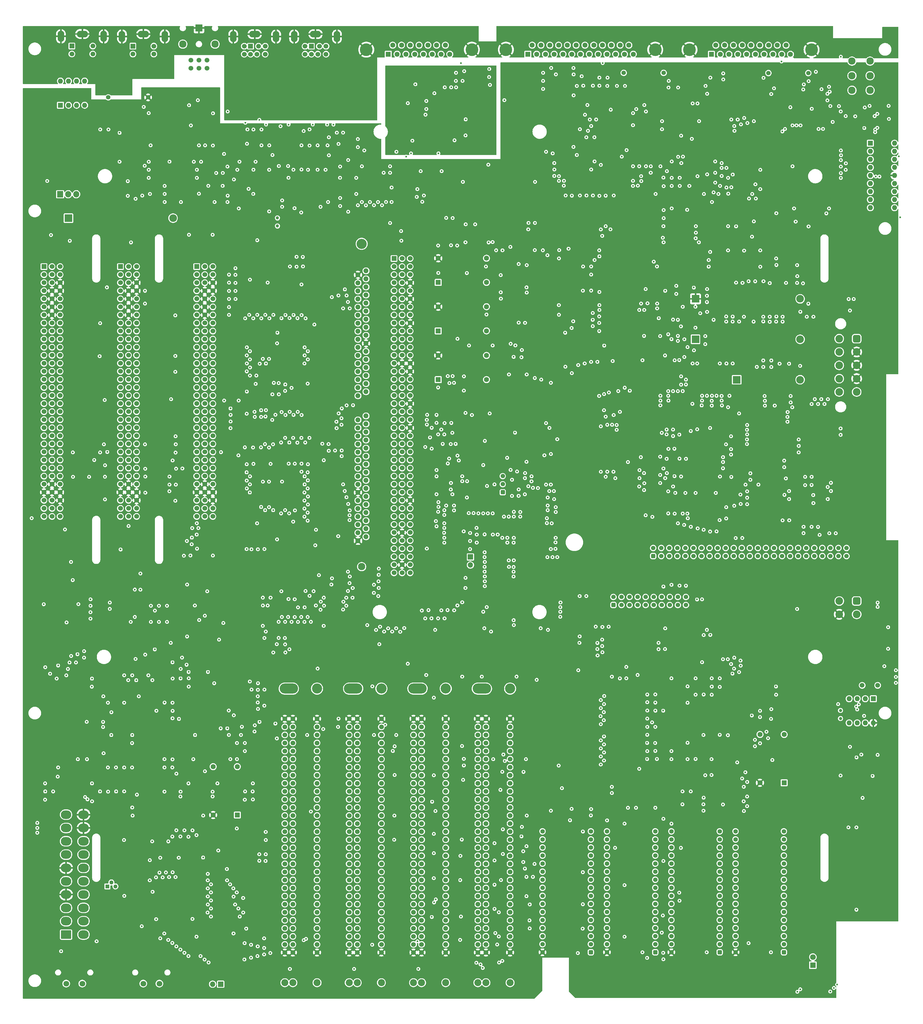
<source format=gbr>
%TF.GenerationSoftware,KiCad,Pcbnew,7.0.9*%
%TF.CreationDate,2025-04-07T20:21:29+01:00*%
%TF.ProjectId,IIci_Reloaded,49496369-5f52-4656-9c6f-616465642e6b,rev?*%
%TF.SameCoordinates,Original*%
%TF.FileFunction,Copper,L3,Inr*%
%TF.FilePolarity,Positive*%
%FSLAX46Y46*%
G04 Gerber Fmt 4.6, Leading zero omitted, Abs format (unit mm)*
G04 Created by KiCad (PCBNEW 7.0.9) date 2025-04-07 20:21:29*
%MOMM*%
%LPD*%
G01*
G04 APERTURE LIST*
G04 Aperture macros list*
%AMRoundRect*
0 Rectangle with rounded corners*
0 $1 Rounding radius*
0 $2 $3 $4 $5 $6 $7 $8 $9 X,Y pos of 4 corners*
0 Add a 4 corners polygon primitive as box body*
4,1,4,$2,$3,$4,$5,$6,$7,$8,$9,$2,$3,0*
0 Add four circle primitives for the rounded corners*
1,1,$1+$1,$2,$3*
1,1,$1+$1,$4,$5*
1,1,$1+$1,$6,$7*
1,1,$1+$1,$8,$9*
0 Add four rect primitives between the rounded corners*
20,1,$1+$1,$2,$3,$4,$5,0*
20,1,$1+$1,$4,$5,$6,$7,0*
20,1,$1+$1,$6,$7,$8,$9,0*
20,1,$1+$1,$8,$9,$2,$3,0*%
G04 Aperture macros list end*
%TA.AperFunction,ComponentPad*%
%ADD10C,1.500000*%
%TD*%
%TA.AperFunction,ComponentPad*%
%ADD11C,2.200000*%
%TD*%
%TA.AperFunction,ComponentPad*%
%ADD12O,5.800000X3.200000*%
%TD*%
%TA.AperFunction,ComponentPad*%
%ADD13C,3.200000*%
%TD*%
%TA.AperFunction,ComponentPad*%
%ADD14R,1.600000X1.600000*%
%TD*%
%TA.AperFunction,ComponentPad*%
%ADD15O,1.600000X1.600000*%
%TD*%
%TA.AperFunction,ComponentPad*%
%ADD16R,2.400000X2.400000*%
%TD*%
%TA.AperFunction,ComponentPad*%
%ADD17O,2.400000X2.400000*%
%TD*%
%TA.AperFunction,ComponentPad*%
%ADD18RoundRect,0.350000X0.350000X-0.350000X0.350000X0.350000X-0.350000X0.350000X-0.350000X-0.350000X0*%
%TD*%
%TA.AperFunction,ComponentPad*%
%ADD19C,1.400000*%
%TD*%
%TA.AperFunction,ComponentPad*%
%ADD20O,2.100000X3.500000*%
%TD*%
%TA.AperFunction,ComponentPad*%
%ADD21O,3.500000X2.100000*%
%TD*%
%TA.AperFunction,ComponentPad*%
%ADD22R,1.500000X1.500000*%
%TD*%
%TA.AperFunction,ComponentPad*%
%ADD23RoundRect,0.600000X-0.600000X0.600000X-0.600000X-0.600000X0.600000X-0.600000X0.600000X0.600000X0*%
%TD*%
%TA.AperFunction,ComponentPad*%
%ADD24C,2.400000*%
%TD*%
%TA.AperFunction,ComponentPad*%
%ADD25C,1.600000*%
%TD*%
%TA.AperFunction,ComponentPad*%
%ADD26R,1.300000X1.300000*%
%TD*%
%TA.AperFunction,ComponentPad*%
%ADD27C,1.300000*%
%TD*%
%TA.AperFunction,ComponentPad*%
%ADD28C,1.000000*%
%TD*%
%TA.AperFunction,ComponentPad*%
%ADD29R,1.524000X1.524000*%
%TD*%
%TA.AperFunction,ComponentPad*%
%ADD30C,1.524000*%
%TD*%
%TA.AperFunction,ComponentPad*%
%ADD31RoundRect,0.350000X0.350000X0.350000X-0.350000X0.350000X-0.350000X-0.350000X0.350000X-0.350000X0*%
%TD*%
%TA.AperFunction,ComponentPad*%
%ADD32R,1.800000X1.800000*%
%TD*%
%TA.AperFunction,ComponentPad*%
%ADD33C,1.800000*%
%TD*%
%TA.AperFunction,ComponentPad*%
%ADD34R,1.905000X2.000000*%
%TD*%
%TA.AperFunction,ComponentPad*%
%ADD35O,1.905000X2.000000*%
%TD*%
%TA.AperFunction,ComponentPad*%
%ADD36C,4.000000*%
%TD*%
%TA.AperFunction,ComponentPad*%
%ADD37RoundRect,0.380000X-0.420000X0.380000X-0.420000X-0.380000X0.420000X-0.380000X0.420000X0.380000X0*%
%TD*%
%TA.AperFunction,ComponentPad*%
%ADD38O,1.600000X1.520000*%
%TD*%
%TA.AperFunction,ComponentPad*%
%ADD39C,2.300000*%
%TD*%
%TA.AperFunction,ComponentPad*%
%ADD40R,1.700000X1.700000*%
%TD*%
%TA.AperFunction,ComponentPad*%
%ADD41O,1.700000X1.700000*%
%TD*%
%TA.AperFunction,ComponentPad*%
%ADD42R,2.300000X2.300000*%
%TD*%
%TA.AperFunction,ComponentPad*%
%ADD43RoundRect,0.250001X1.399999X-1.099999X1.399999X1.099999X-1.399999X1.099999X-1.399999X-1.099999X0*%
%TD*%
%TA.AperFunction,ComponentPad*%
%ADD44O,3.300000X2.700000*%
%TD*%
%TA.AperFunction,ViaPad*%
%ADD45C,0.600000*%
%TD*%
G04 APERTURE END LIST*
D10*
%TO.N,+5V-J14*%
%TO.C,J20*%
X726160600Y-224332800D03*
%TO.N,{slash}RCASLLB*%
X726160600Y-221792800D03*
%TO.N,D0*%
X726160600Y-219252800D03*
%TO.N,RABF0*%
X726160600Y-216712800D03*
%TO.N,RABF1*%
X726160600Y-214172800D03*
%TO.N,D1*%
X726160600Y-211632800D03*
%TO.N,RABF2*%
X726160600Y-209092800D03*
%TO.N,RABF3*%
X726160600Y-206552800D03*
%TO.N,GND*%
X726160600Y-204012800D03*
%TO.N,D2*%
X726160600Y-201472800D03*
%TO.N,RABF4*%
X726160600Y-198932800D03*
%TO.N,RABF5*%
X726160600Y-196392800D03*
%TO.N,D3*%
X726160600Y-193852800D03*
%TO.N,RABF6*%
X726160600Y-191312800D03*
%TO.N,RABF7*%
X726160600Y-188772800D03*
%TO.N,D4*%
X726160600Y-186232800D03*
%TO.N,RABF8*%
X726160600Y-183692800D03*
%TO.N,RABF9*%
X726160600Y-181152800D03*
%TO.N,RABF10*%
X726160600Y-178612800D03*
%TO.N,D5*%
X726160600Y-176072800D03*
%TO.N,RAMRWBF*%
X726160600Y-173532800D03*
%TO.N,GND*%
X726160600Y-170992800D03*
%TO.N,D6*%
X726160600Y-168452800D03*
%TO.N,RABF11*%
X726160600Y-165912800D03*
%TO.N,D7*%
X726160600Y-163372800D03*
%TO.N,PDB3*%
X726160600Y-160832800D03*
%TO.N,{slash}RRASB0*%
X726160600Y-158292800D03*
%TO.N,{slash}RCASLLB*%
X726160600Y-155752800D03*
%TO.N,PDO3*%
X726160600Y-153212800D03*
%TO.N,+5V-J14*%
X726160600Y-150672800D03*
X716000600Y-224332800D03*
X718540600Y-224332800D03*
%TO.N,{slash}RCASLMB*%
X716000600Y-221792800D03*
X718540600Y-221792800D03*
%TO.N,D8*%
X716000600Y-219252800D03*
X718540600Y-219252800D03*
%TO.N,RABF0*%
X716000600Y-216712800D03*
X718540600Y-216712800D03*
%TO.N,RABF1*%
X716000600Y-214172800D03*
X718540600Y-214172800D03*
%TO.N,D9*%
X716000600Y-211632800D03*
X718540600Y-211632800D03*
%TO.N,RABF2*%
X716000600Y-209092800D03*
X718540600Y-209092800D03*
%TO.N,RABF3*%
X716000600Y-206552800D03*
X718540600Y-206552800D03*
%TO.N,GND*%
X716000600Y-204012800D03*
X718540600Y-204012800D03*
%TO.N,D10*%
X716000600Y-201472800D03*
X718540600Y-201472800D03*
%TO.N,RABF4*%
X716000600Y-198932800D03*
X718540600Y-198932800D03*
%TO.N,RABF5*%
X716000600Y-196392800D03*
X718540600Y-196392800D03*
%TO.N,D11*%
X716000600Y-193852800D03*
X718540600Y-193852800D03*
%TO.N,RABF6*%
X716000600Y-191312800D03*
X718540600Y-191312800D03*
%TO.N,RABF7*%
X716000600Y-188772800D03*
X718540600Y-188772800D03*
%TO.N,D12*%
X716000600Y-186232800D03*
X718540600Y-186232800D03*
%TO.N,RABF8*%
X716000600Y-183692800D03*
X718540600Y-183692800D03*
%TO.N,RABF9*%
X716000600Y-181152800D03*
X718540600Y-181152800D03*
%TO.N,RABF10*%
X716000600Y-178612800D03*
X718540600Y-178612800D03*
%TO.N,D13*%
X716000600Y-176072800D03*
X718540600Y-176072800D03*
%TO.N,RAMRWBF*%
X716000600Y-173532800D03*
X718540600Y-173532800D03*
%TO.N,GND*%
X716000600Y-170992800D03*
X718540600Y-170992800D03*
%TO.N,D14*%
X716000600Y-168452800D03*
X718540600Y-168452800D03*
%TO.N,RABF11*%
X716000600Y-165912800D03*
X718540600Y-165912800D03*
%TO.N,D15*%
X716000600Y-163372800D03*
X718540600Y-163372800D03*
%TO.N,PDB2*%
X716000600Y-160832800D03*
X718540600Y-160832800D03*
%TO.N,{slash}RRASB0*%
X716000600Y-158292800D03*
X718540600Y-158292800D03*
%TO.N,{slash}RCASLMB*%
X716000600Y-155752800D03*
X718540600Y-155752800D03*
%TO.N,PDO2*%
X716000600Y-153212800D03*
X718540600Y-153212800D03*
%TO.N,+5V-J14*%
X716000600Y-150672800D03*
X718540600Y-150672800D03*
D11*
%TO.N,N/C*%
X716000600Y-233857800D03*
D12*
X717250600Y-141147800D03*
D11*
X718540600Y-233857800D03*
D13*
X726160600Y-141147800D03*
D11*
X726160600Y-233857800D03*
%TD*%
D14*
%TO.N,{slash}FDBO*%
%TO.C,U1*%
X880364000Y30734000D03*
D15*
%TO.N,/RTC\u002C ADB & VIA/FDBIO*%
X880364000Y28194000D03*
X880364000Y25654000D03*
%TO.N,{slash}RESET*%
X880364000Y23114000D03*
%TO.N,GND*%
X880364000Y20574000D03*
%TO.N,N/C*%
X880364000Y18034000D03*
X880364000Y15494000D03*
%TO.N,ADB-CLK*%
X880364000Y12954000D03*
%TO.N,ADB-DATA*%
X880364000Y10414000D03*
%TO.N,{slash}ADB-INT*%
X887984000Y10414000D03*
%TO.N,N/C*%
X887984000Y12954000D03*
X887984000Y15494000D03*
X887984000Y18034000D03*
%TO.N,+5V-J14*%
X887984000Y20574000D03*
%TO.N,N/C*%
X887984000Y23114000D03*
%TO.N,C3.7M*%
X887984000Y25654000D03*
%TO.N,ADB-ST0*%
X887984000Y28194000D03*
%TO.N,ABD-ST1*%
X887984000Y30734000D03*
%TD*%
D16*
%TO.N,Net-(UB2-PVCC)*%
%TO.C,C8*%
X627464600Y7137400D03*
D17*
%TO.N,GND*%
X660464600Y7137400D03*
%TD*%
D18*
%TO.N,GND*%
%TO.C,J16*%
X811880600Y-99390200D03*
D19*
%TO.N,{slash}DB0*%
X811880600Y-96850200D03*
%TO.N,GND*%
X814420600Y-99390200D03*
%TO.N,{slash}DB1*%
X814420600Y-96850200D03*
%TO.N,GND*%
X816960600Y-99390200D03*
%TO.N,{slash}DB2*%
X816960600Y-96850200D03*
%TO.N,GND*%
X819500600Y-99390200D03*
%TO.N,{slash}DB3*%
X819500600Y-96850200D03*
%TO.N,GND*%
X822040600Y-99390200D03*
%TO.N,{slash}DB4*%
X822040600Y-96850200D03*
%TO.N,GND*%
X824580600Y-99390200D03*
%TO.N,{slash}DB5*%
X824580600Y-96850200D03*
%TO.N,GND*%
X827120600Y-99390200D03*
%TO.N,{slash}DB6*%
X827120600Y-96850200D03*
%TO.N,GND*%
X829660600Y-99390200D03*
%TO.N,{slash}DB7*%
X829660600Y-96850200D03*
%TO.N,GND*%
X832200600Y-99390200D03*
%TO.N,{slash}DBP*%
X832200600Y-96850200D03*
%TO.N,GND*%
X834740600Y-99390200D03*
%TO.N,unconnected-(J16-Pin_20-Pad20)*%
X834740600Y-96850200D03*
%TO.N,GND*%
X837280600Y-99390200D03*
%TO.N,unconnected-(J16-Pin_22-Pad22)*%
X837280600Y-96850200D03*
%TO.N,GND*%
X839820600Y-99390200D03*
%TO.N,unconnected-(J16-Pin_24-Pad24)*%
X839820600Y-96850200D03*
%TO.N,GND*%
X842360600Y-99390200D03*
%TO.N,TERM5V*%
X842360600Y-96850200D03*
%TO.N,GND*%
X844900600Y-99390200D03*
%TO.N,unconnected-(J16-Pin_28-Pad28)*%
X844900600Y-96850200D03*
%TO.N,GND*%
X847440600Y-99390200D03*
%TO.N,unconnected-(J16-Pin_30-Pad30)*%
X847440600Y-96850200D03*
%TO.N,GND*%
X849980600Y-99390200D03*
%TO.N,{slash}ATN*%
X849980600Y-96850200D03*
%TO.N,GND*%
X852520600Y-99390200D03*
%TO.N,unconnected-(J16-Pin_34-Pad34)*%
X852520600Y-96850200D03*
%TO.N,GND*%
X855060600Y-99390200D03*
%TO.N,{slash}BSY*%
X855060600Y-96850200D03*
%TO.N,GND*%
X857600600Y-99390200D03*
%TO.N,{slash}ACKS*%
X857600600Y-96850200D03*
%TO.N,GND*%
X860140600Y-99390200D03*
%TO.N,{slash}RST*%
X860140600Y-96850200D03*
%TO.N,GND*%
X862680600Y-99390200D03*
%TO.N,{slash}MSG*%
X862680600Y-96850200D03*
%TO.N,GND*%
X865220600Y-99390200D03*
%TO.N,{slash}SEL*%
X865220600Y-96850200D03*
%TO.N,GND*%
X867760600Y-99390200D03*
%TO.N,C{slash}D*%
X867760600Y-96850200D03*
%TO.N,GND*%
X870300600Y-99390200D03*
%TO.N,{slash}REQ*%
X870300600Y-96850200D03*
%TO.N,GND*%
X872840600Y-99390200D03*
%TO.N,I{slash}O*%
X872840600Y-96850200D03*
%TD*%
D16*
%TO.N,GND*%
%TO.C,C17*%
X838216000Y-43801800D03*
D17*
%TO.N,-12V-J14*%
X858216000Y-43801800D03*
%TD*%
D20*
%TO.N,Earth*%
%TO.C,J1*%
X625093400Y64416400D03*
D21*
X631843400Y65166400D03*
D20*
X638593400Y64416400D03*
D22*
%TO.N,ADBF*%
X628543400Y61366400D03*
D10*
%TO.N,{slash}PWRON*%
X635143400Y61366400D03*
%TO.N,+5VFF*%
X628543400Y58866400D03*
%TO.N,NET01*%
X635143400Y58866400D03*
%TD*%
D23*
%TO.N,+12V-J14*%
%TO.C,J14*%
X876042600Y-30861000D03*
D24*
%TO.N,+5V-J14*%
X876042600Y-35061000D03*
X876042600Y-39261000D03*
X876042600Y-43461000D03*
%TO.N,GND*%
X876042600Y-47661000D03*
X870542600Y-30861000D03*
X870542600Y-35061000D03*
%TO.N,-12V-J14*%
X870542600Y-39261000D03*
%TO.N,{slash}PFW*%
X870542600Y-43461000D03*
%TO.N,+5V-TRKL*%
X870542600Y-47661000D03*
%TD*%
D20*
%TO.N,Earth*%
%TO.C,J2*%
X644346600Y64391000D03*
D21*
X651096600Y65141000D03*
D20*
X657846600Y64391000D03*
D22*
%TO.N,ADBF*%
X647796600Y61341000D03*
D10*
%TO.N,{slash}PWRON*%
X654396600Y61341000D03*
%TO.N,+5VFF*%
X647796600Y58841000D03*
%TO.N,NET01*%
X654396600Y58841000D03*
%TD*%
D14*
%TO.N,unconnected-(Y4-EN-Pad1)*%
%TO.C,Y4*%
X744076000Y-43764200D03*
D25*
%TO.N,GND*%
X759316000Y-43764200D03*
%TO.N,/RBV/C31.3344M*%
X759316000Y-36144200D03*
%TO.N,+5V-J14*%
X744076000Y-36144200D03*
%TD*%
D26*
%TO.N,GND*%
%TO.C,Q6*%
X639749800Y-203504800D03*
D27*
%TO.N,Net-(Q6-B)*%
X641019800Y-202234800D03*
%TO.N,Net-(J25-PS_ON#)*%
X642289800Y-203504800D03*
%TD*%
D28*
%TO.N,Net-(UE5-XTALIN)*%
%TO.C,Y1*%
X693377600Y4648200D03*
%TO.N,Net-(UE5-XTALOUT)*%
X693377600Y7188200D03*
%TD*%
D29*
%TO.N,-12V-J14*%
%TO.C,J9*%
X619743000Y-8153400D03*
D30*
%TO.N,unconnected-(J9-PadA2)*%
X619743000Y-10693400D03*
%TO.N,{slash}SPU*%
X619743000Y-13233400D03*
%TO.N,{slash}SP*%
X619743000Y-15773400D03*
%TO.N,{slash}TM1*%
X619743000Y-18313400D03*
%TO.N,AD1*%
X619743000Y-20853400D03*
%TO.N,AD3*%
X619743000Y-23393400D03*
%TO.N,AD5*%
X619743000Y-25933400D03*
%TO.N,AD7*%
X619743000Y-28473400D03*
%TO.N,AD9*%
X619743000Y-31013400D03*
%TO.N,AD11*%
X619743000Y-33553400D03*
%TO.N,AD13*%
X619743000Y-36093400D03*
%TO.N,AD15*%
X619743000Y-38633400D03*
%TO.N,AD17*%
X619743000Y-41173400D03*
%TO.N,AD19*%
X619743000Y-43713400D03*
%TO.N,AD21*%
X619743000Y-46253400D03*
%TO.N,AD23*%
X619743000Y-48793400D03*
%TO.N,AD25*%
X619743000Y-51333400D03*
%TO.N,AD27*%
X619743000Y-53873400D03*
%TO.N,AD29*%
X619743000Y-56413400D03*
%TO.N,AD31*%
X619743000Y-58953400D03*
%TO.N,GND*%
X619743000Y-61493400D03*
X619743000Y-64033400D03*
%TO.N,ARB1*%
X619743000Y-66573400D03*
%TO.N,ARB3*%
X619743000Y-69113400D03*
%TO.N,unconnected-(J9-PadA26)*%
X619743000Y-71653400D03*
%TO.N,GND*%
X619743000Y-74193400D03*
%TO.N,{slash}ACK*%
X619743000Y-76733400D03*
%TO.N,+5V-J14*%
X619743000Y-79273400D03*
%TO.N,{slash}RQST*%
X619743000Y-81813400D03*
%TO.N,IRQ4*%
X619743000Y-84353400D03*
%TO.N,+12V-J14*%
X619743000Y-86893400D03*
%TO.N,-12V-J14*%
X622283000Y-8153400D03*
%TO.N,GND*%
X622283000Y-10693400D03*
X622283000Y-13233400D03*
%TO.N,+5V-J14*%
X622283000Y-15773400D03*
X622283000Y-18313400D03*
X622283000Y-20853400D03*
X622283000Y-23393400D03*
%TO.N,-5.2V*%
X622283000Y-25933400D03*
X622283000Y-28473400D03*
X622283000Y-31013400D03*
X622283000Y-33553400D03*
%TO.N,GND*%
X622283000Y-36093400D03*
%TO.N,unconnected-(J9-PadB13)*%
X622283000Y-38633400D03*
%TO.N,unconnected-(J9-PadB14)*%
X622283000Y-41173400D03*
%TO.N,unconnected-(J9-PadB15)*%
X622283000Y-43713400D03*
%TO.N,unconnected-(J9-PadB16)*%
X622283000Y-46253400D03*
%TO.N,unconnected-(J9-PadB17)*%
X622283000Y-48793400D03*
%TO.N,unconnected-(J9-PadB18)*%
X622283000Y-51333400D03*
%TO.N,unconnected-(J9-PadB19)*%
X622283000Y-53873400D03*
%TO.N,unconnected-(J9-PadB20)*%
X622283000Y-56413400D03*
%TO.N,unconnected-(J9-PadB21)*%
X622283000Y-58953400D03*
%TO.N,unconnected-(J9-PadB22)*%
X622283000Y-61493400D03*
%TO.N,GND*%
X622283000Y-64033400D03*
%TO.N,-5.2V*%
X622283000Y-66573400D03*
X622283000Y-69113400D03*
X622283000Y-71653400D03*
X622283000Y-74193400D03*
%TO.N,+5V-J14*%
X622283000Y-76733400D03*
X622283000Y-79273400D03*
%TO.N,GND*%
X622283000Y-81813400D03*
X622283000Y-84353400D03*
%TO.N,+12V-J14*%
X622283000Y-86893400D03*
%TO.N,{slash}RESET*%
X624823000Y-8153400D03*
%TO.N,unconnected-(J9-PadC2)*%
X624823000Y-10693400D03*
%TO.N,+5V-J14*%
X624823000Y-13233400D03*
X624823000Y-15773400D03*
%TO.N,{slash}TM0*%
X624823000Y-18313400D03*
%TO.N,AD0*%
X624823000Y-20853400D03*
%TO.N,AD2*%
X624823000Y-23393400D03*
%TO.N,AD4*%
X624823000Y-25933400D03*
%TO.N,AD6*%
X624823000Y-28473400D03*
%TO.N,AD8*%
X624823000Y-31013400D03*
%TO.N,AD10*%
X624823000Y-33553400D03*
%TO.N,AD12*%
X624823000Y-36093400D03*
%TO.N,AD14*%
X624823000Y-38633400D03*
%TO.N,AD16*%
X624823000Y-41173400D03*
%TO.N,AD18*%
X624823000Y-43713400D03*
%TO.N,AD20*%
X624823000Y-46253400D03*
%TO.N,AD22*%
X624823000Y-48793400D03*
%TO.N,AD24*%
X624823000Y-51333400D03*
%TO.N,AD26*%
X624823000Y-53873400D03*
%TO.N,AD28*%
X624823000Y-56413400D03*
%TO.N,AD30*%
X624823000Y-58953400D03*
%TO.N,GND*%
X624823000Y-61493400D03*
%TO.N,{slash}PFW*%
X624823000Y-64033400D03*
%TO.N,ARB0*%
X624823000Y-66573400D03*
%TO.N,ARB2*%
X624823000Y-69113400D03*
%TO.N,unconnected-(J9-PadC26)*%
X624823000Y-71653400D03*
%TO.N,GND*%
X624823000Y-74193400D03*
%TO.N,{slash}START*%
X624823000Y-76733400D03*
%TO.N,+5V-J14*%
X624823000Y-79273400D03*
X624823000Y-81813400D03*
%TO.N,GND*%
X624823000Y-84353400D03*
%TO.N,{slash}NUCLK*%
X624823000Y-86893400D03*
%TD*%
D31*
%TO.N,unconnected-(UM11-VPP-Pad1)*%
%TO.C,UM11*%
X832849000Y-224256600D03*
D19*
%TO.N,A18*%
X832849000Y-221716600D03*
%TO.N,A17*%
X832849000Y-219176600D03*
%TO.N,A14*%
X832849000Y-216636600D03*
%TO.N,A9*%
X832849000Y-214096600D03*
%TO.N,A8*%
X832849000Y-211556600D03*
%TO.N,A7*%
X832849000Y-209016600D03*
%TO.N,A6*%
X832849000Y-206476600D03*
%TO.N,A5*%
X832849000Y-203936600D03*
%TO.N,A4*%
X832849000Y-201396600D03*
%TO.N,A3*%
X832849000Y-198856600D03*
%TO.N,A2*%
X832849000Y-196316600D03*
%TO.N,D16*%
X832849000Y-193776600D03*
%TO.N,D17*%
X832849000Y-191236600D03*
%TO.N,D18*%
X832849000Y-188696600D03*
%TO.N,GND*%
X832849000Y-186156600D03*
%TO.N,D19*%
X817609000Y-186156600D03*
%TO.N,D20*%
X817609000Y-188696600D03*
%TO.N,D21*%
X817609000Y-191236600D03*
%TO.N,D22*%
X817609000Y-193776600D03*
%TO.N,D23*%
X817609000Y-196316600D03*
%TO.N,A19*%
X817609000Y-198856600D03*
%TO.N,A12*%
X817609000Y-201396600D03*
%TO.N,{slash}ROMOEDIP*%
X817609000Y-203936600D03*
%TO.N,A13*%
X817609000Y-206476600D03*
%TO.N,A11*%
X817609000Y-209016600D03*
%TO.N,A10*%
X817609000Y-211556600D03*
%TO.N,A15*%
X817609000Y-214096600D03*
%TO.N,A16*%
X817609000Y-216636600D03*
%TO.N,N/C*%
X817609000Y-219176600D03*
%TO.N,unconnected-(UM11-~{PGM}-Pad31)*%
X817609000Y-221716600D03*
%TO.N,+5V-J14*%
X817609000Y-224256600D03*
%TD*%
D16*
%TO.N,+12V-J14*%
%TO.C,C15*%
X825223600Y-31064200D03*
D17*
%TO.N,GND*%
X858223600Y-31064200D03*
%TD*%
D32*
%TO.N,Net-(DS1-K)*%
%TO.C,DS1*%
X862236800Y-228320600D03*
D33*
%TO.N,GND*%
X862236800Y-225780600D03*
%TD*%
D28*
%TO.N,Net-(UK14-XTL1)*%
%TO.C,Y5*%
X870942600Y-148052000D03*
%TO.N,Net-(UK14-XTL2)*%
X870942600Y-150592000D03*
%TD*%
D14*
%TO.N,unconnected-(Y6-EN-Pad1)*%
%TO.C,Y6*%
X853169000Y-170840400D03*
D25*
%TO.N,GND*%
X853169000Y-155600400D03*
%TO.N,2XCPUMDU*%
X845549000Y-155600400D03*
%TO.N,+5V-J14*%
X845549000Y-170840400D03*
%TD*%
D10*
%TO.N,+5V-J14*%
%TO.C,J22*%
X766749800Y-224332800D03*
%TO.N,{slash}RCASLLA*%
X766749800Y-221792800D03*
%TO.N,RD0*%
X766749800Y-219252800D03*
%TO.N,RAAF0*%
X766749800Y-216712800D03*
%TO.N,RAAF1*%
X766749800Y-214172800D03*
%TO.N,RD1*%
X766749800Y-211632800D03*
%TO.N,RAAF2*%
X766749800Y-209092800D03*
%TO.N,RAAF3*%
X766749800Y-206552800D03*
%TO.N,GND*%
X766749800Y-204012800D03*
%TO.N,RD2*%
X766749800Y-201472800D03*
%TO.N,RAAF4*%
X766749800Y-198932800D03*
%TO.N,RAAF5*%
X766749800Y-196392800D03*
%TO.N,RD3*%
X766749800Y-193852800D03*
%TO.N,RAAF6*%
X766749800Y-191312800D03*
%TO.N,RAAF7*%
X766749800Y-188772800D03*
%TO.N,RD4*%
X766749800Y-186232800D03*
%TO.N,RAAF8*%
X766749800Y-183692800D03*
%TO.N,RAAF9*%
X766749800Y-181152800D03*
%TO.N,RAAF10*%
X766749800Y-178612800D03*
%TO.N,RD5*%
X766749800Y-176072800D03*
%TO.N,RAMRWAF*%
X766749800Y-173532800D03*
%TO.N,GND*%
X766749800Y-170992800D03*
%TO.N,RD6*%
X766749800Y-168452800D03*
%TO.N,RAAF11*%
X766749800Y-165912800D03*
%TO.N,RD7*%
X766749800Y-163372800D03*
%TO.N,PDA3*%
X766749800Y-160832800D03*
%TO.N,{slash}RRASA0*%
X766749800Y-158292800D03*
%TO.N,{slash}RCASLLA*%
X766749800Y-155752800D03*
%TO.N,PDO3*%
X766749800Y-153212800D03*
%TO.N,+5V-J14*%
X766749800Y-150672800D03*
X756589800Y-224332800D03*
X759129800Y-224332800D03*
%TO.N,{slash}RCASLMA*%
X756589800Y-221792800D03*
X759129800Y-221792800D03*
%TO.N,RD8*%
X756589800Y-219252800D03*
X759129800Y-219252800D03*
%TO.N,RAAF0*%
X756589800Y-216712800D03*
X759129800Y-216712800D03*
%TO.N,RAAF1*%
X756589800Y-214172800D03*
X759129800Y-214172800D03*
%TO.N,RD9*%
X756589800Y-211632800D03*
X759129800Y-211632800D03*
%TO.N,RAAF2*%
X756589800Y-209092800D03*
X759129800Y-209092800D03*
%TO.N,RAAF3*%
X756589800Y-206552800D03*
X759129800Y-206552800D03*
%TO.N,GND*%
X756589800Y-204012800D03*
X759129800Y-204012800D03*
%TO.N,RD10*%
X756589800Y-201472800D03*
X759129800Y-201472800D03*
%TO.N,RAAF4*%
X756589800Y-198932800D03*
X759129800Y-198932800D03*
%TO.N,RAAF5*%
X756589800Y-196392800D03*
X759129800Y-196392800D03*
%TO.N,RD11*%
X756589800Y-193852800D03*
X759129800Y-193852800D03*
%TO.N,RAAF6*%
X756589800Y-191312800D03*
X759129800Y-191312800D03*
%TO.N,RAAF7*%
X756589800Y-188772800D03*
X759129800Y-188772800D03*
%TO.N,RD12*%
X756589800Y-186232800D03*
X759129800Y-186232800D03*
%TO.N,RAAF8*%
X756589800Y-183692800D03*
X759129800Y-183692800D03*
%TO.N,RAAF9*%
X756589800Y-181152800D03*
X759129800Y-181152800D03*
%TO.N,RAAF10*%
X756589800Y-178612800D03*
X759129800Y-178612800D03*
%TO.N,RD13*%
X756589800Y-176072800D03*
X759129800Y-176072800D03*
%TO.N,RAMRWAF*%
X756589800Y-173532800D03*
X759129800Y-173532800D03*
%TO.N,GND*%
X756589800Y-170992800D03*
X759129800Y-170992800D03*
%TO.N,RD14*%
X756589800Y-168452800D03*
X759129800Y-168452800D03*
%TO.N,RAAF11*%
X756589800Y-165912800D03*
X759129800Y-165912800D03*
%TO.N,RD15*%
X756589800Y-163372800D03*
X759129800Y-163372800D03*
%TO.N,PDA2*%
X756589800Y-160832800D03*
X759129800Y-160832800D03*
%TO.N,{slash}RRASA0*%
X756589800Y-158292800D03*
X759129800Y-158292800D03*
%TO.N,{slash}RCASLMA*%
X756589800Y-155752800D03*
X759129800Y-155752800D03*
%TO.N,PDO2*%
X756589800Y-153212800D03*
X759129800Y-153212800D03*
%TO.N,+5V-J14*%
X756589800Y-150672800D03*
X759129800Y-150672800D03*
D11*
%TO.N,N/C*%
X756589800Y-233857800D03*
D12*
X757839800Y-141147800D03*
D11*
X759129800Y-233857800D03*
D13*
X766749800Y-141147800D03*
D11*
X766749800Y-233857800D03*
%TD*%
D34*
%TO.N,GND*%
%TO.C,QZ2*%
X624848400Y14655800D03*
D35*
%TO.N,-12V-J14*%
X627388400Y14655800D03*
%TO.N,-5V*%
X629928400Y14655800D03*
%TD*%
D31*
%TO.N,unconnected-(UM10-VPP-Pad1)*%
%TO.C,UM10*%
X812529000Y-224256600D03*
D19*
%TO.N,A18*%
X812529000Y-221716600D03*
%TO.N,A17*%
X812529000Y-219176600D03*
%TO.N,A14*%
X812529000Y-216636600D03*
%TO.N,A9*%
X812529000Y-214096600D03*
%TO.N,A8*%
X812529000Y-211556600D03*
%TO.N,A7*%
X812529000Y-209016600D03*
%TO.N,A6*%
X812529000Y-206476600D03*
%TO.N,A5*%
X812529000Y-203936600D03*
%TO.N,A4*%
X812529000Y-201396600D03*
%TO.N,A3*%
X812529000Y-198856600D03*
%TO.N,A2*%
X812529000Y-196316600D03*
%TO.N,D8*%
X812529000Y-193776600D03*
%TO.N,D9*%
X812529000Y-191236600D03*
%TO.N,D10*%
X812529000Y-188696600D03*
%TO.N,GND*%
X812529000Y-186156600D03*
%TO.N,D11*%
X797289000Y-186156600D03*
%TO.N,D12*%
X797289000Y-188696600D03*
%TO.N,D13*%
X797289000Y-191236600D03*
%TO.N,D14*%
X797289000Y-193776600D03*
%TO.N,D15*%
X797289000Y-196316600D03*
%TO.N,A19*%
X797289000Y-198856600D03*
%TO.N,A12*%
X797289000Y-201396600D03*
%TO.N,{slash}ROMOEDIP*%
X797289000Y-203936600D03*
%TO.N,A13*%
X797289000Y-206476600D03*
%TO.N,A11*%
X797289000Y-209016600D03*
%TO.N,A10*%
X797289000Y-211556600D03*
%TO.N,A15*%
X797289000Y-214096600D03*
%TO.N,A16*%
X797289000Y-216636600D03*
%TO.N,N/C*%
X797289000Y-219176600D03*
%TO.N,unconnected-(UM10-~{PGM}-Pad31)*%
X797289000Y-221716600D03*
%TO.N,+5V-J14*%
X797289000Y-224256600D03*
%TD*%
D14*
%TO.N,RTC-1HZ*%
%TO.C,U2*%
X881303800Y-144348200D03*
D15*
%TO.N,Net-(U2-XTAL1{slash}PB3)*%
X878763800Y-144348200D03*
%TO.N,Net-(U2-XTAL2{slash}PB4)*%
X876223800Y-144348200D03*
%TO.N,GND*%
X873683800Y-144348200D03*
%TO.N,RTC-DATA*%
X873683800Y-151968200D03*
%TO.N,{slash}RTC*%
X876223800Y-151968200D03*
%TO.N,RTC-CLK*%
X878763800Y-151968200D03*
%TO.N,+5V-J14*%
X881303800Y-151968200D03*
%TD*%
D20*
%TO.N,Earth*%
%TO.C,J5*%
X698647600Y64365600D03*
D21*
X705397600Y65115600D03*
D20*
X712147600Y64365600D03*
D22*
%TO.N,HSKOBF*%
X704097600Y61315600D03*
D10*
%TO.N,HSKIBF*%
X706597600Y61315600D03*
%TO.N,TXDBF-*%
X702097600Y61315600D03*
%TO.N,GND*%
X704097600Y58815600D03*
%TO.N,RXDBF-*%
X708697600Y61315600D03*
%TO.N,TXDBF+*%
X702097600Y58815600D03*
%TO.N,GPIBF*%
X706097600Y58815600D03*
%TO.N,RXDBF+*%
X708697600Y58815600D03*
%TD*%
D20*
%TO.N,Earth*%
%TO.C,J4*%
X679456000Y64365600D03*
D21*
X686206000Y65115600D03*
D20*
X692956000Y64365600D03*
D22*
%TO.N,HSKOAF*%
X684906000Y61315600D03*
D10*
%TO.N,HSKIAF*%
X687406000Y61315600D03*
%TO.N,TXDAF-*%
X682906000Y61315600D03*
%TO.N,GND*%
X684906000Y58815600D03*
%TO.N,RXDAF-*%
X689506000Y61315600D03*
%TO.N,TXDAF+*%
X682906000Y58815600D03*
%TO.N,GPIAF*%
X686906000Y58815600D03*
%TO.N,RXDAF+*%
X689506000Y58815600D03*
%TD*%
D18*
%TO.N,D-GND*%
%TO.C,J17*%
X799333000Y-114808000D03*
D19*
%TO.N,PH0*%
X799333000Y-112268000D03*
%TO.N,D-GND*%
X801873000Y-114808000D03*
%TO.N,PH1*%
X801873000Y-112268000D03*
%TO.N,D-GND*%
X804413000Y-114808000D03*
%TO.N,PH2*%
X804413000Y-112268000D03*
%TO.N,D-GND*%
X806953000Y-114808000D03*
%TO.N,PH3*%
X806953000Y-112268000D03*
%TO.N,unconnected-(J17-Pin_9-Pad9)*%
X809493000Y-114808000D03*
%TO.N,{slash}WRREQ*%
X809493000Y-112268000D03*
%TO.N,D-+5V*%
X812033000Y-114808000D03*
%TO.N,HDSEL*%
X812033000Y-112268000D03*
%TO.N,D-+12V*%
X814573000Y-114808000D03*
%TO.N,{slash}ENBL1*%
X814573000Y-112268000D03*
%TO.N,D-+12V*%
X817113000Y-114808000D03*
%TO.N,RDSEN*%
X817113000Y-112268000D03*
%TO.N,D-+12V*%
X819653000Y-114808000D03*
%TO.N,WRB*%
X819653000Y-112268000D03*
%TO.N,D-+12V*%
X822193000Y-114808000D03*
%TO.N,NET04*%
X822193000Y-112268000D03*
%TD*%
D14*
%TO.N,/RTC\u002C ADB & VIA/FDBIO*%
%TO.C,L1*%
X624962000Y42722800D03*
D15*
%TO.N,Net-(F1-Pad2)*%
X627502000Y42722800D03*
%TO.N,GND*%
X630042000Y42722800D03*
%TO.N,{slash}POWERON*%
X632582000Y42722800D03*
%TO.N,{slash}PWRON*%
X632582000Y50342800D03*
%TO.N,NET01*%
X630042000Y50342800D03*
%TO.N,+5VFF*%
X627502000Y50342800D03*
%TO.N,ADBF*%
X624962000Y50342800D03*
%TD*%
D14*
%TO.N,unconnected-(Y2-EN-Pad1)*%
%TO.C,Y2*%
X744076000Y-13131800D03*
D25*
%TO.N,GND*%
X759316000Y-13131800D03*
%TO.N,/RBV/C30.24M*%
X759316000Y-5511800D03*
%TO.N,+5V-J14*%
X744076000Y-5511800D03*
%TD*%
D31*
%TO.N,IRQ1*%
%TO.C,J15*%
X764421400Y-79273400D03*
D19*
%TO.N,IRQ2*%
X764421400Y-76733400D03*
%TO.N,IRQ3*%
X764421400Y-74193400D03*
%TD*%
D31*
%TO.N,unconnected-(UM9-VPP-Pad1)*%
%TO.C,UM9*%
X792209000Y-224256600D03*
D19*
%TO.N,A18*%
X792209000Y-221716600D03*
%TO.N,A17*%
X792209000Y-219176600D03*
%TO.N,A14*%
X792209000Y-216636600D03*
%TO.N,A9*%
X792209000Y-214096600D03*
%TO.N,A8*%
X792209000Y-211556600D03*
%TO.N,A7*%
X792209000Y-209016600D03*
%TO.N,A6*%
X792209000Y-206476600D03*
%TO.N,A5*%
X792209000Y-203936600D03*
%TO.N,A4*%
X792209000Y-201396600D03*
%TO.N,A3*%
X792209000Y-198856600D03*
%TO.N,A2*%
X792209000Y-196316600D03*
%TO.N,D0*%
X792209000Y-193776600D03*
%TO.N,D1*%
X792209000Y-191236600D03*
%TO.N,D2*%
X792209000Y-188696600D03*
%TO.N,GND*%
X792209000Y-186156600D03*
%TO.N,D3*%
X776969000Y-186156600D03*
%TO.N,D4*%
X776969000Y-188696600D03*
%TO.N,D5*%
X776969000Y-191236600D03*
%TO.N,D6*%
X776969000Y-193776600D03*
%TO.N,D7*%
X776969000Y-196316600D03*
%TO.N,A19*%
X776969000Y-198856600D03*
%TO.N,A12*%
X776969000Y-201396600D03*
%TO.N,{slash}ROMOEDIP*%
X776969000Y-203936600D03*
%TO.N,A13*%
X776969000Y-206476600D03*
%TO.N,A11*%
X776969000Y-209016600D03*
%TO.N,A10*%
X776969000Y-211556600D03*
%TO.N,A15*%
X776969000Y-214096600D03*
%TO.N,A16*%
X776969000Y-216636600D03*
%TO.N,N/C*%
X776969000Y-219176600D03*
%TO.N,unconnected-(UM9-~{PGM}-Pad31)*%
X776969000Y-221716600D03*
%TO.N,+5V-J14*%
X776969000Y-224256600D03*
%TD*%
D14*
%TO.N,unconnected-(Y7-EN-Pad1)*%
%TO.C,Y7*%
X680728400Y-181000400D03*
D25*
%TO.N,GND*%
X680728400Y-165760400D03*
%TO.N,Net-(UK2-C40M)*%
X673108400Y-165760400D03*
%TO.N,+5V-J14*%
X673108400Y-181000400D03*
%TD*%
D36*
%TO.N,Earth*%
%TO.C,J8*%
X861818400Y60195600D03*
X823318400Y60195600D03*
D14*
%TO.N,GND*%
X830248400Y58775600D03*
D25*
X833018400Y58775600D03*
X835788400Y58775600D03*
X838558400Y58775600D03*
%TO.N,-12V-J14*%
X841328400Y58775600D03*
%TO.N,D-+5V*%
X844098400Y58775600D03*
%TO.N,D-+12V*%
X846868400Y58775600D03*
X849638400Y58775600D03*
%TO.N,unconnected-(J8-Pad9)*%
X852408400Y58775600D03*
%TO.N,NET04*%
X855178400Y58775600D03*
%TO.N,EDPH0*%
X831633400Y61615600D03*
%TO.N,EDPH1*%
X834403400Y61615600D03*
%TO.N,EDPH2*%
X837173400Y61615600D03*
%TO.N,EDPH3*%
X839943400Y61615600D03*
%TO.N,{slash}EDWRREQ*%
X842713400Y61615600D03*
%TO.N,EDHDSEL*%
X845483400Y61615600D03*
%TO.N,{slash}EDENBL2*%
X848253400Y61615600D03*
%TO.N,EDRDSEN*%
X851023400Y61615600D03*
%TO.N,WRB*%
X853793400Y61615600D03*
%TD*%
D37*
%TO.N,+5V-J14*%
%TO.C,J12*%
X718777600Y-94564200D03*
D38*
%TO.N,A0*%
X721317600Y-93294200D03*
%TO.N,A1*%
X718777600Y-92024200D03*
%TO.N,A2*%
X721317600Y-90754200D03*
%TO.N,A3*%
X718777600Y-89484200D03*
%TO.N,A4*%
X721317600Y-88214200D03*
%TO.N,A5*%
X718777600Y-86944200D03*
%TO.N,A6*%
X721317600Y-85674200D03*
%TO.N,A7*%
X718777600Y-84404200D03*
%TO.N,GND*%
X721317600Y-83134200D03*
X718777600Y-81864200D03*
%TO.N,{slash}ROMOEF*%
X721317600Y-80594200D03*
%TO.N,+5V-J14*%
X718777600Y-79324200D03*
%TO.N,D0*%
X721317600Y-78054200D03*
%TO.N,D1*%
X718777600Y-76784200D03*
%TO.N,D2*%
X721317600Y-75514200D03*
%TO.N,D3*%
X718777600Y-74244200D03*
%TO.N,D4*%
X721317600Y-72974200D03*
%TO.N,D5*%
X718777600Y-71704200D03*
%TO.N,D6*%
X721317600Y-70434200D03*
%TO.N,D7*%
X718777600Y-69164200D03*
%TO.N,D8*%
X721317600Y-67894200D03*
%TO.N,D9*%
X718777600Y-66624200D03*
%TO.N,D10*%
X721317600Y-65354200D03*
%TO.N,D11*%
X718777600Y-64084200D03*
%TO.N,D12*%
X721317600Y-62814200D03*
%TO.N,D13*%
X718777600Y-61544200D03*
%TO.N,D14*%
X721317600Y-60274200D03*
%TO.N,D15*%
X718777600Y-59004200D03*
%TO.N,GND*%
X721317600Y-57734200D03*
%TO.N,A8*%
X718777600Y-56464200D03*
%TO.N,A9*%
X721317600Y-55194200D03*
%TO.N,A10*%
X718777600Y-48844200D03*
%TO.N,A11*%
X721317600Y-47574200D03*
%TO.N,A12*%
X718777600Y-46304200D03*
%TO.N,A13*%
X721317600Y-45034200D03*
%TO.N,A14*%
X718777600Y-43764200D03*
%TO.N,A15*%
X721317600Y-42494200D03*
%TO.N,A16*%
X718777600Y-41224200D03*
%TO.N,A17*%
X721317600Y-39954200D03*
%TO.N,A18*%
X718777600Y-38684200D03*
%TO.N,A19*%
X721317600Y-37414200D03*
%TO.N,A20*%
X718777600Y-36144200D03*
%TO.N,A21*%
X721317600Y-34874200D03*
%TO.N,A22*%
X718777600Y-33604200D03*
%TO.N,+5V-J14*%
X721317600Y-32334200D03*
%TO.N,D16*%
X718777600Y-31064200D03*
%TO.N,D17*%
X721317600Y-29794200D03*
%TO.N,D18*%
X718777600Y-28524200D03*
%TO.N,D19*%
X721317600Y-27254200D03*
%TO.N,D20*%
X718777600Y-25984200D03*
%TO.N,D21*%
X721317600Y-24714200D03*
%TO.N,D22*%
X718777600Y-23444200D03*
%TO.N,D23*%
X721317600Y-22174200D03*
%TO.N,D24*%
X718777600Y-20904200D03*
%TO.N,D25*%
X721317600Y-19634200D03*
%TO.N,D26*%
X718777600Y-18364200D03*
%TO.N,D27*%
X721317600Y-17094200D03*
%TO.N,D28*%
X718777600Y-15824200D03*
%TO.N,D29*%
X721317600Y-14554200D03*
%TO.N,D30*%
X718777600Y-13284200D03*
%TO.N,D31*%
X721317600Y-12014200D03*
%TO.N,+5V-J14*%
X718777600Y-10744200D03*
%TO.N,GND*%
X721317600Y-9474200D03*
D39*
%TO.N,N/C*%
X719937600Y-102714200D03*
D13*
X719937600Y-964200D03*
%TD*%
D40*
%TO.N,{slash}ROMOEF*%
%TO.C,W1*%
X754236000Y-99664600D03*
D41*
%TO.N,{slash}ROMOEDIP*%
X754236000Y-102204600D03*
%TD*%
D16*
%TO.N,+5V-J14*%
%TO.C,C14*%
X825223600Y-18313400D03*
D17*
%TO.N,GND*%
X858223600Y-18313400D03*
%TD*%
D29*
%TO.N,A30*%
%TO.C,J13*%
X730131400Y-5613400D03*
D30*
%TO.N,{slash}HALT*%
X730131400Y-8153400D03*
%TO.N,A31*%
X730131400Y-10693400D03*
%TO.N,A26*%
X730131400Y-13233400D03*
%TO.N,{slash}RMC*%
X730131400Y-15773400D03*
%TO.N,D31*%
X730131400Y-18313400D03*
%TO.N,D30*%
X730131400Y-20853400D03*
%TO.N,D28*%
X730131400Y-23393400D03*
%TO.N,D26*%
X730131400Y-25933400D03*
%TO.N,D24*%
X730131400Y-28473400D03*
%TO.N,D22*%
X730131400Y-31013400D03*
%TO.N,D20*%
X730131400Y-33553400D03*
%TO.N,D18*%
X730131400Y-36093400D03*
%TO.N,D16*%
X730131400Y-38633400D03*
%TO.N,A22*%
X730131400Y-41173400D03*
%TO.N,A20*%
X730131400Y-43713400D03*
%TO.N,A18*%
X730131400Y-46253400D03*
%TO.N,A16*%
X730131400Y-48793400D03*
%TO.N,A14*%
X730131400Y-51333400D03*
%TO.N,A12*%
X730131400Y-53873400D03*
%TO.N,A10*%
X730131400Y-56413400D03*
%TO.N,FC1*%
X730131400Y-58953400D03*
%TO.N,A8*%
X730131400Y-61493400D03*
%TO.N,FC2*%
X730131400Y-64033400D03*
%TO.N,D15*%
X730131400Y-66573400D03*
%TO.N,D13*%
X730131400Y-69113400D03*
%TO.N,D11*%
X730131400Y-71653400D03*
%TO.N,D9*%
X730131400Y-74193400D03*
%TO.N,D6*%
X730131400Y-76733400D03*
%TO.N,D4*%
X730131400Y-79273400D03*
%TO.N,D1*%
X730131400Y-81813400D03*
%TO.N,{slash}ROMOEF*%
X730131400Y-84353400D03*
%TO.N,A5*%
X730131400Y-86893400D03*
%TO.N,A2*%
X730131400Y-89433400D03*
%TO.N,{slash}LBG*%
X730131400Y-91973400D03*
%TO.N,A23*%
X730131400Y-94513400D03*
%TO.N,DSACK0*%
X730131400Y-97053400D03*
%TO.N,CPUCLKF*%
X730131400Y-99593400D03*
%TO.N,GND*%
X730131400Y-102133400D03*
X730131400Y-104673400D03*
%TO.N,{slash}RESET*%
X732671400Y-5613400D03*
%TO.N,A29*%
X732671400Y-8153400D03*
%TO.N,A25*%
X732671400Y-10693400D03*
%TO.N,A27*%
X732671400Y-13233400D03*
%TO.N,A24*%
X732671400Y-15773400D03*
%TO.N,GND*%
X732671400Y-18313400D03*
%TO.N,D29*%
X732671400Y-20853400D03*
%TO.N,D27*%
X732671400Y-23393400D03*
%TO.N,D25*%
X732671400Y-25933400D03*
%TO.N,D23*%
X732671400Y-28473400D03*
%TO.N,D21*%
X732671400Y-31013400D03*
%TO.N,D19*%
X732671400Y-33553400D03*
%TO.N,D17*%
X732671400Y-36093400D03*
%TO.N,+5V-J14*%
X732671400Y-38633400D03*
%TO.N,A21*%
X732671400Y-41173400D03*
%TO.N,A19*%
X732671400Y-43713400D03*
%TO.N,A17*%
X732671400Y-46253400D03*
%TO.N,A15*%
X732671400Y-48793400D03*
%TO.N,A13*%
X732671400Y-51333400D03*
%TO.N,A11*%
X732671400Y-53873400D03*
%TO.N,GND*%
X732671400Y-56413400D03*
%TO.N,A9*%
X732671400Y-58953400D03*
%TO.N,unconnected-(J13-PadB23)*%
X732671400Y-61493400D03*
%TO.N,FC0*%
X732671400Y-64033400D03*
%TO.N,D14*%
X732671400Y-66573400D03*
%TO.N,D12*%
X732671400Y-69113400D03*
%TO.N,D10*%
X732671400Y-71653400D03*
%TO.N,D8*%
X732671400Y-74193400D03*
%TO.N,{slash}LBGACK*%
X732671400Y-76733400D03*
%TO.N,D3*%
X732671400Y-79273400D03*
%TO.N,D0*%
X732671400Y-81813400D03*
%TO.N,A7*%
X732671400Y-84353400D03*
%TO.N,A4*%
X732671400Y-86893400D03*
%TO.N,A1*%
X732671400Y-89433400D03*
%TO.N,+5V-J14*%
X732671400Y-91973400D03*
%TO.N,CPUDIS*%
X732671400Y-94513400D03*
%TO.N,{slash}AS*%
X732671400Y-97053400D03*
%TO.N,DSACK1*%
X732671400Y-99593400D03*
%TO.N,+5V-J14*%
X732671400Y-102133400D03*
%TO.N,CACHE*%
X732671400Y-104673400D03*
%TO.N,R{slash}W*%
X735211400Y-5613400D03*
%TO.N,{slash}STERMF*%
X735211400Y-8153400D03*
%TO.N,A28*%
X735211400Y-10693400D03*
%TO.N,+5V-J14*%
X735211400Y-13233400D03*
%TO.N,{slash}CFLUSH*%
X735211400Y-15773400D03*
%TO.N,+5V-J14*%
X735211400Y-18313400D03*
%TO.N,unconnected-(J13-PadC7)*%
X735211400Y-20853400D03*
%TO.N,GND*%
X735211400Y-23393400D03*
%TO.N,+5V-J14*%
X735211400Y-25933400D03*
%TO.N,GND*%
X735211400Y-28473400D03*
X735211400Y-31013400D03*
%TO.N,IPL2*%
X735211400Y-33553400D03*
%TO.N,{slash}CDISRBV*%
X735211400Y-36093400D03*
%TO.N,+5V-J14*%
X735211400Y-38633400D03*
X735211400Y-41173400D03*
%TO.N,GND*%
X735211400Y-43713400D03*
%TO.N,unconnected-(J13-PadC17)*%
X735211400Y-46253400D03*
%TO.N,GND*%
X735211400Y-48793400D03*
%TO.N,+5V-J14*%
X735211400Y-51333400D03*
%TO.N,unconnected-(J13-PadC20)*%
X735211400Y-53873400D03*
%TO.N,GND*%
X735211400Y-56413400D03*
%TO.N,+5V-J14*%
X735211400Y-58953400D03*
%TO.N,GND*%
X735211400Y-61493400D03*
%TO.N,{slash}CIOUT*%
X735211400Y-64033400D03*
%TO.N,IPL1*%
X735211400Y-66573400D03*
%TO.N,IPL0*%
X735211400Y-69113400D03*
%TO.N,{slash}CBREQ*%
X735211400Y-71653400D03*
%TO.N,D7*%
X735211400Y-74193400D03*
%TO.N,D5*%
X735211400Y-76733400D03*
%TO.N,D2*%
X735211400Y-79273400D03*
%TO.N,+5V-J14*%
X735211400Y-81813400D03*
%TO.N,A6*%
X735211400Y-84353400D03*
%TO.N,A3*%
X735211400Y-86893400D03*
%TO.N,A0*%
X735211400Y-89433400D03*
%TO.N,{slash}CBACK*%
X735211400Y-91973400D03*
%TO.N,{slash}LBR*%
X735211400Y-94513400D03*
%TO.N,{slash}DS*%
X735211400Y-97053400D03*
%TO.N,{slash}BERRF*%
X735211400Y-99593400D03*
%TO.N,SIZ1*%
X735211400Y-102133400D03*
%TO.N,SIZ0*%
X735211400Y-104673400D03*
%TD*%
D14*
%TO.N,unconnected-(Y3-EN-Pad1)*%
%TO.C,Y3*%
X744076000Y-28397200D03*
D25*
%TO.N,GND*%
X759316000Y-28397200D03*
%TO.N,/RBV/C57.2837M*%
X759316000Y-20777200D03*
%TO.N,+5V-J14*%
X744076000Y-20777200D03*
%TD*%
D33*
%TO.N,GND*%
%TO.C,SW1*%
X626753400Y-234137200D03*
%TO.N,Net-(R28-Pad1)*%
X631833400Y-234137200D03*
%TD*%
%TO.N,GND*%
%TO.C,S3*%
X651061200Y-234137200D03*
%TO.N,{slash}NMI*%
X656141200Y-234137200D03*
%TD*%
D19*
%TO.N,Net-(D1-K)*%
%TO.C,ZF2*%
X815170600Y52908200D03*
%TO.N,TERM5V*%
X802590600Y52908200D03*
%TD*%
D10*
%TO.N,+5V-J14*%
%TO.C,J21*%
X746455200Y-224332800D03*
%TO.N,{slash}RCASUMA*%
X746455200Y-221792800D03*
%TO.N,RD16*%
X746455200Y-219252800D03*
%TO.N,RAAF0*%
X746455200Y-216712800D03*
%TO.N,RAAF1*%
X746455200Y-214172800D03*
%TO.N,RD17*%
X746455200Y-211632800D03*
%TO.N,RAAF2*%
X746455200Y-209092800D03*
%TO.N,RAAF3*%
X746455200Y-206552800D03*
%TO.N,GND*%
X746455200Y-204012800D03*
%TO.N,RD18*%
X746455200Y-201472800D03*
%TO.N,RAAF4*%
X746455200Y-198932800D03*
%TO.N,RAAF5*%
X746455200Y-196392800D03*
%TO.N,RD19*%
X746455200Y-193852800D03*
%TO.N,RAAF6*%
X746455200Y-191312800D03*
%TO.N,RAAF7*%
X746455200Y-188772800D03*
%TO.N,RD20*%
X746455200Y-186232800D03*
%TO.N,RAAF8*%
X746455200Y-183692800D03*
%TO.N,RAAF9*%
X746455200Y-181152800D03*
%TO.N,RAAF10*%
X746455200Y-178612800D03*
%TO.N,RD21*%
X746455200Y-176072800D03*
%TO.N,RAMRWAF*%
X746455200Y-173532800D03*
%TO.N,GND*%
X746455200Y-170992800D03*
%TO.N,RD22*%
X746455200Y-168452800D03*
%TO.N,RAAF11*%
X746455200Y-165912800D03*
%TO.N,RD23*%
X746455200Y-163372800D03*
%TO.N,PDA1*%
X746455200Y-160832800D03*
%TO.N,{slash}RRASA1*%
X746455200Y-158292800D03*
%TO.N,{slash}RCASUMA*%
X746455200Y-155752800D03*
%TO.N,PDO1*%
X746455200Y-153212800D03*
%TO.N,+5V-J14*%
X746455200Y-150672800D03*
X736295200Y-224332800D03*
X738835200Y-224332800D03*
%TO.N,{slash}RCASUUA*%
X736295200Y-221792800D03*
X738835200Y-221792800D03*
%TO.N,RD24*%
X736295200Y-219252800D03*
X738835200Y-219252800D03*
%TO.N,RAAF0*%
X736295200Y-216712800D03*
X738835200Y-216712800D03*
%TO.N,RAAF1*%
X736295200Y-214172800D03*
X738835200Y-214172800D03*
%TO.N,RD25*%
X736295200Y-211632800D03*
X738835200Y-211632800D03*
%TO.N,RAAF2*%
X736295200Y-209092800D03*
X738835200Y-209092800D03*
%TO.N,RAAF3*%
X736295200Y-206552800D03*
X738835200Y-206552800D03*
%TO.N,GND*%
X736295200Y-204012800D03*
X738835200Y-204012800D03*
%TO.N,RD26*%
X736295200Y-201472800D03*
X738835200Y-201472800D03*
%TO.N,RAAF4*%
X736295200Y-198932800D03*
X738835200Y-198932800D03*
%TO.N,RAAF5*%
X736295200Y-196392800D03*
X738835200Y-196392800D03*
%TO.N,RD27*%
X736295200Y-193852800D03*
X738835200Y-193852800D03*
%TO.N,RAAF6*%
X736295200Y-191312800D03*
X738835200Y-191312800D03*
%TO.N,RAAF7*%
X736295200Y-188772800D03*
X738835200Y-188772800D03*
%TO.N,RD28*%
X736295200Y-186232800D03*
X738835200Y-186232800D03*
%TO.N,RAAF8*%
X736295200Y-183692800D03*
X738835200Y-183692800D03*
%TO.N,RAAF9*%
X736295200Y-181152800D03*
X738835200Y-181152800D03*
%TO.N,RAAF10*%
X736295200Y-178612800D03*
X738835200Y-178612800D03*
%TO.N,RD29*%
X736295200Y-176072800D03*
X738835200Y-176072800D03*
%TO.N,RAMRWAF*%
X736295200Y-173532800D03*
X738835200Y-173532800D03*
%TO.N,GND*%
X736295200Y-170992800D03*
X738835200Y-170992800D03*
%TO.N,RD30*%
X736295200Y-168452800D03*
X738835200Y-168452800D03*
%TO.N,RAAF11*%
X736295200Y-165912800D03*
X738835200Y-165912800D03*
%TO.N,RD31*%
X736295200Y-163372800D03*
X738835200Y-163372800D03*
%TO.N,PDA0*%
X736295200Y-160832800D03*
X738835200Y-160832800D03*
%TO.N,{slash}RRASA1*%
X736295200Y-158292800D03*
X738835200Y-158292800D03*
%TO.N,{slash}RCASUUA*%
X736295200Y-155752800D03*
X738835200Y-155752800D03*
%TO.N,PDO0*%
X736295200Y-153212800D03*
X738835200Y-153212800D03*
%TO.N,+5V-J14*%
X736295200Y-150672800D03*
X738835200Y-150672800D03*
D11*
%TO.N,N/C*%
X736295200Y-233857800D03*
D12*
X737545200Y-141147800D03*
D11*
X738835200Y-233857800D03*
D13*
X746455200Y-141147800D03*
D11*
X746455200Y-233857800D03*
%TD*%
D23*
%TO.N,+12V-J14*%
%TO.C,J18*%
X876054400Y-113546200D03*
D24*
%TO.N,GND*%
X876054400Y-117746200D03*
X870554400Y-113546200D03*
%TO.N,+5V-J14*%
X870554400Y-117746200D03*
%TD*%
D31*
%TO.N,unconnected-(UM12-VPP-Pad1)*%
%TO.C,UM12*%
X853092800Y-224256600D03*
D19*
%TO.N,A18*%
X853092800Y-221716600D03*
%TO.N,A17*%
X853092800Y-219176600D03*
%TO.N,A14*%
X853092800Y-216636600D03*
%TO.N,A9*%
X853092800Y-214096600D03*
%TO.N,A8*%
X853092800Y-211556600D03*
%TO.N,A7*%
X853092800Y-209016600D03*
%TO.N,A6*%
X853092800Y-206476600D03*
%TO.N,A5*%
X853092800Y-203936600D03*
%TO.N,A4*%
X853092800Y-201396600D03*
%TO.N,A3*%
X853092800Y-198856600D03*
%TO.N,A2*%
X853092800Y-196316600D03*
%TO.N,D24*%
X853092800Y-193776600D03*
%TO.N,D25*%
X853092800Y-191236600D03*
%TO.N,D26*%
X853092800Y-188696600D03*
%TO.N,GND*%
X853092800Y-186156600D03*
%TO.N,D27*%
X837852800Y-186156600D03*
%TO.N,D28*%
X837852800Y-188696600D03*
%TO.N,D29*%
X837852800Y-191236600D03*
%TO.N,D30*%
X837852800Y-193776600D03*
%TO.N,D31*%
X837852800Y-196316600D03*
%TO.N,A19*%
X837852800Y-198856600D03*
%TO.N,A12*%
X837852800Y-201396600D03*
%TO.N,{slash}ROMOEDIP*%
X837852800Y-203936600D03*
%TO.N,A13*%
X837852800Y-206476600D03*
%TO.N,A11*%
X837852800Y-209016600D03*
%TO.N,A10*%
X837852800Y-211556600D03*
%TO.N,A15*%
X837852800Y-214096600D03*
%TO.N,A16*%
X837852800Y-216636600D03*
%TO.N,N/C*%
X837852800Y-219176600D03*
%TO.N,unconnected-(UM12-~{PGM}-Pad31)*%
X837852800Y-221716600D03*
%TO.N,+5V-J14*%
X837852800Y-224256600D03*
%TD*%
D10*
%TO.N,Net-(U2-XTAL2{slash}PB4)*%
%TO.C,Y8*%
X877787000Y-140131800D03*
%TO.N,Net-(U2-XTAL1{slash}PB3)*%
X882667000Y-140131800D03*
%TD*%
%TO.N,+5V-J14*%
%TO.C,J19*%
X705866000Y-224332800D03*
%TO.N,{slash}RCASUMB*%
X705866000Y-221792800D03*
%TO.N,D16*%
X705866000Y-219252800D03*
%TO.N,RABF0*%
X705866000Y-216712800D03*
%TO.N,RABF1*%
X705866000Y-214172800D03*
%TO.N,D17*%
X705866000Y-211632800D03*
%TO.N,RABF2*%
X705866000Y-209092800D03*
%TO.N,RABF3*%
X705866000Y-206552800D03*
%TO.N,GND*%
X705866000Y-204012800D03*
%TO.N,D18*%
X705866000Y-201472800D03*
%TO.N,RABF4*%
X705866000Y-198932800D03*
%TO.N,RABF5*%
X705866000Y-196392800D03*
%TO.N,D19*%
X705866000Y-193852800D03*
%TO.N,RABF6*%
X705866000Y-191312800D03*
%TO.N,RABF7*%
X705866000Y-188772800D03*
%TO.N,D20*%
X705866000Y-186232800D03*
%TO.N,RABF8*%
X705866000Y-183692800D03*
%TO.N,RABF9*%
X705866000Y-181152800D03*
%TO.N,RABF10*%
X705866000Y-178612800D03*
%TO.N,D21*%
X705866000Y-176072800D03*
%TO.N,RAMRWBF*%
X705866000Y-173532800D03*
%TO.N,GND*%
X705866000Y-170992800D03*
%TO.N,D22*%
X705866000Y-168452800D03*
%TO.N,RABF11*%
X705866000Y-165912800D03*
%TO.N,D23*%
X705866000Y-163372800D03*
%TO.N,PDB1*%
X705866000Y-160832800D03*
%TO.N,{slash}RRASB1*%
X705866000Y-158292800D03*
%TO.N,{slash}RCASUMB*%
X705866000Y-155752800D03*
%TO.N,PDO1*%
X705866000Y-153212800D03*
%TO.N,+5V-J14*%
X705866000Y-150672800D03*
X695706000Y-224332800D03*
X698246000Y-224332800D03*
%TO.N,{slash}RCASUUB*%
X695706000Y-221792800D03*
X698246000Y-221792800D03*
%TO.N,D24*%
X695706000Y-219252800D03*
X698246000Y-219252800D03*
%TO.N,RABF0*%
X695706000Y-216712800D03*
X698246000Y-216712800D03*
%TO.N,RABF1*%
X695706000Y-214172800D03*
X698246000Y-214172800D03*
%TO.N,D25*%
X695706000Y-211632800D03*
X698246000Y-211632800D03*
%TO.N,RABF2*%
X695706000Y-209092800D03*
X698246000Y-209092800D03*
%TO.N,RABF3*%
X695706000Y-206552800D03*
X698246000Y-206552800D03*
%TO.N,GND*%
X695706000Y-204012800D03*
X698246000Y-204012800D03*
%TO.N,D26*%
X695706000Y-201472800D03*
X698246000Y-201472800D03*
%TO.N,RABF4*%
X695706000Y-198932800D03*
X698246000Y-198932800D03*
%TO.N,RABF5*%
X695706000Y-196392800D03*
X698246000Y-196392800D03*
%TO.N,D27*%
X695706000Y-193852800D03*
X698246000Y-193852800D03*
%TO.N,RABF6*%
X695706000Y-191312800D03*
X698246000Y-191312800D03*
%TO.N,RABF7*%
X695706000Y-188772800D03*
X698246000Y-188772800D03*
%TO.N,D28*%
X695706000Y-186232800D03*
X698246000Y-186232800D03*
%TO.N,RABF8*%
X695706000Y-183692800D03*
X698246000Y-183692800D03*
%TO.N,RABF9*%
X695706000Y-181152800D03*
X698246000Y-181152800D03*
%TO.N,RABF10*%
X695706000Y-178612800D03*
X698246000Y-178612800D03*
%TO.N,D29*%
X695706000Y-176072800D03*
X698246000Y-176072800D03*
%TO.N,RAMRWBF*%
X695706000Y-173532800D03*
X698246000Y-173532800D03*
%TO.N,GND*%
X695706000Y-170992800D03*
X698246000Y-170992800D03*
%TO.N,D30*%
X695706000Y-168452800D03*
X698246000Y-168452800D03*
%TO.N,RABF11*%
X695706000Y-165912800D03*
X698246000Y-165912800D03*
%TO.N,D31*%
X695706000Y-163372800D03*
X698246000Y-163372800D03*
%TO.N,PDB0*%
X695706000Y-160832800D03*
X698246000Y-160832800D03*
%TO.N,{slash}RRASB1*%
X695706000Y-158292800D03*
X698246000Y-158292800D03*
%TO.N,{slash}RCASUUB*%
X695706000Y-155752800D03*
X698246000Y-155752800D03*
%TO.N,PDO0*%
X695706000Y-153212800D03*
X698246000Y-153212800D03*
%TO.N,+5V-J14*%
X695706000Y-150672800D03*
X698246000Y-150672800D03*
D11*
%TO.N,N/C*%
X695706000Y-233857800D03*
D12*
X696956000Y-141147800D03*
D11*
X698246000Y-233857800D03*
D13*
X705866000Y-141147800D03*
D11*
X705866000Y-233857800D03*
%TD*%
D40*
%TO.N,SNDSPKR*%
%TO.C,J23*%
X675470600Y-234315000D03*
D41*
%TO.N,GND*%
X672930600Y-234315000D03*
%TD*%
D36*
%TO.N,Earth*%
%TO.C,J7*%
X812518400Y60225800D03*
X765418400Y60225800D03*
D14*
%TO.N,{slash}REQ*%
X772348400Y58805800D03*
D25*
%TO.N,{slash}MSG*%
X775118400Y58805800D03*
%TO.N,I{slash}O*%
X777888400Y58805800D03*
%TO.N,{slash}RST*%
X780658400Y58805800D03*
%TO.N,{slash}ACKS*%
X783428400Y58805800D03*
%TO.N,{slash}BSY*%
X786198400Y58805800D03*
%TO.N,GND*%
X788968400Y58805800D03*
%TO.N,{slash}DB0*%
X791738400Y58805800D03*
%TO.N,GND*%
X794508400Y58805800D03*
%TO.N,{slash}DB3*%
X797278400Y58805800D03*
%TO.N,{slash}DB5*%
X800048400Y58805800D03*
%TO.N,{slash}DB6*%
X802818400Y58805800D03*
%TO.N,{slash}DB7*%
X805588400Y58805800D03*
%TO.N,GND*%
X773733400Y61645800D03*
%TO.N,C{slash}D*%
X776503400Y61645800D03*
%TO.N,GND*%
X779273400Y61645800D03*
%TO.N,{slash}ATN*%
X782043400Y61645800D03*
%TO.N,GND*%
X784813400Y61645800D03*
%TO.N,{slash}SEL*%
X787583400Y61645800D03*
%TO.N,{slash}DBP*%
X790353400Y61645800D03*
%TO.N,{slash}DB1*%
X793123400Y61645800D03*
%TO.N,{slash}DB2*%
X795893400Y61645800D03*
%TO.N,{slash}DB4*%
X798663400Y61645800D03*
%TO.N,GND*%
X801433400Y61645800D03*
%TO.N,TERM5V*%
X804203400Y61645800D03*
%TD*%
D19*
%TO.N,+5V-J14*%
%TO.C,ZF1*%
X652592200Y45186600D03*
%TO.N,Net-(F1-Pad2)*%
X640012200Y45186600D03*
%TD*%
D42*
%TO.N,Earth*%
%TO.C,J3*%
X668624600Y67056000D03*
D39*
%TO.N,SND-LF*%
X663544600Y61976000D03*
%TO.N,SND-RF*%
X673704600Y61976000D03*
D10*
%TO.N,NET02*%
X671164600Y56896000D03*
%TO.N,SNDSPKR*%
X668624600Y56896000D03*
%TO.N,unconnected-(J3-Pad6)*%
X666084600Y56896000D03*
%TO.N,unconnected-(J3-Pad7)*%
X671164600Y54356000D03*
%TO.N,{slash}SNDEXT*%
X668624600Y54356000D03*
%TO.N,GND*%
X666084600Y54356000D03*
%TD*%
D43*
%TO.N,unconnected-(J25-+3.3V-Pad1)*%
%TO.C,J25*%
X626731400Y-218680800D03*
D44*
X626731400Y-214480800D03*
%TO.N,GND*%
X626731400Y-210280800D03*
%TO.N,+5V-J14*%
X626731400Y-206080800D03*
%TO.N,GND*%
X626731400Y-201880800D03*
%TO.N,+5V-J14*%
X626731400Y-197680800D03*
%TO.N,GND*%
X626731400Y-193480800D03*
%TO.N,unconnected-(J25-PWR_OK-Pad8)*%
X626731400Y-189280800D03*
%TO.N,+5V-TRKL*%
X626731400Y-185080800D03*
%TO.N,+12V-J14*%
X626731400Y-180880800D03*
%TO.N,unconnected-(J25-+3.3V-Pad1)*%
X632231400Y-218680800D03*
%TO.N,-12V-J14*%
X632231400Y-214480800D03*
%TO.N,GND*%
X632231400Y-210280800D03*
%TO.N,Net-(J25-PS_ON#)*%
X632231400Y-206080800D03*
%TO.N,GND*%
X632231400Y-201880800D03*
X632231400Y-197680800D03*
X632231400Y-193480800D03*
%TO.N,unconnected-(J25--5V{slash}NC-Pad18)*%
X632231400Y-189280800D03*
%TO.N,+5V-J14*%
X632231400Y-185080800D03*
X632231400Y-180880800D03*
%TD*%
D29*
%TO.N,-12V-J14*%
%TO.C,J11*%
X667926800Y-8153400D03*
D30*
%TO.N,unconnected-(J11-PadA2)*%
X667926800Y-10693400D03*
%TO.N,{slash}SPU*%
X667926800Y-13233400D03*
%TO.N,{slash}SP*%
X667926800Y-15773400D03*
%TO.N,{slash}TM1*%
X667926800Y-18313400D03*
%TO.N,AD1*%
X667926800Y-20853400D03*
%TO.N,AD3*%
X667926800Y-23393400D03*
%TO.N,AD5*%
X667926800Y-25933400D03*
%TO.N,AD7*%
X667926800Y-28473400D03*
%TO.N,AD9*%
X667926800Y-31013400D03*
%TO.N,AD11*%
X667926800Y-33553400D03*
%TO.N,AD13*%
X667926800Y-36093400D03*
%TO.N,AD15*%
X667926800Y-38633400D03*
%TO.N,AD17*%
X667926800Y-41173400D03*
%TO.N,AD19*%
X667926800Y-43713400D03*
%TO.N,AD21*%
X667926800Y-46253400D03*
%TO.N,AD23*%
X667926800Y-48793400D03*
%TO.N,AD25*%
X667926800Y-51333400D03*
%TO.N,AD27*%
X667926800Y-53873400D03*
%TO.N,AD29*%
X667926800Y-56413400D03*
%TO.N,AD31*%
X667926800Y-58953400D03*
%TO.N,GND*%
X667926800Y-61493400D03*
X667926800Y-64033400D03*
%TO.N,ARB1*%
X667926800Y-66573400D03*
%TO.N,ARB3*%
X667926800Y-69113400D03*
%TO.N,GND*%
X667926800Y-71653400D03*
X667926800Y-74193400D03*
%TO.N,{slash}ACK*%
X667926800Y-76733400D03*
%TO.N,+5V-J14*%
X667926800Y-79273400D03*
%TO.N,{slash}RQST*%
X667926800Y-81813400D03*
%TO.N,IRQ6*%
X667926800Y-84353400D03*
%TO.N,+12V-J14*%
X667926800Y-86893400D03*
%TO.N,-12V-J14*%
X670466800Y-8153400D03*
%TO.N,GND*%
X670466800Y-10693400D03*
X670466800Y-13233400D03*
%TO.N,+5V-J14*%
X670466800Y-15773400D03*
X670466800Y-18313400D03*
X670466800Y-20853400D03*
X670466800Y-23393400D03*
%TO.N,-5.2V*%
X670466800Y-25933400D03*
X670466800Y-28473400D03*
X670466800Y-31013400D03*
X670466800Y-33553400D03*
%TO.N,GND*%
X670466800Y-36093400D03*
X670466800Y-38633400D03*
X670466800Y-41173400D03*
X670466800Y-43713400D03*
X670466800Y-46253400D03*
X670466800Y-48793400D03*
X670466800Y-51333400D03*
X670466800Y-53873400D03*
X670466800Y-56413400D03*
X670466800Y-58953400D03*
X670466800Y-61493400D03*
X670466800Y-64033400D03*
%TO.N,-5.2V*%
X670466800Y-66573400D03*
X670466800Y-69113400D03*
X670466800Y-71653400D03*
X670466800Y-74193400D03*
%TO.N,+5V-J14*%
X670466800Y-76733400D03*
X670466800Y-79273400D03*
%TO.N,GND*%
X670466800Y-81813400D03*
X670466800Y-84353400D03*
%TO.N,+12V-J14*%
X670466800Y-86893400D03*
%TO.N,{slash}RESET*%
X673006800Y-8153400D03*
%TO.N,unconnected-(J11-PadC2)*%
X673006800Y-10693400D03*
%TO.N,+5V-J14*%
X673006800Y-13233400D03*
X673006800Y-15773400D03*
%TO.N,{slash}TM0*%
X673006800Y-18313400D03*
%TO.N,AD0*%
X673006800Y-20853400D03*
%TO.N,AD2*%
X673006800Y-23393400D03*
%TO.N,AD4*%
X673006800Y-25933400D03*
%TO.N,AD6*%
X673006800Y-28473400D03*
%TO.N,AD8*%
X673006800Y-31013400D03*
%TO.N,AD10*%
X673006800Y-33553400D03*
%TO.N,AD12*%
X673006800Y-36093400D03*
%TO.N,AD14*%
X673006800Y-38633400D03*
%TO.N,AD16*%
X673006800Y-41173400D03*
%TO.N,AD18*%
X673006800Y-43713400D03*
%TO.N,AD20*%
X673006800Y-46253400D03*
%TO.N,AD22*%
X673006800Y-48793400D03*
%TO.N,AD24*%
X673006800Y-51333400D03*
%TO.N,AD26*%
X673006800Y-53873400D03*
%TO.N,AD28*%
X673006800Y-56413400D03*
%TO.N,AD30*%
X673006800Y-58953400D03*
%TO.N,GND*%
X673006800Y-61493400D03*
%TO.N,{slash}PFW*%
X673006800Y-64033400D03*
%TO.N,ARB0*%
X673006800Y-66573400D03*
%TO.N,ARB2*%
X673006800Y-69113400D03*
%TO.N,unconnected-(J11-PadC26)*%
X673006800Y-71653400D03*
%TO.N,GND*%
X673006800Y-74193400D03*
%TO.N,{slash}START*%
X673006800Y-76733400D03*
%TO.N,+5V-J14*%
X673006800Y-79273400D03*
X673006800Y-81813400D03*
%TO.N,GND*%
X673006800Y-84353400D03*
%TO.N,{slash}NUCLK*%
X673006800Y-86893400D03*
%TD*%
D39*
%TO.N,unconnected-(S1-A-Pad1)*%
%TO.C,S1*%
X874567800Y56619200D03*
%TO.N,{slash}POWERON*%
X874567800Y52019200D03*
%TO.N,Net-(C6-Pad1)*%
X874567800Y47419200D03*
%TO.N,unconnected-(S1-A-Pad4)*%
X880267800Y56619200D03*
%TO.N,Net-(C11-Pad1)*%
X880267800Y52019200D03*
%TO.N,GND*%
X880267800Y47419200D03*
%TD*%
D29*
%TO.N,-12V-J14*%
%TO.C,J10*%
X643873000Y-8153400D03*
D30*
%TO.N,unconnected-(J10-PadA2)*%
X643873000Y-10693400D03*
%TO.N,{slash}SPU*%
X643873000Y-13233400D03*
%TO.N,{slash}SP*%
X643873000Y-15773400D03*
%TO.N,{slash}TM1*%
X643873000Y-18313400D03*
%TO.N,AD1*%
X643873000Y-20853400D03*
%TO.N,AD3*%
X643873000Y-23393400D03*
%TO.N,AD5*%
X643873000Y-25933400D03*
%TO.N,AD7*%
X643873000Y-28473400D03*
%TO.N,AD9*%
X643873000Y-31013400D03*
%TO.N,AD11*%
X643873000Y-33553400D03*
%TO.N,AD13*%
X643873000Y-36093400D03*
%TO.N,AD15*%
X643873000Y-38633400D03*
%TO.N,AD17*%
X643873000Y-41173400D03*
%TO.N,AD19*%
X643873000Y-43713400D03*
%TO.N,AD21*%
X643873000Y-46253400D03*
%TO.N,AD23*%
X643873000Y-48793400D03*
%TO.N,AD25*%
X643873000Y-51333400D03*
%TO.N,AD27*%
X643873000Y-53873400D03*
%TO.N,AD29*%
X643873000Y-56413400D03*
%TO.N,AD31*%
X643873000Y-58953400D03*
%TO.N,GND*%
X643873000Y-61493400D03*
X643873000Y-64033400D03*
%TO.N,ARB1*%
X643873000Y-66573400D03*
%TO.N,ARB3*%
X643873000Y-69113400D03*
%TO.N,unconnected-(J10-PadA26)*%
X643873000Y-71653400D03*
%TO.N,GND*%
X643873000Y-74193400D03*
%TO.N,{slash}ACK*%
X643873000Y-76733400D03*
%TO.N,+5V-J14*%
X643873000Y-79273400D03*
%TO.N,{slash}RQST*%
X643873000Y-81813400D03*
%TO.N,IRQ5*%
X643873000Y-84353400D03*
%TO.N,+12V-J14*%
X643873000Y-86893400D03*
%TO.N,-12V-J14*%
X646413000Y-8153400D03*
%TO.N,GND*%
X646413000Y-10693400D03*
X646413000Y-13233400D03*
%TO.N,+5V-J14*%
X646413000Y-15773400D03*
X646413000Y-18313400D03*
X646413000Y-20853400D03*
X646413000Y-23393400D03*
%TO.N,-5.2V*%
X646413000Y-25933400D03*
X646413000Y-28473400D03*
X646413000Y-31013400D03*
X646413000Y-33553400D03*
%TO.N,GND*%
X646413000Y-36093400D03*
X646413000Y-38633400D03*
X646413000Y-41173400D03*
X646413000Y-43713400D03*
X646413000Y-46253400D03*
X646413000Y-48793400D03*
X646413000Y-51333400D03*
X646413000Y-53873400D03*
X646413000Y-56413400D03*
X646413000Y-58953400D03*
X646413000Y-61493400D03*
X646413000Y-64033400D03*
%TO.N,-5.2V*%
X646413000Y-66573400D03*
X646413000Y-69113400D03*
X646413000Y-71653400D03*
X646413000Y-74193400D03*
%TO.N,+5V-J14*%
X646413000Y-76733400D03*
X646413000Y-79273400D03*
%TO.N,GND*%
X646413000Y-81813400D03*
X646413000Y-84353400D03*
%TO.N,+12V-J14*%
X646413000Y-86893400D03*
%TO.N,{slash}RESET*%
X648953000Y-8153400D03*
%TO.N,unconnected-(J10-PadC2)*%
X648953000Y-10693400D03*
%TO.N,+5V-J14*%
X648953000Y-13233400D03*
X648953000Y-15773400D03*
%TO.N,{slash}TM0*%
X648953000Y-18313400D03*
%TO.N,AD0*%
X648953000Y-20853400D03*
%TO.N,AD2*%
X648953000Y-23393400D03*
%TO.N,AD4*%
X648953000Y-25933400D03*
%TO.N,AD6*%
X648953000Y-28473400D03*
%TO.N,AD8*%
X648953000Y-31013400D03*
%TO.N,AD10*%
X648953000Y-33553400D03*
%TO.N,AD12*%
X648953000Y-36093400D03*
%TO.N,AD14*%
X648953000Y-38633400D03*
%TO.N,AD16*%
X648953000Y-41173400D03*
%TO.N,AD18*%
X648953000Y-43713400D03*
%TO.N,AD20*%
X648953000Y-46253400D03*
%TO.N,AD22*%
X648953000Y-48793400D03*
%TO.N,AD24*%
X648953000Y-51333400D03*
%TO.N,AD26*%
X648953000Y-53873400D03*
%TO.N,AD28*%
X648953000Y-56413400D03*
%TO.N,AD30*%
X648953000Y-58953400D03*
%TO.N,GND*%
X648953000Y-61493400D03*
%TO.N,{slash}PFW*%
X648953000Y-64033400D03*
%TO.N,ARB0*%
X648953000Y-66573400D03*
%TO.N,ARB2*%
X648953000Y-69113400D03*
%TO.N,GND*%
X648953000Y-71653400D03*
X648953000Y-74193400D03*
%TO.N,{slash}START*%
X648953000Y-76733400D03*
%TO.N,+5V-J14*%
X648953000Y-79273400D03*
X648953000Y-81813400D03*
%TO.N,GND*%
X648953000Y-84353400D03*
%TO.N,{slash}NUCLK*%
X648953000Y-86893400D03*
%TD*%
D36*
%TO.N,Earth*%
%TO.C,J6*%
X754692800Y60225800D03*
X721392800Y60225800D03*
D14*
%TO.N,GND*%
X728347800Y58805800D03*
D25*
%TO.N,RED*%
X731117800Y58805800D03*
%TO.N,{slash}CSYNCFF*%
X733887800Y58805800D03*
%TO.N,MONIDF1*%
X736657800Y58805800D03*
%TO.N,GREEN*%
X739427800Y58805800D03*
%TO.N,GND*%
X742197800Y58805800D03*
%TO.N,MONIDF2*%
X744967800Y58805800D03*
%TO.N,unconnected-(J6-Pad8)*%
X747737800Y58805800D03*
%TO.N,BLUE*%
X729732800Y61645800D03*
%TO.N,MONIDF3*%
X732502800Y61645800D03*
%TO.N,GND*%
X735272800Y61645800D03*
%TO.N,{slash}VSYNCFF*%
X738042800Y61645800D03*
%TO.N,GND*%
X740812800Y61645800D03*
X743582800Y61645800D03*
%TO.N,{slash}HSYNCFF*%
X746352800Y61645800D03*
%TD*%
D19*
%TO.N,D-+5V*%
%TO.C,ZF3*%
X848216000Y52855800D03*
%TO.N,Net-(C32-Pad1)*%
X860796000Y52855800D03*
%TD*%
D45*
%TO.N,GND*%
X633222000Y-151638000D03*
X638530600Y-161544000D03*
X624078000Y-168910000D03*
%TO.N,D14*%
X730326200Y-168402000D03*
X730326200Y-159359600D03*
%TO.N,PDO0*%
X727371700Y-152527000D03*
%TO.N,D16*%
X737514400Y-220776800D03*
%TO.N,GND*%
X838386200Y-164414200D03*
X688805600Y-114985800D03*
X620759000Y18846800D03*
X699397400Y-5080000D03*
X672930600Y-175133000D03*
X818853600Y-79451200D03*
X778543800Y-4572000D03*
X643593600Y34010600D03*
X706052200Y-134823200D03*
X755734600Y5181600D03*
X751873800Y18567400D03*
X660281400Y-150545800D03*
X693276000Y-94107000D03*
X794850600Y-28473400D03*
X878382800Y-149733000D03*
X819742600Y48310800D03*
X734474800Y-133299200D03*
X668638000Y14808200D03*
X807474400Y-166420800D03*
X758147600Y-229209600D03*
X630614200Y-114528600D03*
X855836000Y23469600D03*
X812579800Y-148107400D03*
X770339600Y-36703000D03*
X662237200Y-194462400D03*
X840037200Y-13258800D03*
X794901400Y-16129000D03*
X683751000Y30556200D03*
X751645200Y-137363200D03*
X645083800Y-206476600D03*
X845625200Y16256000D03*
X857283800Y-116052600D03*
X760408200Y49123600D03*
X768409200Y-32969200D03*
X667393400Y-155803600D03*
X739554800Y14274800D03*
X725508600Y-127152400D03*
X673006800Y-99237800D03*
X850730600Y-7645400D03*
X698787800Y10261600D03*
X661195800Y-41325800D03*
X737827600Y-229514400D03*
X736887800Y49326800D03*
X649080000Y-174599600D03*
X671228800Y-110490000D03*
X734500200Y43357800D03*
X697289200Y-229514400D03*
X692056800Y-129768600D03*
X861872800Y41579800D03*
X636329200Y-220802200D03*
X808465000Y-224256600D03*
X855141800Y42062400D03*
X743110800Y-122631200D03*
X621952800Y1803400D03*
X836455800Y-67411600D03*
X713113400Y19862800D03*
X848089000Y-156768800D03*
X791116800Y42799000D03*
X836887600Y-136423400D03*
X790354800Y39700200D03*
X752737400Y38252400D03*
X664878800Y-124739400D03*
X703029600Y22377400D03*
X763837200Y-18237200D03*
X628277400Y-101219000D03*
X793352000Y32639000D03*
X843974200Y-157276800D03*
X694622200Y-110464600D03*
X785173200Y-2489200D03*
X847022200Y-48945800D03*
X681414200Y24917400D03*
X842983600Y-149631400D03*
X672930600Y1905000D03*
X760179600Y54152800D03*
X656014200Y-120142000D03*
X687027600Y152400D03*
X843618600Y6096000D03*
X693377600Y-28981400D03*
X881888000Y35052000D03*
X882658400Y-162052000D03*
X827311800Y-132842000D03*
X829801000Y-59029600D03*
X688754800Y-121361200D03*
X628810800Y-106959400D03*
X653474200Y-120142000D03*
X824060600Y32131000D03*
X833941200Y52730400D03*
X685808400Y-70307200D03*
X763811800Y-16230600D03*
X870458000Y42418000D03*
X691218600Y-70307200D03*
X870204000Y-146050000D03*
X828759600Y-224256600D03*
X856801200Y6045200D03*
X822028600Y-79476600D03*
X759316000Y-23241000D03*
X889304800Y26568400D03*
X836430400Y-65684400D03*
X825229000Y-79476600D03*
X842094600Y13284200D03*
X885985800Y-128600200D03*
X784131800Y-28981400D03*
X778696200Y-122631200D03*
X768790200Y-137363200D03*
X670517600Y-167208200D03*
X653169400Y14757400D03*
X788119600Y-224510600D03*
X760128800Y51612800D03*
X637472200Y-25984200D03*
X653398000Y30073600D03*
X661526000Y-167970200D03*
X707957200Y-121361200D03*
X814916600Y965200D03*
X798482800Y41300400D03*
X822587400Y9728200D03*
X835490600Y-52451000D03*
X701912000Y-38684200D03*
X709582800Y32613600D03*
X735490800Y27533600D03*
X684284400Y16357600D03*
X786163800Y-27482800D03*
X826346600Y37693600D03*
X638894600Y-50190400D03*
X749714800Y48361600D03*
X806941000Y-136855200D03*
X763811800Y-10845800D03*
X661246600Y-61645800D03*
X834855600Y-64185800D03*
X661195800Y-81965800D03*
X667317200Y-114985800D03*
X814103800Y-73837800D03*
X653144000Y-195249800D03*
X884783600Y-134086600D03*
X690278800Y-13182600D03*
X653474200Y-115036600D03*
X740062800Y39751000D03*
X693276000Y-32308800D03*
X676537400Y27355800D03*
X814103800Y-68046600D03*
X836405000Y-61645800D03*
X843974200Y-159308800D03*
X788272000Y-135382000D03*
X759138200Y-8128000D03*
X693809400Y-48387000D03*
X650578600Y-216077800D03*
X691802800Y27000200D03*
X662796000Y-175183800D03*
X619666800Y-114579400D03*
X844253600Y13284200D03*
X782125200Y-20269200D03*
X836506600Y-74447400D03*
X661195800Y-36296600D03*
X656420600Y-194462400D03*
X813087800Y-8102600D03*
X661246600Y-66751200D03*
X814688000Y37693600D03*
X676308800Y-120472200D03*
X626855000Y-120294400D03*
X745142800Y21945600D03*
X771990600Y-16332200D03*
X847581000Y-154736800D03*
X659341600Y24942800D03*
X640977400Y-155803600D03*
X658554200Y-120142000D03*
X811513000Y-151815800D03*
X686519600Y-45110400D03*
X753093000Y-10185400D03*
X700946800Y-13766800D03*
X813037000Y-163347400D03*
X877934000Y-175615600D03*
X649664200Y-143586200D03*
X674734000Y-192176400D03*
X668638000Y30048200D03*
X788780000Y35153600D03*
X760763800Y-123190000D03*
X658554200Y-115036600D03*
X701886600Y-79349600D03*
X795815800Y1549400D03*
X690812200Y30048200D03*
X701658000Y34594800D03*
X638666000Y-64185800D03*
X664726400Y-133629400D03*
X668257000Y44272200D03*
X706458600Y-105410000D03*
X825330600Y4597400D03*
X686240200Y-152704800D03*
X637319800Y-36372800D03*
X849435200Y-163677600D03*
X651213600Y42189400D03*
X881693200Y39268400D03*
X702902600Y-45008800D03*
X749206800Y31648400D03*
X686951400Y-89052400D03*
X688780200Y-112471200D03*
X674429200Y-171043600D03*
X774606800Y18567400D03*
X656014200Y-115036600D03*
X766859800Y-1955800D03*
X666860000Y-163423600D03*
X661170400Y-23520400D03*
X684665400Y-79349600D03*
X824263800Y-51409600D03*
X820707800Y33096200D03*
X647175000Y-533400D03*
X828302400Y-168452800D03*
X643923800Y-97307400D03*
X744050600Y-1498600D03*
X666098000Y36347400D03*
X717558400Y-229514400D03*
X875978200Y-210845400D03*
X852635600Y34442400D03*
X683725600Y-38658800D03*
X705315600Y-95986600D03*
X683725600Y-47523400D03*
X831629800Y-79476600D03*
X718218800Y14757400D03*
X709608200Y26924000D03*
X849003400Y-224282000D03*
X752712000Y33197800D03*
X818574200Y-65557400D03*
X857258400Y-13284200D03*
%TO.N,VAA*%
X756776000Y32639000D03*
X759874800Y23977600D03*
X756242600Y42799000D03*
%TO.N,+5V-J14*%
X848842600Y41656000D03*
X822282600Y48844200D03*
X702953400Y-32308800D03*
X721622400Y-123164600D03*
X672067000Y-125145800D03*
X879904500Y35991800D03*
X770365000Y-53136800D03*
X770949200Y-28981400D03*
X679636200Y32588200D03*
X744965000Y-229514400D03*
X767799600Y47701200D03*
X757360200Y-123164600D03*
X834881000Y-163245800D03*
X814103800Y-65201800D03*
X866504000Y-216128600D03*
X654033000Y-36296600D03*
X679102800Y-44983400D03*
X809023800Y-70789800D03*
X668282400Y-194437000D03*
X647124200Y-115062000D03*
X841434200Y-65735200D03*
X654058400Y-61645800D03*
X751035600Y-206146400D03*
X798660600Y34112200D03*
X688780200Y-117551200D03*
X650908800Y-97307400D03*
X705925200Y-120065800D03*
X659697200Y-124790200D03*
X767799600Y54076600D03*
X630004600Y-26085800D03*
X830207400Y-66192400D03*
X867054400Y-221919800D03*
X623527600Y-109550200D03*
X638462800Y-147624800D03*
X836938400Y-54483000D03*
X699651400Y-94107000D03*
X729801200Y-173482000D03*
X767799600Y50977800D03*
X810522400Y-168452800D03*
X657131800Y-213791800D03*
X863405200Y-117602000D03*
X692107600Y-2514600D03*
X836430400Y-63144400D03*
X834931800Y-150672800D03*
X834906400Y-137414000D03*
X651391400Y-143611600D03*
X836430400Y-71272400D03*
X783115800Y-27508200D03*
X765234200Y-229565200D03*
X814586400Y-85928200D03*
X739377000Y-122631200D03*
X828404000Y52857400D03*
X827896000Y-137871200D03*
X662669000Y-204089000D03*
X857410800Y-1041400D03*
X872650800Y-175234600D03*
X675648400Y-116382800D03*
X697390800Y32588200D03*
X650604000Y-173583600D03*
X704248800Y-229514400D03*
X796120600Y40919400D03*
X827769000Y-163347400D03*
X794901400Y-12141200D03*
X804909000Y-151663400D03*
X643492000Y-220853000D03*
X830207400Y-74447400D03*
X744914200Y-69113400D03*
X747886000Y22021800D03*
X692183800Y16027400D03*
X797924000Y1574800D03*
X643644400Y28575000D03*
X691726600Y-79349600D03*
X697340000Y-110413800D03*
X834804800Y-79502000D03*
X674708600Y-216255600D03*
X853194400Y16256000D03*
X855810600Y25476200D03*
X846488800Y-163652200D03*
X686113200Y-132334000D03*
X660256000Y-155803600D03*
X849714600Y13487400D03*
X654058400Y-81965800D03*
X629649000Y-64262000D03*
X729394800Y14732000D03*
X788170400Y-27508200D03*
X690278800Y-9347200D03*
X686722800Y-108432600D03*
X654058400Y-66725800D03*
X828429400Y-79502000D03*
X818675800Y2489200D03*
X780144000Y-2971800D03*
X855785200Y20853400D03*
X664878800Y-110515400D03*
X629623600Y46405800D03*
X818193200Y33070800D03*
X827794400Y-59004200D03*
X778467600Y-171018200D03*
X809608000Y38989000D03*
X704502800Y-16230600D03*
X871253800Y45085000D03*
X628277400Y-97358200D03*
X653982200Y-41325800D03*
X712427600Y-173507400D03*
X681592000Y-171043600D03*
X800921200Y37693600D03*
X633357400Y-155803600D03*
X856488000Y42062400D03*
X710929000Y-206705200D03*
X630614200Y-120472200D03*
X774860800Y-123164600D03*
X630004600Y-50190400D03*
X705518800Y16052800D03*
X724467200Y-229514400D03*
X848952600Y-221411800D03*
X702978800Y3403600D03*
X772041400Y-11887200D03*
X638742200Y-79400400D03*
X768917200Y-16129000D03*
X620022400Y-107289600D03*
X687764200Y-70307200D03*
X766885200Y584200D03*
X707982600Y-110413800D03*
X826321200Y32613600D03*
X710548000Y-132791200D03*
X792767800Y-28956000D03*
X866910400Y-75057000D03*
X629979200Y-36703000D03*
X809506400Y-132791200D03*
X654033000Y-23520400D03*
X693199800Y-38684200D03*
X785706600Y-4038600D03*
X729699600Y-202488800D03*
X650807200Y-192201800D03*
%TO.N,+12V-J14*%
X872591600Y39293800D03*
X873920800Y-21971000D03*
X888390400Y-137464800D03*
X646413000Y-89916000D03*
X615848400Y-87426800D03*
X626372400Y-90982800D03*
X648648200Y13233400D03*
X882633000Y-115417600D03*
X885985800Y-121793000D03*
X888390400Y-135373400D03*
X617626400Y-186563000D03*
X888390400Y-139319000D03*
X869899200Y-234467400D03*
X750172000Y-30911800D03*
X617626400Y-185064400D03*
X668003000Y-97053400D03*
X732392000Y3048000D03*
X617626400Y-183489600D03*
X867714800Y-236651800D03*
X825203600Y-20777200D03*
X825203600Y-27381200D03*
X882633000Y-114071400D03*
X868870500Y-235496100D03*
%TO.N,SND-L*%
X652763000Y40208200D03*
%TO.N,SND-LC*%
X665513800Y42722800D03*
%TO.N,-5V*%
X679661600Y19304000D03*
X696857400Y19862800D03*
%TO.N,Net-(C6-Pad1)*%
X875593000Y39238800D03*
%TO.N,Net-(UB2-PVCC)*%
X651493000Y23622000D03*
X646159000Y14173200D03*
X646159000Y18770600D03*
X666987000Y24892000D03*
%TO.N,VREF*%
X650731000Y14224000D03*
X662948400Y12192000D03*
%TO.N,ONDELAY*%
X850705200Y8686800D03*
X835490600Y4572000D03*
X845676000Y22352000D03*
%TO.N,Net-(C11-Pad1)*%
X856293200Y10185400D03*
X867342200Y10185400D03*
%TO.N,ONENBL*%
X845625200Y-3048000D03*
X835465200Y-3048000D03*
%TO.N,VVREF*%
X740342200Y41529000D03*
%TO.N,-12V-J14*%
X868476800Y37465000D03*
X732468200Y25400D03*
X665463000Y1905000D03*
X752153200Y-47244000D03*
X627871000Y-25400D03*
X858223600Y-39420800D03*
%TO.N,MONIDF3*%
X749689400Y52959000D03*
%TO.N,D-+5V*%
X889762000Y7391400D03*
%TO.N,D-GND*%
X867740200Y42468800D03*
X870999800Y-61163200D03*
%TO.N,GREEN*%
X749664000Y50368200D03*
%TO.N,RED*%
X748165400Y48336200D03*
%TO.N,BLUE*%
X746133400Y48361600D03*
%TO.N,Net-(C32-Pad1)*%
X864980000Y47752000D03*
%TO.N,D-+12V*%
X871050600Y57988200D03*
X852330800Y56489600D03*
%TO.N,R-A{slash}D*%
X670543000Y30048200D03*
%TO.N,SENSE*%
X669298400Y24892000D03*
X652813800Y24892000D03*
%TO.N,{slash}HSYNCFF*%
X790837400Y14274800D03*
%TO.N,DOTCLKF*%
X738538800Y21920200D03*
X744152200Y27559000D03*
X752737400Y5156200D03*
%TO.N,{slash}VSYNCFF*%
X788780000Y14274800D03*
%TO.N,{slash}CSYNCFF*%
X792869400Y14274800D03*
%TO.N,+5V-TRKL*%
X855226400Y-48945800D03*
X843059800Y1270000D03*
X857326200Y-236728000D03*
%TO.N,Net-(UK14-XTL1)*%
X877527600Y-161950400D03*
%TO.N,Net-(UK14-XTL2)*%
X876003600Y-162839400D03*
%TO.N,BATVCC*%
X873946200Y-159486600D03*
X870949000Y-168579800D03*
%TO.N,OFFD*%
X843110600Y14732000D03*
%TO.N,OFF*%
X844101200Y17780000D03*
X835516000Y19837400D03*
%TO.N,PFWPU*%
X860865200Y4521200D03*
%TO.N,3VBAT*%
X881083600Y-168681400D03*
%TO.N,TERM5V*%
X833992000Y50850800D03*
X870999800Y-59156600D03*
X871016800Y40767000D03*
X846666600Y51358800D03*
%TO.N,Earth*%
X622892600Y56007000D03*
X644863600Y52324000D03*
X644863600Y54483000D03*
X644863600Y50368200D03*
X692844200Y40259000D03*
X691447200Y47828200D03*
X676918400Y64389000D03*
X676918400Y63068200D03*
X816491400Y61823600D03*
X818980600Y61823600D03*
X816415200Y64465200D03*
X816491400Y59232800D03*
X818980600Y64465200D03*
X680042600Y42265600D03*
X710573400Y40233600D03*
X818980600Y59232800D03*
%TO.N,{slash}SNDEXT*%
X735948000Y31546800D03*
X761271800Y-33020000D03*
X753804200Y-33020000D03*
X677655000Y40716200D03*
%TO.N,MONIDF1*%
X752280200Y53467000D03*
%TO.N,MONIDF2*%
X751238800Y56007000D03*
%TO.N,{slash}REQ*%
X871050600Y19786600D03*
X794901400Y48844200D03*
X861855800Y-51460400D03*
%TO.N,{slash}MSG*%
X865919800Y-51460400D03*
X872625400Y24384000D03*
X802978600Y48818800D03*
%TO.N,I{slash}O*%
X871076000Y21310600D03*
X781185400Y52451000D03*
X862846400Y-49911000D03*
X797416000Y48818800D03*
%TO.N,{slash}RST*%
X871076000Y25400000D03*
X866961200Y-49961800D03*
%TO.N,{slash}ACKS*%
X795942800Y56007000D03*
X873539800Y-18389600D03*
X871101400Y26924000D03*
%TO.N,{slash}BSY*%
X875089200Y-18389600D03*
X871076000Y28448000D03*
%TO.N,{slash}DB3*%
X793885400Y38227000D03*
%TO.N,{slash}DB5*%
X792336000Y36169600D03*
%TO.N,{slash}DB6*%
X791320000Y34671000D03*
%TO.N,{slash}DB7*%
X790812000Y32613600D03*
%TO.N,C{slash}D*%
X779712200Y54483000D03*
X872600000Y22352000D03*
X863887800Y-51435000D03*
X800438600Y48818800D03*
%TO.N,{slash}ATN*%
X786748000Y29591000D03*
%TO.N,{slash}SEL*%
X864903800Y-49911000D03*
X871050600Y23368000D03*
X786748000Y54457600D03*
%TO.N,{slash}DBP*%
X789821400Y48844200D03*
X792869400Y48844200D03*
%TO.N,{slash}DB1*%
X787789400Y48793400D03*
%TO.N,{slash}DB2*%
X794901400Y51409600D03*
X789313400Y51866800D03*
X786773400Y45847000D03*
%TO.N,{slash}DB4*%
X797466800Y51384200D03*
X791878800Y38227000D03*
X786773400Y52425600D03*
%TO.N,WRB*%
X867333800Y48539400D03*
X863176600Y53238400D03*
%TO.N,{slash}TM1*%
X651620000Y-15773400D03*
X639605800Y-14681200D03*
X651620000Y-19812000D03*
%TO.N,AD1*%
X702953400Y-34823400D03*
%TO.N,AD3*%
X702953400Y-37388800D03*
%TO.N,AD5*%
X689745400Y-38709600D03*
%TO.N,AD7*%
X687789600Y-38735000D03*
%TO.N,AD9*%
X684716200Y-34823400D03*
%TO.N,AD11*%
X684690800Y-37388800D03*
%TO.N,AD13*%
X683700200Y-41173400D03*
%TO.N,AD15*%
X686722800Y-42494200D03*
%TO.N,AD17*%
X697086000Y-85902800D03*
X666326600Y-95656400D03*
%TO.N,AD19*%
X666377400Y-93573600D03*
X694546000Y-85953600D03*
%TO.N,AD21*%
X666479000Y-90551000D03*
X690736000Y-83947000D03*
%TO.N,AD23*%
X688221400Y-83921600D03*
X667952200Y-89027000D03*
%TO.N,AD25*%
X697111400Y-63601600D03*
%TO.N,AD27*%
X694546000Y-63601600D03*
%TO.N,AD29*%
X690736000Y-65151000D03*
%TO.N,AD31*%
X688196000Y-65125600D03*
%TO.N,AD0*%
X701937400Y-33578800D03*
%TO.N,{slash}RQST*%
X664904200Y-108356400D03*
X648394200Y-109931200D03*
%TO.N,IRQ4*%
X768307600Y-60477400D03*
%TO.N,{slash}RESET*%
X820098200Y-37617400D03*
X831452000Y24993600D03*
X828302400Y-32588200D03*
X654693400Y-128803400D03*
X816669200Y-65608200D03*
X787789400Y27025600D03*
X747073200Y-42672000D03*
X819742600Y26466800D03*
X786214600Y-41732200D03*
X684716200Y-12242800D03*
X690278800Y-114985800D03*
%TO.N,AD2*%
X701937400Y-36118800D03*
%TO.N,AD4*%
X690736000Y-37236400D03*
%TO.N,AD6*%
X688780200Y-37211000D03*
%TO.N,AD8*%
X683725600Y-33578800D03*
%TO.N,AD10*%
X683700200Y-36118800D03*
%TO.N,AD12*%
X684741600Y-39928800D03*
%TO.N,AD14*%
X684716200Y-42468800D03*
%TO.N,AD16*%
X665945600Y-99187000D03*
X698356000Y-88519000D03*
%TO.N,AD18*%
X664828000Y-94615000D03*
X695816000Y-84886800D03*
%TO.N,AD20*%
X667901400Y-92633800D03*
X692031400Y-84937600D03*
%TO.N,AD22*%
X668434800Y-90551000D03*
X689491400Y-84937600D03*
%TO.N,AD24*%
X698356000Y-62128400D03*
%TO.N,AD26*%
X695816000Y-62103000D03*
%TO.N,AD28*%
X692006000Y-64135000D03*
%TO.N,AD30*%
X689466000Y-64109600D03*
%TO.N,{slash}PFW*%
X744050600Y-46253400D03*
X858266000Y-235915200D03*
X845650600Y-8178800D03*
X741485200Y-62001400D03*
X854743800Y-38735000D03*
%TO.N,IRQ5*%
X765843800Y-68427600D03*
%TO.N,IRQ6*%
X758300000Y-70713600D03*
%TO.N,A0*%
X833560200Y-51917600D03*
X640520200Y-114046000D03*
X743568000Y-90017600D03*
X847123800Y-51943000D03*
X746006400Y-61036200D03*
X779153400Y-58978800D03*
%TO.N,A1*%
X745041200Y-59486800D03*
X778086600Y-57480200D03*
X847123800Y-50419000D03*
X690761400Y9220200D03*
X743339400Y-88341200D03*
X833458600Y-50368200D03*
X683649400Y-97205800D03*
X638386600Y-153263600D03*
X713164200Y10947400D03*
X686164000Y-154686000D03*
%TO.N,A2*%
X857741000Y-66700400D03*
X694850800Y10718800D03*
X818599600Y-74193400D03*
X818167800Y-61569600D03*
X685173400Y-97231200D03*
X713138800Y13487400D03*
X780169400Y27508200D03*
X712021200Y-59055000D03*
X700997600Y-54914800D03*
%TO.N,A3*%
X820657000Y-74295000D03*
X857791800Y-64643000D03*
X820123600Y-61087000D03*
X709151000Y30048200D03*
X713570600Y-57988200D03*
X699753000Y-53924200D03*
X778112000Y28067000D03*
X687205400Y-97231200D03*
%TO.N,A4*%
X779128000Y-78892400D03*
X689262800Y-97155000D03*
X711995800Y-57023000D03*
X816085000Y-61036200D03*
X818625000Y-37693600D03*
X857741000Y-62661800D03*
X808515800Y-37642800D03*
X698457600Y-54889400D03*
X776588000Y-43764200D03*
%TO.N,A5*%
X850654400Y-25476200D03*
X744076000Y-85420200D03*
X749587800Y-64033400D03*
X826727600Y-22860000D03*
X814586400Y-60553600D03*
X697213000Y-53898800D03*
X813113200Y-21310600D03*
X713570600Y-55956200D03*
%TO.N,A6*%
X695917600Y-54914800D03*
X748038400Y-64058800D03*
X712681600Y-54406800D03*
X813113200Y-19812000D03*
X744177600Y-83896200D03*
X852711800Y-23926800D03*
X828861200Y-22402800D03*
X816135800Y-59537600D03*
%TO.N,A7*%
X818142400Y-59512200D03*
X694673000Y-53975000D03*
X854235800Y-57023000D03*
X713672200Y-52857400D03*
X745498400Y-64033400D03*
X744126800Y-82397600D03*
%TO.N,{slash}ROMOEF*%
X840443600Y-172085000D03*
X753143800Y-80949800D03*
X839961000Y-93675200D03*
%TO.N,D0*%
X807576000Y-72288400D03*
X771939800Y-69672200D03*
X762101600Y-218210900D03*
X743542600Y-79883000D03*
X702928000Y-78079600D03*
X743542600Y-74269600D03*
X789643600Y-216814400D03*
X683547800Y-216789000D03*
%TO.N,D1*%
X682557200Y-207137000D03*
X701937400Y-76809600D03*
X771457200Y-73228200D03*
X789694400Y-209143600D03*
X767342400Y-80416400D03*
X761822200Y-210591400D03*
X808973000Y-73253600D03*
%TO.N,D2*%
X769425200Y-80391000D03*
X789694400Y-199009000D03*
X671406600Y-199542400D03*
X771431800Y-74803000D03*
X815653200Y-74803000D03*
X702953400Y-75539600D03*
X761835900Y-202971400D03*
%TO.N,D3*%
X677451800Y-198018400D03*
X701937400Y-74269600D03*
X774454400Y-196418200D03*
X773489200Y-74269600D03*
X807576000Y-74853800D03*
X761822200Y-195326000D03*
X769450600Y-78384400D03*
%TO.N,D4*%
X702928000Y-72999600D03*
X773489200Y-75819000D03*
X761822200Y-189865000D03*
X771406400Y-79908400D03*
X814103800Y-76377800D03*
%TO.N,D5*%
X702242200Y-110413800D03*
X671381200Y-201599800D03*
X779610600Y-179628800D03*
X763701800Y-173075600D03*
X677477200Y-201599800D03*
X809074600Y-76428600D03*
X715628000Y-104317800D03*
X700972200Y-72771000D03*
X772498600Y-77368400D03*
%TO.N,D6*%
X773971800Y-77876400D03*
X807449000Y-77444600D03*
X764277900Y-167386000D03*
X702978800Y-70459600D03*
X703512200Y-111912400D03*
X678467800Y-202869800D03*
X783115800Y-172542200D03*
X672422600Y-202869800D03*
X716186800Y-105841800D03*
%TO.N,D7*%
X716136000Y-107899200D03*
X704782200Y-110439200D03*
X775521200Y-77927200D03*
X809023800Y-78587600D03*
X671381200Y-204139800D03*
X764633500Y-161925000D03*
X679483800Y-204139800D03*
X708008000Y-69189600D03*
X782074400Y-165404800D03*
%TO.N,D8*%
X710573400Y-106400600D03*
X816618400Y-78968600D03*
X713621400Y-67894200D03*
X679534600Y-206705200D03*
X814586400Y-218059000D03*
X712529200Y-93116400D03*
X671381200Y-206679800D03*
X679509200Y-218313000D03*
X717101200Y-109448600D03*
X705544200Y-91109800D03*
X750984800Y-220345000D03*
%TO.N,D9*%
X715628000Y-110388400D03*
X751230400Y-213004400D03*
X710395600Y-108356400D03*
X814942000Y-212674200D03*
X818167800Y-77444600D03*
X702902600Y-88239600D03*
X716136000Y-88036400D03*
X672422600Y-207949800D03*
%TO.N,D10*%
X815069000Y-195503800D03*
X816643800Y-85953600D03*
X671406600Y-209219800D03*
X751035600Y-201523600D03*
X705493400Y-114960400D03*
X766301000Y-100736400D03*
X717075800Y-112496600D03*
X716136000Y-86512400D03*
X701912000Y-86969600D03*
X680017200Y-209219800D03*
%TO.N,D11*%
X672422600Y-210489800D03*
X767901200Y-100711000D03*
X715069200Y-112522000D03*
X751061000Y-193852800D03*
X681058600Y-210489800D03*
X799829000Y-191338200D03*
X702902600Y-85699600D03*
X708008000Y-112471200D03*
X818650400Y-86004400D03*
X716161400Y-84963000D03*
%TO.N,D12*%
X671355800Y-211759800D03*
X682582600Y-211734400D03*
X751518200Y-188747400D03*
X766377200Y-102793800D03*
X809481000Y-86537800D03*
X707042800Y-113741200D03*
X701886600Y-84429600D03*
X714180200Y-113766600D03*
X715704200Y-82956400D03*
%TO.N,D13*%
X681490400Y-213029800D03*
X715094600Y-115011200D03*
X702978800Y-83159600D03*
X767850400Y-102819200D03*
X797339800Y-182676800D03*
X811614600Y-87020400D03*
X708058800Y-115011200D03*
X715145400Y-80848200D03*
X751941600Y-169926000D03*
X672397200Y-213029800D03*
%TO.N,D14*%
X714612000Y-78867000D03*
X701912000Y-81889600D03*
X821190400Y-85979000D03*
X671660600Y-227457000D03*
X751594400Y-159258000D03*
X682963600Y-226517200D03*
X714078600Y-116255800D03*
X706966600Y-116281200D03*
X767850400Y-104317800D03*
X752153200Y-165379400D03*
X798863800Y-174066200D03*
%TO.N,D15*%
X752153200Y-163296600D03*
X714104000Y-76784200D03*
X798838400Y-172110400D03*
X703004200Y-80619600D03*
X822663600Y-85979000D03*
X670390600Y-226542600D03*
X767825000Y-105841800D03*
X685071800Y-225983800D03*
%TO.N,A8*%
X823730400Y-59969400D03*
X854235800Y-55524400D03*
X692742600Y-54838600D03*
X715196200Y-51866800D03*
%TO.N,A9*%
X825737000Y-59436000D03*
X830918600Y15240000D03*
X825279800Y787400D03*
X854261200Y-53975000D03*
X829369200Y-8153400D03*
X838970400Y-54432200D03*
X691752000Y-56464200D03*
X717228200Y-51841400D03*
%TO.N,A10*%
X832468000Y14757400D03*
X691777400Y-48412400D03*
X846615800Y-39776400D03*
X834957200Y-38709600D03*
X829369200Y-6096000D03*
X826295800Y-482600D03*
X814129200Y-51866800D03*
%TO.N,A11*%
X695790600Y-47320200D03*
X814154600Y-50393600D03*
X834982600Y16764000D03*
X850197200Y-51943000D03*
X829851800Y-3505200D03*
X836963800Y-38684200D03*
%TO.N,A12*%
X697822600Y-46355000D03*
X828912000Y20929600D03*
X820225200Y19862800D03*
X814129200Y-48869600D03*
X832899800Y-38658800D03*
X844558400Y-39751000D03*
%TO.N,A13*%
X695841400Y-45313600D03*
X816669200Y-50393600D03*
X846590400Y-37719000D03*
%TO.N,A14*%
X816643800Y-48869600D03*
X693758600Y-44856400D03*
X851721200Y-38735000D03*
%TO.N,A15*%
X849130400Y-37719000D03*
X816643800Y-47396400D03*
X692234600Y-44805600D03*
%TO.N,A16*%
X849130400Y-39776400D03*
X689745400Y-53390800D03*
X818142400Y-47396400D03*
%TO.N,A17*%
X797847800Y-121666000D03*
X873463600Y-184912000D03*
X827819800Y-124282200D03*
X794825200Y-48895000D03*
X819641000Y-47421800D03*
X688221400Y-53441600D03*
%TO.N,A18*%
X821190400Y-47371000D03*
X828810400Y-122631200D03*
X875978200Y-184886600D03*
X686164000Y-53898800D03*
X796400000Y-48336200D03*
X795841200Y-121716800D03*
%TO.N,A19*%
X797898600Y-47802800D03*
X820682400Y-45339000D03*
X829877200Y-124231400D03*
X683674800Y-54533800D03*
X793733000Y-121615200D03*
%TO.N,A20*%
X817634400Y-137922000D03*
X686240200Y-55499000D03*
X800845000Y-47371000D03*
X822206400Y-45313600D03*
X836455800Y-133400800D03*
%TO.N,A21*%
X688221400Y-55499000D03*
X822206400Y-43764200D03*
X804477200Y-47269400D03*
%TO.N,A22*%
X833890400Y-131876800D03*
X689618400Y-55397400D03*
X820682400Y-42748200D03*
X822714400Y-140462000D03*
X802902400Y-46329600D03*
%TO.N,D16*%
X822765200Y-87477600D03*
X859315800Y-90144600D03*
X758731800Y-98171000D03*
X667850600Y-219329000D03*
X703944000Y-120091200D03*
X725330800Y-103327200D03*
X692107600Y-23368000D03*
%TO.N,D17*%
X859290400Y-92151200D03*
X725305400Y-105333800D03*
X690837600Y-24434800D03*
X819691800Y-89077800D03*
X666580600Y-213741000D03*
X758681000Y-99695000D03*
X742061000Y-213131400D03*
X702902600Y-118567200D03*
%TO.N,D18*%
X758757200Y-101219000D03*
X742670600Y-200914000D03*
X701912000Y-120142000D03*
X725254600Y-107340400D03*
X689161200Y-224967800D03*
X665310600Y-225450400D03*
X689567600Y-23368000D03*
X821647600Y-89560400D03*
%TO.N,D19*%
X823755800Y-90144600D03*
X691117000Y-224485200D03*
X742696000Y-193040000D03*
X688297600Y-24434800D03*
X700896000Y-118567200D03*
X664040600Y-224409000D03*
X820631600Y-191363600D03*
X723806800Y-108407200D03*
X758731800Y-102793800D03*
%TO.N,D20*%
X687027600Y-23342600D03*
X742696000Y-186944000D03*
X758731800Y-104267000D03*
X725305400Y-109423200D03*
X689186600Y-222885000D03*
X825889400Y-90652600D03*
X662770600Y-223418400D03*
X699854600Y-120142000D03*
%TO.N,D21*%
X685757600Y-24434800D03*
X742154500Y-176809400D03*
X817634400Y-183743600D03*
X723781400Y-110998000D03*
X661500600Y-222427800D03*
X758757200Y-105816400D03*
X698813200Y-118592600D03*
X687129200Y-222402400D03*
X827769000Y-91109800D03*
%TO.N,D22*%
X829826400Y-91643200D03*
X758757200Y-107340400D03*
X742696000Y-168478200D03*
X684487600Y-23368000D03*
X820174400Y-208000600D03*
X742772200Y-208559400D03*
X660230600Y-221335600D03*
X697848000Y-120116600D03*
X685071800Y-221894400D03*
X725178400Y-111988600D03*
%TO.N,D23*%
X758757200Y-108889800D03*
X743204000Y-179755800D03*
X703906900Y-179882800D03*
X683217600Y-24460200D03*
X752712000Y-106248200D03*
X740469200Y-97028000D03*
X752127800Y-91592400D03*
X683039800Y-221386400D03*
X658935200Y-220370400D03*
X831858400Y-91592400D03*
X820098200Y-205460600D03*
X743331000Y-207619600D03*
%TO.N,D24*%
X705036200Y-26416000D03*
X869450400Y-92202000D03*
X832823600Y-88061800D03*
X657690600Y-218338400D03*
X696755800Y-118567200D03*
X723806800Y11201400D03*
X846615800Y-23952200D03*
X724467200Y-122682000D03*
X830944000Y-24917400D03*
X811132000Y23444200D03*
X788221200Y-39166800D03*
X828327800Y-30048200D03*
X782176000Y20370800D03*
%TO.N,D25*%
X695816000Y-120091200D03*
X824721000Y-34544000D03*
X725076800Y12217400D03*
X655125200Y-213817200D03*
X780677400Y20396200D03*
X834906400Y-87528400D03*
X725737200Y-121640600D03*
X809608000Y23495000D03*
X867443800Y-92202000D03*
X702267600Y-24460200D03*
X790253200Y-38658800D03*
X824695600Y-14757400D03*
X848647800Y-13335000D03*
X716161400Y-21310600D03*
%TO.N,D26*%
X700997600Y-23418800D03*
X806560000Y41503600D03*
X840494400Y-23926800D03*
X792285200Y-38176200D03*
X661221200Y-200558400D03*
X782150600Y18872200D03*
X694774600Y-118567200D03*
X811081200Y21437600D03*
X722536800Y12192000D03*
X822714400Y-33528000D03*
X802851600Y-203123800D03*
X809100000Y42773600D03*
X714104000Y-21310600D03*
X727007200Y-123190000D03*
X802851600Y-183718200D03*
%TO.N,D27*%
X807474400Y23495000D03*
X726346800Y11201400D03*
X660306800Y-199034400D03*
X693758600Y-120091200D03*
X699702200Y-24409400D03*
X838995800Y-25476200D03*
X780702800Y22453600D03*
X794291800Y-38150800D03*
X821723800Y-31038800D03*
X805518600Y40233600D03*
X715602600Y-19278600D03*
X728277200Y-122174000D03*
X809608000Y40741600D03*
%TO.N,D28*%
X721266800Y11150600D03*
X659189200Y-200583800D03*
X808084000Y20370800D03*
X715170800Y-17272000D03*
X729547200Y-123190000D03*
X698457600Y-23393400D03*
X695739800Y-125222000D03*
X836963800Y-23901400D03*
X820631600Y-26974800D03*
X819666400Y-29997400D03*
X792818600Y-26924000D03*
X783725400Y18872200D03*
%TO.N,D29*%
X817659800Y-31013400D03*
X714637400Y-15341600D03*
X727616800Y12242800D03*
X805493200Y36423600D03*
X836938400Y-25476200D03*
X730817200Y-122123200D03*
X658198600Y-199085200D03*
X689643800Y-195478400D03*
X794850600Y-25908000D03*
X697187600Y-24384000D03*
X805518600Y23495000D03*
X819666400Y-24917400D03*
X814637200Y35128200D03*
X695816000Y-127203200D03*
X780677400Y24485600D03*
%TO.N,D30*%
X697162200Y-128778000D03*
X816618400Y-29489400D03*
X719996800Y12217400D03*
X783700000Y17348200D03*
X808109400Y18821400D03*
X657182600Y-200660000D03*
X834906400Y-23876000D03*
X834931800Y-83997800D03*
X712605400Y-17246600D03*
X695917600Y-23393400D03*
X792793200Y-24917400D03*
X861830400Y-90144600D03*
X732087200Y-123240800D03*
X687662600Y-195427600D03*
X818142400Y-24841200D03*
%TO.N,D31*%
X837421000Y-83515200D03*
X689669200Y-193395600D03*
X784258800Y14274800D03*
X808998400Y-29997400D03*
X863862400Y-90195400D03*
X834931800Y-25476200D03*
X694647600Y-24409400D03*
X813621200Y-24409400D03*
X794850600Y-23825200D03*
X728886800Y5588000D03*
X695892200Y-129743200D03*
X710548000Y-17780000D03*
X807017200Y17348200D03*
X656166600Y-199161400D03*
X733357200Y-122072400D03*
%TO.N,A30*%
X748216200Y-57429400D03*
X645041400Y-136956800D03*
X653093200Y-201599800D03*
X800337000Y-58089800D03*
X638970800Y-74371200D03*
X627312200Y-134975600D03*
X831858400Y-48869600D03*
X651721600Y-74345800D03*
X680118800Y-8661400D03*
%TO.N,{slash}HALT*%
X833915800Y-69723000D03*
X743568000Y-72263000D03*
X853727800Y-74904600D03*
X680144200Y-13284200D03*
%TO.N,A31*%
X678112200Y-15798800D03*
X833433200Y-48895000D03*
X626804200Y-136982200D03*
X800337000Y-59588400D03*
X638996200Y-81534000D03*
X651721600Y-79425800D03*
X646311400Y-138480800D03*
X742018600Y-58953400D03*
X654007600Y-205181200D03*
%TO.N,A26*%
X680169600Y-18364200D03*
X653931400Y-138480800D03*
X828835800Y-48869600D03*
X799397200Y-54940200D03*
X630309400Y-130327400D03*
X740469200Y-56438800D03*
%TO.N,{slash}RMC*%
X678112200Y-23368000D03*
X841459600Y-59563000D03*
X853219800Y-71374000D03*
X740012000Y-64998600D03*
%TO.N,FC1*%
X742018600Y-65532000D03*
X744076000Y-61010800D03*
X841459600Y-62611000D03*
X659849600Y-49961800D03*
X866885000Y-77597000D03*
%TO.N,FC2*%
X841459600Y-64084200D03*
X867951800Y-76301600D03*
%TO.N,{slash}LBG*%
X654718800Y-116560600D03*
X640494800Y-116027200D03*
%TO.N,A23*%
X796349200Y-53416200D03*
X754693200Y-54914800D03*
X754159800Y-92100400D03*
X827311800Y-48869600D03*
X659748000Y-126746000D03*
%TO.N,DSACK0*%
X693149000Y-127152400D03*
X841510400Y-80975200D03*
X699854600Y-115544600D03*
X866935800Y-81407000D03*
X632392200Y-131394200D03*
%TO.N,A29*%
X798889200Y-58013600D03*
X678112200Y-10693400D03*
X651696200Y-71856600D03*
X830359800Y-51943000D03*
X627794800Y-132943600D03*
X746108000Y-57454800D03*
X639021600Y-70789800D03*
X647581400Y-136956800D03*
%TO.N,A25*%
X680118800Y-15798800D03*
X827159400Y-51917600D03*
X796908000Y-55422800D03*
X743568000Y-54889400D03*
%TO.N,A27*%
X830385200Y-48869600D03*
X740520000Y-57937400D03*
X652661400Y-136956800D03*
X629826800Y-132918200D03*
X795358600Y-58496200D03*
X678086800Y-18338800D03*
%TO.N,A24*%
X678112200Y-20904200D03*
X825229000Y-137922000D03*
X740596200Y-54864000D03*
X827261000Y-50393600D03*
X835389000Y-131876800D03*
X801403800Y-53924200D03*
%TO.N,FC0*%
X841485000Y-61036200D03*
X867951800Y-78867000D03*
%TO.N,{slash}LBGACK*%
X820174400Y-68681600D03*
X694825400Y-75895200D03*
X638412000Y-151663400D03*
X750578400Y-69240400D03*
X682150800Y-153187400D03*
X748089200Y-76327000D03*
%TO.N,CPUDIS*%
X647124200Y-120116600D03*
%TO.N,{slash}AS*%
X698813200Y-112979200D03*
X689262800Y-125196600D03*
X859138000Y-13411200D03*
X825838600Y20345400D03*
X861805000Y-76987400D03*
X862389200Y-82677000D03*
X648622800Y-131800600D03*
X855251800Y-50977800D03*
X842526400Y-75336400D03*
%TO.N,DSACK1*%
X754134400Y-97180400D03*
X754134400Y-94615000D03*
X632417600Y-129362200D03*
X701937400Y-115519200D03*
X693758600Y-125171200D03*
X854743800Y-78892400D03*
X845066400Y-76860400D03*
%TO.N,CACHE*%
X841535800Y-170561000D03*
X669933400Y-194411600D03*
X752661200Y-109423200D03*
X687180000Y-143560800D03*
X830283600Y-168402000D03*
X837903600Y-93700600D03*
X749105200Y-116459000D03*
%TO.N,R{slash}W*%
X862363800Y-80137000D03*
X821698400Y-36626800D03*
X653880600Y-189306200D03*
X852711800Y-25501600D03*
X633332000Y-163423600D03*
X775140200Y-138379200D03*
X757817400Y-137363200D03*
X687230800Y-139471400D03*
X765090700Y-163945922D03*
X740300300Y-136855200D03*
X689669200Y-186334400D03*
X701429400Y-8077200D03*
X723298800Y-140436600D03*
X742702300Y-143992600D03*
X748622600Y-42646600D03*
X630411000Y-163423600D03*
X774556000Y-43281600D03*
X821114200Y-177647600D03*
X855759800Y-52501800D03*
X839402200Y-79984600D03*
%TO.N,{slash}STERMF*%
X633967000Y-74422000D03*
X680118800Y-10744200D03*
X641002800Y-148615400D03*
X651620000Y-64185800D03*
X628887000Y-74396600D03*
X859798400Y-74422000D03*
X628861600Y-66725800D03*
X634449600Y-113030000D03*
X833915800Y-68199000D03*
X747098600Y-70205600D03*
X839935600Y-169494200D03*
%TO.N,A28*%
X743568000Y-57404000D03*
X797416000Y-58013600D03*
X830334400Y-50419000D03*
X648851400Y-138531600D03*
X678112200Y-13208000D03*
X628302800Y-130860800D03*
%TO.N,{slash}CFLUSH*%
X771457200Y-25857200D03*
%TO.N,IPL2*%
X784182600Y-39700200D03*
X786671800Y-25374600D03*
X815627800Y-36169600D03*
%TO.N,{slash}CDISRBV*%
X766377200Y-42138600D03*
%TO.N,{slash}CIOUT*%
X853194400Y-69291200D03*
X841510400Y-58064400D03*
%TO.N,IPL1*%
X816135800Y-68707000D03*
X779636000Y-67233800D03*
%TO.N,IPL0*%
X777553200Y-67614800D03*
X807982400Y-68199000D03*
%TO.N,{slash}CBREQ*%
X861855800Y-74396600D03*
X833915800Y-71729600D03*
%TO.N,{slash}CBACK*%
X842526400Y-73279000D03*
X859798400Y-77012800D03*
%TO.N,{slash}LBR*%
X648394200Y-118567200D03*
%TO.N,{slash}DS*%
X651670800Y-130429000D03*
X689720000Y-123164600D03*
X696857400Y-112953800D03*
X841002400Y-76885800D03*
X853270600Y-80111600D03*
X756217200Y-92608400D03*
X756217200Y-95123000D03*
%TO.N,{slash}BERRF*%
X841510400Y-78968600D03*
X854743800Y-81407000D03*
X840951600Y-167513000D03*
X638462800Y-143586200D03*
%TO.N,SIZ1*%
X854769200Y-88087200D03*
X821139600Y-173558200D03*
X632714000Y-175336200D03*
X841485000Y-83058000D03*
%TO.N,SIZ0*%
X823705000Y-173558200D03*
X633480800Y-176047400D03*
X852686400Y-88112600D03*
X839453000Y-82956400D03*
%TO.N,IRQ1*%
X779585200Y-76835000D03*
%TO.N,IRQ2*%
X778086600Y-76835000D03*
%TO.N,IRQ3*%
X767367800Y-75311000D03*
%TO.N,PH0*%
X825864000Y43281600D03*
X836506600Y38201600D03*
X837497200Y34645600D03*
%TO.N,PH1*%
X824314600Y43281600D03*
X837471800Y36144200D03*
%TO.N,PH2*%
X838513200Y38201600D03*
X828912000Y46329600D03*
%TO.N,PH3*%
X828404000Y48818800D03*
X839554600Y36652200D03*
%TO.N,{slash}WRREQ*%
X816720000Y48310800D03*
X840570600Y38684200D03*
%TO.N,HDSEL*%
X827896000Y14732000D03*
X841586600Y37109400D03*
X836532000Y16865600D03*
%TO.N,{slash}ENBL1*%
X816770800Y50368200D03*
%TO.N,RDSEN*%
X843618600Y37668200D03*
X829902600Y51409600D03*
%TO.N,{slash}RCASUMB*%
X702376540Y-220060640D03*
X757428000Y-228092000D03*
%TO.N,RABF0*%
X772905000Y-216763600D03*
%TO.N,RABF1*%
X772879600Y-214223600D03*
%TO.N,RABF2*%
X772955800Y-209169000D03*
%TO.N,RABF3*%
X771889000Y-206603600D03*
%TO.N,RABF4*%
X773971800Y-200507600D03*
%TO.N,RABF5*%
X771431800Y-197891400D03*
%TO.N,RABF6*%
X770873000Y-192405000D03*
%TO.N,RABF7*%
X730207600Y-188798200D03*
%TO.N,RABF8*%
X815653200Y-122174000D03*
X798863800Y-137388600D03*
%TO.N,RAMRWBF*%
X786163800Y-179070000D03*
%TO.N,RABF11*%
X801353000Y-137947400D03*
X813570400Y-128727200D03*
X792209000Y-181127400D03*
%TO.N,PDB1*%
X665310600Y-187858400D03*
%TO.N,{slash}RRASB1*%
X833865000Y-177673000D03*
%TO.N,PDO1*%
X712503800Y-153212800D03*
X669120600Y-225450400D03*
X687078400Y-225475800D03*
%TO.N,{slash}RCASUUB*%
X756119900Y-227571300D03*
X701675000Y-220460300D03*
X702767200Y-155778200D03*
%TO.N,PDB0*%
X664040600Y-185826400D03*
%TO.N,PDO0*%
X672397200Y-205409800D03*
X680525200Y-205409800D03*
%TO.N,{slash}RCASLLB*%
X764286000Y-226974400D03*
X723265000Y-221869000D03*
%TO.N,PDB3*%
X667850600Y-187325000D03*
%TO.N,{slash}RRASB0*%
X827769000Y-175539400D03*
%TO.N,PDO3*%
X655099800Y-200660000D03*
X693199800Y-156845000D03*
X687637200Y-193370200D03*
%TO.N,{slash}RCASLMB*%
X763270000Y-227507800D03*
X723849200Y-155778200D03*
%TO.N,PDB2*%
X712630800Y-150647400D03*
X692717200Y-152171400D03*
X689720000Y-188874400D03*
X666580600Y-185826400D03*
%TO.N,PDO2*%
X689161200Y-219887800D03*
X656420600Y-219887800D03*
X707796400Y-153898600D03*
%TO.N,{slash}RCASUMA*%
X802851600Y-219379800D03*
X841485000Y-178206400D03*
X803918400Y-178714400D03*
%TO.N,RD16*%
X756191800Y-90500200D03*
X758731800Y-92557600D03*
%TO.N,RD17*%
X781109200Y-93624400D03*
X761297200Y-92608400D03*
%TO.N,RD18*%
X762821200Y-92583000D03*
X781083800Y-95046800D03*
%TO.N,RAAF4*%
X771914400Y-200507600D03*
%TO.N,RAAF5*%
X770923800Y-195808600D03*
%TO.N,RD19*%
X764294400Y-93624400D03*
X781083800Y-97104200D03*
%TO.N,RAAF6*%
X771939800Y-190830200D03*
%TO.N,RAAF7*%
X770339600Y-187731400D03*
%TO.N,RD20*%
X779585200Y-97155000D03*
X765869200Y-93599000D03*
%TO.N,RAAF8*%
X770466600Y-184734200D03*
%TO.N,RAAF9*%
X772016000Y-181178200D03*
%TO.N,RAAF10*%
X813545000Y-126746000D03*
X789719800Y-186207400D03*
X803385000Y-134315200D03*
%TO.N,RD21*%
X765869200Y-95123000D03*
X781617200Y-99720400D03*
%TO.N,RAMRWAF*%
X785655800Y-182651400D03*
%TO.N,RD22*%
X767901200Y-93624400D03*
X780144000Y-99720400D03*
%TO.N,RAAF11*%
X792285200Y-179120800D03*
X803410400Y-137896600D03*
X815627800Y-128701800D03*
%TO.N,RD23*%
X778518400Y-99720400D03*
X767875800Y-95148400D03*
%TO.N,PDA1*%
X729775800Y-160807400D03*
X730283800Y-181178200D03*
X660230600Y-187807600D03*
%TO.N,{slash}RRASA1*%
X827718200Y-177622200D03*
%TO.N,{slash}RCASUUA*%
X730842600Y-155778200D03*
X840469000Y-179755800D03*
X815069000Y-226491800D03*
X815094400Y-182194200D03*
%TO.N,RD24*%
X779864600Y-89052400D03*
X745981000Y-89027000D03*
%TO.N,RD25*%
X745981000Y-90525600D03*
X778340600Y-89001600D03*
%TO.N,RD26*%
X778340600Y-87477600D03*
X745955600Y-92049600D03*
%TO.N,RD27*%
X745981000Y-93599000D03*
X781160000Y-85496400D03*
%TO.N,RD28*%
X746006400Y-95173800D03*
X781134600Y-83972400D03*
%TO.N,RD29*%
X746006400Y-86410800D03*
X778620000Y-84937600D03*
%TO.N,RD30*%
X778594600Y-83439000D03*
X746031800Y-84937600D03*
%TO.N,RD31*%
X746616000Y-83464400D03*
X780652000Y-81457800D03*
%TO.N,PDA0*%
X658960600Y-189331600D03*
%TO.N,{slash}RCASLLA*%
X841485000Y-175183800D03*
X815043600Y-224434400D03*
X762660400Y-221818200D03*
X812554400Y-178689000D03*
%TO.N,RD0*%
X788703800Y-124688600D03*
X795790400Y-125730000D03*
X763193800Y-219278200D03*
%TO.N,RD1*%
X790786600Y-111988600D03*
X788703800Y-111988600D03*
X763209700Y-211658200D03*
%TO.N,RD2*%
X763890700Y-201498200D03*
%TO.N,RD3*%
X764490700Y-193294000D03*
X794291800Y-126771400D03*
X788627600Y-126746000D03*
%TO.N,RD4*%
X764490700Y-185521600D03*
X782633200Y-113995200D03*
X795790400Y-127762000D03*
%TO.N,RD5*%
X782607800Y-115493800D03*
X794266400Y-128701800D03*
%TO.N,RD7*%
X794317200Y-130733800D03*
X771762000Y-163398200D03*
X782557000Y-118541800D03*
%TO.N,PDA3*%
X662770600Y-187756800D03*
%TO.N,{slash}RRASA0*%
X827743600Y-179628800D03*
%TO.N,{slash}RCASLMA*%
X809963600Y-226009200D03*
X840392800Y-176657000D03*
X806458400Y-178714400D03*
%TO.N,RD8*%
X767926600Y-121132600D03*
X758300000Y-116941600D03*
%TO.N,RD9*%
X759366800Y-115468400D03*
X767875800Y-119583200D03*
%TO.N,RD10*%
X764827800Y-86969600D03*
X761271800Y-85928200D03*
%TO.N,RD11*%
X759747800Y-85902800D03*
X766351800Y-86969600D03*
%TO.N,RD12*%
X767901200Y-86944200D03*
X758274600Y-85902800D03*
%TO.N,RD13*%
X767952000Y-85445600D03*
X756750600Y-85902800D03*
%TO.N,RD14*%
X769933200Y-86969600D03*
X755226600Y-85852000D03*
%TO.N,RD15*%
X761441200Y-163398200D03*
X753702600Y-85852000D03*
X769958600Y-85471000D03*
%TO.N,PDA2*%
X661500600Y-185801000D03*
%TO.N,SWIMWR*%
X860916000Y50317400D03*
X816212000Y21920200D03*
X798406600Y3606800D03*
%TO.N,{slash}FDBOB*%
X640063000Y35077400D03*
%TO.N,OFFB*%
X835541400Y14808200D03*
%TO.N,PFWB*%
X857283800Y-7670800D03*
%TO.N,MONID2*%
X777172200Y52933600D03*
X793377400Y-6070600D03*
X799448000Y14274800D03*
%TO.N,MONID1*%
X777146800Y50368200D03*
X796908000Y14198600D03*
X796908000Y4572000D03*
%TO.N,MONID3*%
X794901400Y14173200D03*
X777146800Y47853600D03*
X795358600Y3556000D03*
%TO.N,IREF*%
X742882200Y46482000D03*
%TO.N,{slash}FDBO*%
X878611400Y41986200D03*
X849985600Y48056800D03*
X833484000Y22961600D03*
X849096600Y46253400D03*
X866825800Y46304200D03*
X858350600Y36372800D03*
%TO.N,FDBIOC*%
X637497600Y35077400D03*
%TO.N,PU*%
X673032200Y30022800D03*
X681134800Y-50342800D03*
X675597600Y-66649600D03*
X704528200Y36626800D03*
X712097400Y34086800D03*
X729369400Y12217400D03*
X685681400Y-65151000D03*
X814180000Y23444200D03*
X685783000Y35052000D03*
X792336000Y22453600D03*
X676562800Y-50342800D03*
%TO.N,{slash}SCSI*%
X801962600Y26492200D03*
%TO.N,{slash}SCSIF*%
X803486600Y28575000D03*
%TO.N,{slash}SCSIDACK*%
X795384000Y23926800D03*
%TO.N,{slash}SCSIDACKF*%
X793377400Y25019000D03*
%TO.N,Net-(R28-Pad1)*%
X625144800Y-223951800D03*
X643593600Y24892000D03*
%TO.N,R+12VF*%
X667977600Y22377400D03*
%TO.N,L+12VF*%
X652763000Y19812000D03*
%TO.N,WS*%
X685757600Y14782800D03*
%TO.N,HSYNC*%
X782176000Y-5562600D03*
%TO.N,PFWPD*%
X838005200Y4546600D03*
%TO.N,{slash}VIAIRQ1*%
X815119800Y4597400D03*
X792818600Y-22783800D03*
X821215800Y-20802600D03*
%TO.N,VSYNC*%
X782226800Y-2946400D03*
%TO.N,{slash}POWERON*%
X820733200Y24460200D03*
X866478600Y8610600D03*
X823273200Y17297400D03*
%TO.N,{slash}CBLANK*%
X777096000Y-2997200D03*
%TO.N,DOTCLK*%
X764345200Y-2997200D03*
%TO.N,{slash}CSYNC*%
X794876000Y-2997200D03*
X772549400Y5638800D03*
%TO.N,PFW*%
X850679800Y-5588000D03*
%TO.N,{slash}VIA*%
X819158400Y-16738600D03*
%TO.N,{slash}VIAF*%
X819183800Y-14224000D03*
%TO.N,C15.6672M*%
X792310600Y-15697200D03*
%TO.N,C15.6672MF*%
X838005200Y-13208000D03*
%TO.N,C7.8336M*%
X789719800Y-15722600D03*
%TO.N,C15.6672MM*%
X815043600Y-148107400D03*
X845574400Y-148158200D03*
X815653200Y-15773400D03*
%TO.N,C15.6672MS*%
X701404000Y-5105400D03*
%TO.N,{slash}SCCIRQ*%
X744101400Y-10160000D03*
X782150600Y-23317200D03*
%TO.N,/RBV/C31.3344M*%
X770441200Y-34467800D03*
%TO.N,2XCPU*%
X849105000Y-147624800D03*
X814078400Y-30048200D03*
%TO.N,{slash}TEST*%
X822714400Y-158242000D03*
X795384000Y-72821800D03*
X677629600Y23368000D03*
X830283600Y-163398200D03*
X822714400Y-145618200D03*
X753194600Y-75793600D03*
X837421000Y-131419600D03*
X737497400Y16256000D03*
%TO.N,030PU*%
X816161200Y-73253600D03*
X832925200Y-74345800D03*
%TO.N,{slash}CDIS*%
X815119800Y-71780400D03*
%TO.N,{slash}IORD*%
X820199800Y-108686600D03*
%TO.N,{slash}IORDF*%
X799930600Y-74853800D03*
X718726800Y11176000D03*
X746616000Y7188200D03*
X751645200Y-75793600D03*
X817659800Y-108432600D03*
X805493200Y18872200D03*
%TO.N,{slash}IOWR*%
X822206400Y-108737400D03*
%TO.N,{slash}IOWRF*%
X715678800Y9144000D03*
X805493200Y17297400D03*
X751645200Y-74244200D03*
X748648000Y7162800D03*
X815119800Y-108991400D03*
X799346400Y-72796400D03*
%TO.N,{slash}SWIMF*%
X825711600Y-113055400D03*
X821266600Y26492200D03*
X809481000Y-15240000D03*
%TO.N,{slash}030BR*%
X835947800Y-48869600D03*
X748521000Y-60528200D03*
X741002600Y-116433600D03*
X663304000Y-131368800D03*
X650172200Y-109982000D03*
%TO.N,{slash}SND*%
X839453000Y-133908800D03*
%TO.N,{slash}SNDF*%
X766885200Y-72237600D03*
X839427600Y-132334000D03*
X767875800Y-36601400D03*
X699397400Y-8178800D03*
X797390600Y-72771000D03*
%TO.N,{slash}RBVF*%
X837395600Y-134874000D03*
X796908000Y-74371200D03*
X768942600Y-72720200D03*
%TO.N,{slash}RBV*%
X838945000Y-135940800D03*
%TO.N,NBASAB2*%
X662821400Y-137947400D03*
%TO.N,NBASAB2F*%
X683116000Y-65125600D03*
X661297400Y-64135000D03*
X660281400Y-132867400D03*
%TO.N,{slash}VDACWR*%
X832874400Y-140639800D03*
%TO.N,{slash}VDACWR.F*%
X848647800Y-23926800D03*
X850603600Y-140487400D03*
X809049200Y-21793200D03*
%TO.N,{slash}VDACRD*%
X827769000Y-143027400D03*
%TO.N,{slash}VDACRD.F*%
X850629000Y-143078200D03*
X846615800Y-25425400D03*
X807499800Y-21793200D03*
%TO.N,TESTDATA*%
X830309000Y-137922000D03*
%TO.N,TESTCLK*%
X830359800Y-140512800D03*
%TO.N,{slash}NUBUS*%
X825229000Y-143052800D03*
%TO.N,{slash}NUBUSF*%
X634856000Y-140563600D03*
%TO.N,2XCPUMDU*%
X849054200Y-150698200D03*
%TO.N,{slash}NBDGBA*%
X660332200Y-148183600D03*
%TO.N,{slash}NBDGBAF*%
X699651400Y-63627000D03*
X678569400Y-59055000D03*
X678036000Y-148056600D03*
%TO.N,VIACLK*%
X832849000Y-155727400D03*
%TO.N,{slash}BERR*%
X827743600Y-155778200D03*
%TO.N,CPUCLK*%
X835439800Y-155829000D03*
%TO.N,CPUCLKF*%
X691193200Y-112471200D03*
%TO.N,NBAGAB2*%
X647581400Y-155803600D03*
%TO.N,NBAGAB2F*%
X681871400Y-155752800D03*
%TO.N,CPUCLKP*%
X845574400Y-158369000D03*
%TO.N,NBAGAB*%
X660281400Y-163449000D03*
%TO.N,NBAGABF*%
X707525400Y-63957200D03*
X680601400Y-158292800D03*
X688805600Y-75946000D03*
%TO.N,CPUCLKN*%
X687713400Y-151663400D03*
X662313400Y-150723600D03*
%TO.N,NBDSAB*%
X647556000Y-158343600D03*
%TO.N,NBDSABF*%
X703461400Y-62153800D03*
X678569400Y-52857400D03*
X678061400Y-155752800D03*
%TO.N,NBDCKA*%
X660230600Y-165989000D03*
%TO.N,NBDCKAF*%
X702166000Y-63601600D03*
X678594800Y-54889400D03*
X680601400Y-163372800D03*
%TO.N,NBDCKB*%
X657741400Y-163398200D03*
%TO.N,NBDCKBF*%
X683116000Y-158292800D03*
X711564000Y-66116200D03*
X698864000Y-70281800D03*
%TO.N,{slash}STERM*%
X822689000Y-163372800D03*
%TO.N,{slash}ROMOE*%
X825229000Y-163347400D03*
%TO.N,NBACK*%
X657741400Y-165989000D03*
%TO.N,NBACKF*%
X709481200Y-64084200D03*
X683116000Y-160832800D03*
X690710600Y-75920600D03*
%TO.N,C10MF*%
X672930600Y-173659800D03*
%TO.N,C10M*%
X662821400Y-173659800D03*
%TO.N,NBDGAB*%
X657741400Y-173609000D03*
%TO.N,NBDGABF*%
X685605200Y-171043600D03*
X700972200Y-70231000D03*
X713621400Y-66116200D03*
%TO.N,NBDSBA*%
X647581400Y-178638200D03*
%TO.N,NBDSBAF*%
X685579800Y-173583600D03*
X709557400Y-66217800D03*
X696933600Y-70256400D03*
%TO.N,{slash}NBAGBA*%
X647708400Y-181178200D03*
%TO.N,{slash}NBAGBAF*%
X683166800Y-173583600D03*
X700921400Y-62153800D03*
X678594800Y-56972200D03*
%TO.N,TXDA-*%
X711056000Y36601400D03*
X683243000Y37160200D03*
X706966600Y10716400D03*
%TO.N,TXDA+*%
X709049400Y36626800D03*
X683903400Y35102800D03*
X709340300Y12228900D03*
%TO.N,{slash}BURNIN*%
X841967600Y-221411800D03*
X853753200Y-13284200D03*
X844050400Y-12801600D03*
%TO.N,{slash}POWEROFF*%
X841967600Y-12750800D03*
X769450600Y-25806400D03*
%TO.N,RXDA+*%
X693809400Y23545800D03*
X696908200Y36626800D03*
X696755800Y23545800D03*
X687688000Y38125400D03*
X700896000Y8915400D03*
%TO.N,RXDA-*%
X694342800Y36093400D03*
X689796200Y36626800D03*
%TO.N,HSKOB*%
X694876200Y12725400D03*
X681185600Y10185400D03*
%TO.N,{slash}ENBL2*%
X836963800Y20878800D03*
X817736000Y24968200D03*
%TO.N,VIDOUT7*%
X759968000Y-533400D03*
X771990600Y-7670800D03*
%TO.N,VIDOUT6*%
X761238000Y-406400D03*
X769450600Y-7315200D03*
%TO.N,VIDOUT0*%
X774530600Y-2946400D03*
X772473200Y3606800D03*
%TO.N,VIDEOPU*%
X762364000Y-2997200D03*
X751746800Y50368200D03*
X752686600Y-54279800D03*
X764929400Y44323000D03*
X760306600Y-54432200D03*
X786240000Y14198600D03*
%TO.N,{slash}ROMOEDIP*%
X864345000Y-92710000D03*
%TO.N,{slash}NMI*%
X751645200Y-113944400D03*
X781617200Y-62534800D03*
X758782600Y-63093600D03*
X687230800Y-147574000D03*
%TO.N,RAB3*%
X812529000Y-153212800D03*
X795358600Y-152374600D03*
%TO.N,RAA3*%
X810039800Y-153212800D03*
X796323800Y-151130000D03*
%TO.N,RAB4*%
X810014400Y-150622000D03*
X795282400Y-149860000D03*
%TO.N,RAA4*%
X810039800Y-148082000D03*
X796323800Y-148590000D03*
%TO.N,RAB5*%
X812529000Y-145567400D03*
X795358600Y-147320000D03*
%TO.N,RAA5*%
X796374600Y-146050000D03*
X810014400Y-145440400D03*
%TO.N,RAB6*%
X810014400Y-143027400D03*
X795333200Y-144780000D03*
%TO.N,RAA6*%
X796425400Y-143510000D03*
X812554400Y-142976600D03*
%TO.N,RAB0*%
X795333200Y-165100000D03*
X817609000Y-163398200D03*
%TO.N,RAA0*%
X817634400Y-160832800D03*
X796349200Y-163830000D03*
%TO.N,RAMR{slash}WB*%
X809963600Y-163347400D03*
X795333200Y-162560000D03*
%TO.N,RAMR{slash}WA*%
X796400000Y-161290000D03*
X812529000Y-160807400D03*
%TO.N,RAB1*%
X810014400Y-160858200D03*
X795358600Y-160020000D03*
%TO.N,RAA1*%
X812503600Y-158292800D03*
X796349200Y-158750000D03*
%TO.N,RAB2*%
X809963600Y-158267400D03*
X795333200Y-157480000D03*
%TO.N,RAA2*%
X809989000Y-155727400D03*
X796349200Y-156235400D03*
%TO.N,MODEM*%
X771965200Y-42164000D03*
X850705200Y-23901400D03*
X685808400Y22402800D03*
X752204000Y-42722800D03*
X739046800Y12268200D03*
%TO.N,C3.7MS*%
X789770600Y-8128000D03*
X733941400Y26517600D03*
X752661200Y-482600D03*
X686494200Y24917400D03*
%TO.N,{slash}CTSA*%
X714078600Y34086800D03*
X688323000Y35077400D03*
%TO.N,{slash}DCDA*%
X720758800Y28473400D03*
X688323000Y30048200D03*
%TO.N,RXDA*%
X700946800Y30048200D03*
X730893400Y28041600D03*
%TO.N,RXDB*%
X712630800Y30530800D03*
X703486800Y30022800D03*
%TO.N,{slash}CTSB*%
X718726800Y29514800D03*
X706052200Y30048200D03*
%TO.N,{slash}DCDB*%
X718726800Y32054800D03*
X703486800Y35102800D03*
%TO.N,{slash}CBLANKF*%
X774581400Y5613400D03*
%TO.N,COMP*%
X740342200Y44069000D03*
%TO.N,SCSIIRQ*%
X794901400Y-20269200D03*
X808058600Y-19786600D03*
%TO.N,SCSIDRQ*%
X810065200Y-19735800D03*
X794901400Y-21793200D03*
%TO.N,{slash}SWIMWR*%
X815119800Y19888200D03*
X794901400Y-4927600D03*
%TO.N,ADB-CLK*%
X815170600Y9677400D03*
X831452000Y18338800D03*
X883208800Y20218400D03*
X859392000Y49250600D03*
%TO.N,ADB-DATA*%
X832976000Y17297400D03*
X859205800Y47675800D03*
X815196000Y7112000D03*
X882091200Y20269200D03*
%TO.N,{slash}ADB-INT*%
X886104400Y42494200D03*
X831452000Y21412200D03*
X817710600Y17272000D03*
X867537000Y46964600D03*
X880135400Y42494200D03*
%TO.N,C3.7M*%
X750045000Y-1498600D03*
X737319600Y13817600D03*
X881862600Y34213800D03*
X857309200Y-11176000D03*
X792310600Y-10668000D03*
X853465400Y35229800D03*
X718218800Y19837400D03*
%TO.N,ADB-ST0*%
X886231400Y38404800D03*
X866800400Y44246800D03*
X855810600Y36372800D03*
X815170600Y17221200D03*
X882548400Y40005000D03*
X833484000Y20421600D03*
X864006400Y35220100D03*
%TO.N,ABD-ST1*%
X857080600Y36372800D03*
X817710600Y19812000D03*
X882548400Y35610800D03*
X834957200Y22936200D03*
%TO.N,{slash}DTRA*%
X690761400Y22377400D03*
X728886800Y23444200D03*
%TO.N,{slash}DTRB*%
X680703000Y22377400D03*
X715678800Y25450800D03*
%TO.N,TXDA*%
X728886800Y21412200D03*
X708541400Y22377400D03*
%TO.N,{slash}RTSA*%
X726880200Y21412200D03*
X706026800Y22402800D03*
%TO.N,{slash}RTSB*%
X719996800Y23444200D03*
X700946800Y22428200D03*
%TO.N,TXDB*%
X698406800Y22402800D03*
X713138800Y23393400D03*
%TO.N,{slash}SCCWREQ*%
X729369400Y16764000D03*
X820250600Y17297400D03*
%TO.N,{slash}SCC*%
X803918400Y-69748400D03*
X747530400Y-68630800D03*
%TO.N,CPUID2*%
X830410600Y12217400D03*
%TO.N,RTC-DATA*%
X862389200Y-23952200D03*
X828861200Y-15240000D03*
%TO.N,RTC-CLK*%
X875893600Y-146812000D03*
X828835800Y-17322800D03*
X858299800Y-22377400D03*
%TO.N,{slash}RTC*%
X876223800Y-147726400D03*
X828835800Y-19329400D03*
X860331800Y-23952200D03*
%TO.N,{slash}PAREN*%
X747606600Y-44856400D03*
X747047800Y-116433600D03*
X687205400Y-141528800D03*
X824289200Y-38684200D03*
%TO.N,{slash}PARERR*%
X817710600Y10210800D03*
X825737000Y-38658800D03*
X687180000Y-145542000D03*
X750121200Y-114935000D03*
X749079800Y-44780200D03*
X812656000Y14757400D03*
%TO.N,VIACLKF*%
X815145200Y-482600D03*
X845549000Y-150139400D03*
X812071800Y-6604000D03*
%TO.N,RTC-1HZ*%
X876731800Y-146100800D03*
X846641200Y-12750800D03*
X860814400Y-19837400D03*
%TO.N,60.15HZ*%
X792336000Y-8102600D03*
X825330600Y2540000D03*
%TO.N,{slash}SNDIRQ*%
X697340000Y-8102600D03*
X766936000Y-32461200D03*
%TO.N,PWMB*%
X676131000Y21386800D03*
X667977600Y19812000D03*
%TO.N,PWMA*%
X677655000Y14198600D03*
X657817600Y14757400D03*
%TO.N,/Sound/SV0*%
X677629600Y12192000D03*
X673565600Y12192000D03*
X657817600Y12217400D03*
%TO.N,/Sound/SV1*%
X676105600Y17322800D03*
X657817600Y17272000D03*
X671559000Y17322800D03*
%TO.N,/Sound/SV2*%
X674073600Y21361400D03*
X652788400Y22377400D03*
%TO.N,{slash}VIDREQ*%
X799117800Y-37896800D03*
X848647800Y-25527000D03*
%TO.N,/RBV/C30.24M*%
X771939800Y-14681200D03*
%TO.N,{slash}PARTST*%
X684665400Y-138938000D03*
X759468400Y-77292200D03*
X748063800Y-78409800D03*
X644990600Y-188874400D03*
X745066600Y-116484400D03*
X680550600Y-185242200D03*
%TO.N,RD6*%
X782607800Y-116941600D03*
X770974600Y-167411400D03*
X795866600Y-129717800D03*
%TO.N,{slash}BUSLOCK*%
X748571800Y-79908400D03*
X746057200Y-119024400D03*
X634881400Y-138023600D03*
X761805200Y-76809600D03*
%TO.N,{slash}VIDLD*%
X843542400Y-25501600D03*
X779610600Y-44754800D03*
%TO.N,{slash}TM1A*%
X741967800Y-118999000D03*
X749079800Y-84963000D03*
X665412200Y-137922000D03*
X780575800Y-78892400D03*
%TO.N,{slash}TM0A*%
X673438600Y-139471400D03*
X744050600Y-118999000D03*
X634906800Y-176682400D03*
X778594600Y-80924400D03*
X669958800Y-181178200D03*
X749079800Y-83464400D03*
%TO.N,{slash}VIDRES*%
X819641000Y-31546800D03*
X796425400Y-33045400D03*
%TO.N,SA1*%
X685198800Y-141478000D03*
X660281400Y-145592800D03*
%TO.N,SA0*%
X689288200Y-141478000D03*
X657766800Y-145567400D03*
%TO.N,SA23*%
X679610800Y-149555200D03*
X655201400Y-148132800D03*
%TO.N,SA31*%
X660306800Y-69240400D03*
X681084000Y-67640200D03*
%TO.N,SA30*%
X663405600Y-71780400D03*
X683674800Y-70459600D03*
%TO.N,SA29*%
X663862800Y-99263200D03*
X698889400Y-85013800D03*
%TO.N,SA28*%
X683649400Y-72999600D03*
X661399000Y-71831200D03*
%TO.N,SA27*%
X659341600Y-74320400D03*
X684741600Y-74269600D03*
%TO.N,SA26*%
X683674800Y-75565000D03*
X661322800Y-76860400D03*
%TO.N,SA25*%
X659341600Y-76885800D03*
X684690800Y-76784200D03*
%TO.N,SA24*%
X683725600Y-78079600D03*
X659290800Y-78943200D03*
%TO.N,{slash}030BG*%
X739986600Y-119024400D03*
X662872200Y-134924800D03*
X822231800Y-68707000D03*
X750146600Y-67716400D03*
%TO.N,TM1*%
X620124000Y-171043600D03*
X634881400Y-171043600D03*
%TO.N,STARTIN*%
X620149400Y-134416800D03*
X665386800Y-140512800D03*
%TO.N,TM0*%
X642501400Y-173583600D03*
X620149400Y-173583600D03*
%TO.N,ACKIN*%
X639936000Y-145592800D03*
X621673400Y-136474200D03*
%TO.N,ACK*%
X639961400Y-173634400D03*
X620098600Y-176149000D03*
%TO.N,TM0IN*%
X645041400Y-145592800D03*
X623756200Y-137972800D03*
%TO.N,START*%
X637421400Y-173583600D03*
X622638600Y-173583600D03*
%TO.N,TM1IN*%
X660332200Y-137972800D03*
X624213400Y-133883400D03*
%TO.N,CNTLOE*%
X645041400Y-166014400D03*
X624213400Y-165989000D03*
%TO.N,RQSTIN*%
X665361400Y-135915400D03*
X671457400Y-135915400D03*
%TO.N,RQSTINU*%
X650172200Y-104876600D03*
%TO.N,ARB2*%
X634398800Y-117068600D03*
X668688800Y-119532400D03*
X635618000Y-69113400D03*
%TO.N,ARB1*%
X670492200Y-118186200D03*
X639707400Y-66573400D03*
X634449600Y-115062000D03*
%TO.N,ARB0*%
X674962600Y-125730000D03*
X637446800Y-66725800D03*
X634424200Y-119100600D03*
%TO.N,ARB0IN*%
X677553400Y-153695400D03*
X642476000Y-165989000D03*
%TO.N,ARB1IN*%
X675496000Y-153695400D03*
X639910600Y-165989000D03*
%TO.N,ARB2IN*%
X678544000Y-163372800D03*
X665336000Y-171043600D03*
%TO.N,RQST*%
X645041400Y-173558200D03*
X685656000Y-176098200D03*
%TO.N,RQSTOE*%
X683065200Y-176174400D03*
X647556000Y-166039800D03*
%TO.N,{slash}FPU*%
X689237400Y-146532600D03*
X830309000Y-143103600D03*
%TO.N,{slash}SWIM*%
X827286400Y-113030000D03*
%TO.N,{slash}DATAOE*%
X776384800Y-122123200D03*
X721698600Y-121132600D03*
X738919800Y-116535200D03*
X758630200Y-122123200D03*
X832874400Y-137922000D03*
%TO.N,C7.8336MF*%
X748114600Y-1422400D03*
%TO.N,SND-RC*%
X673057600Y40182800D03*
%TO.N,{slash}POWERONF*%
X840545200Y-3098800D03*
%TO.N,/RTC\u002C ADB & VIA/FDBIO*%
X865428800Y35255200D03*
X878459000Y35534600D03*
X833484000Y24460200D03*
%TD*%
%TA.AperFunction,Conductor*%
%TO.N,+5V-J14*%
G36*
X623334740Y-79971587D02*
G01*
X623334742Y-79971586D01*
X623380093Y-79906820D01*
X623380100Y-79906808D01*
X623440618Y-79777027D01*
X623486790Y-79724587D01*
X623553983Y-79705435D01*
X623620864Y-79725650D01*
X623665382Y-79777027D01*
X623725899Y-79906807D01*
X623725900Y-79906809D01*
X623771258Y-79971587D01*
X624438096Y-79304749D01*
X624438051Y-79305298D01*
X624469266Y-79428562D01*
X624538813Y-79535012D01*
X624639157Y-79613113D01*
X624759422Y-79654400D01*
X624795553Y-79654400D01*
X624124811Y-80325141D01*
X624189582Y-80370494D01*
X624189588Y-80370498D01*
X624319373Y-80431018D01*
X624371812Y-80477190D01*
X624390964Y-80544384D01*
X624370748Y-80611265D01*
X624319373Y-80655782D01*
X624189586Y-80716303D01*
X624124812Y-80761657D01*
X624124811Y-80761658D01*
X624795554Y-81432400D01*
X624791431Y-81432400D01*
X624697579Y-81448061D01*
X624585749Y-81508580D01*
X624499629Y-81602131D01*
X624448552Y-81718577D01*
X624442894Y-81786847D01*
X623771258Y-81115211D01*
X623771257Y-81115212D01*
X623725903Y-81179986D01*
X623632579Y-81380120D01*
X623632575Y-81380129D01*
X623575426Y-81593413D01*
X623574486Y-81598748D01*
X623573233Y-81598527D01*
X623550026Y-81657850D01*
X623493434Y-81698827D01*
X623423672Y-81702703D01*
X623362889Y-81668247D01*
X623332650Y-81610713D01*
X623331895Y-81610943D01*
X623330698Y-81607000D01*
X623330383Y-81606399D01*
X623330336Y-81606163D01*
X623330128Y-81605119D01*
X623330127Y-81605115D01*
X623330127Y-81605114D01*
X623269372Y-81404831D01*
X623170711Y-81220250D01*
X623170708Y-81220246D01*
X623037936Y-81058463D01*
X622876153Y-80925691D01*
X622876151Y-80925690D01*
X622876150Y-80925689D01*
X622691569Y-80827028D01*
X622491286Y-80766273D01*
X622491285Y-80766272D01*
X622491279Y-80766271D01*
X622490223Y-80766061D01*
X622489721Y-80765798D01*
X622485457Y-80764505D01*
X622485702Y-80763695D01*
X622428315Y-80733668D01*
X622393748Y-80672949D01*
X622397496Y-80603180D01*
X622438369Y-80546512D01*
X622497863Y-80523111D01*
X622497652Y-80521914D01*
X622502986Y-80520973D01*
X622716270Y-80463824D01*
X622716284Y-80463819D01*
X622916408Y-80370500D01*
X622916420Y-80370493D01*
X622981186Y-80325142D01*
X622981187Y-80325140D01*
X622310448Y-79654400D01*
X622314569Y-79654400D01*
X622408421Y-79638739D01*
X622520251Y-79578220D01*
X622606371Y-79484669D01*
X622657448Y-79368223D01*
X622663105Y-79299952D01*
X623334740Y-79971587D01*
G37*
%TD.AperFunction*%
%TA.AperFunction,Conductor*%
G36*
X621898051Y-76765298D02*
G01*
X621929266Y-76888562D01*
X621998813Y-76995012D01*
X622099157Y-77073113D01*
X622219422Y-77114400D01*
X622255553Y-77114400D01*
X621584811Y-77785141D01*
X621649582Y-77830494D01*
X621649588Y-77830498D01*
X621779373Y-77891018D01*
X621831812Y-77937190D01*
X621850964Y-78004384D01*
X621830748Y-78071265D01*
X621779373Y-78115782D01*
X621649586Y-78176303D01*
X621584812Y-78221657D01*
X621584811Y-78221658D01*
X622255554Y-78892400D01*
X622251431Y-78892400D01*
X622157579Y-78908061D01*
X622045749Y-78968580D01*
X621959629Y-79062131D01*
X621908552Y-79178577D01*
X621902894Y-79246847D01*
X621231258Y-78575211D01*
X621231257Y-78575212D01*
X621185903Y-78639986D01*
X621125382Y-78769773D01*
X621079209Y-78822212D01*
X621012016Y-78841364D01*
X620945135Y-78821148D01*
X620900618Y-78769773D01*
X620840099Y-78639990D01*
X620794740Y-78575211D01*
X620127903Y-79242048D01*
X620127949Y-79241502D01*
X620096734Y-79118238D01*
X620027187Y-79011788D01*
X619926843Y-78933687D01*
X619806578Y-78892400D01*
X619770447Y-78892400D01*
X620441187Y-78221658D01*
X620376409Y-78176300D01*
X620376407Y-78176299D01*
X620176284Y-78082980D01*
X620176270Y-78082975D01*
X619962986Y-78025826D01*
X619957652Y-78024886D01*
X619957872Y-78023633D01*
X619898550Y-78000427D01*
X619857573Y-77943836D01*
X619853696Y-77874074D01*
X619888150Y-77813290D01*
X619945685Y-77783049D01*
X619945457Y-77782295D01*
X619949392Y-77781101D01*
X619949998Y-77780783D01*
X619950239Y-77780735D01*
X619951276Y-77780527D01*
X619951286Y-77780527D01*
X620151569Y-77719772D01*
X620336150Y-77621111D01*
X620497936Y-77488336D01*
X620630711Y-77326550D01*
X620729372Y-77141969D01*
X620790127Y-76941686D01*
X620790127Y-76941676D01*
X620790335Y-76940639D01*
X620790595Y-76940141D01*
X620791895Y-76935857D01*
X620792707Y-76936103D01*
X620822719Y-76878728D01*
X620883434Y-76844152D01*
X620953203Y-76847890D01*
X621009876Y-76888755D01*
X621033290Y-76948262D01*
X621034486Y-76948052D01*
X621035426Y-76953386D01*
X621092575Y-77166670D01*
X621092580Y-77166684D01*
X621185899Y-77366807D01*
X621185900Y-77366809D01*
X621231258Y-77431587D01*
X621898096Y-76764749D01*
X621898051Y-76765298D01*
G37*
%TD.AperFunction*%
%TA.AperFunction,Conductor*%
G36*
X623334740Y-77431587D02*
G01*
X623334742Y-77431586D01*
X623380093Y-77366820D01*
X623380100Y-77366808D01*
X623473419Y-77166684D01*
X623473424Y-77166670D01*
X623530573Y-76953386D01*
X623531514Y-76948052D01*
X623532771Y-76948273D01*
X623555956Y-76888971D01*
X623612539Y-76847981D01*
X623682300Y-76844090D01*
X623743091Y-76878532D01*
X623773355Y-76936084D01*
X623774105Y-76935857D01*
X623775290Y-76939763D01*
X623775610Y-76940372D01*
X623775661Y-76940623D01*
X623775871Y-76941679D01*
X623775873Y-76941684D01*
X623775873Y-76941686D01*
X623836628Y-77141969D01*
X623932599Y-77321518D01*
X623935291Y-77326553D01*
X624068063Y-77488336D01*
X624229846Y-77621108D01*
X624229850Y-77621111D01*
X624414431Y-77719772D01*
X624614714Y-77780527D01*
X624614716Y-77780527D01*
X624614719Y-77780528D01*
X624615763Y-77780736D01*
X624616259Y-77780995D01*
X624620543Y-77782295D01*
X624620296Y-77783107D01*
X624677674Y-77813121D01*
X624712248Y-77873837D01*
X624708508Y-77943607D01*
X624667641Y-78000278D01*
X624608137Y-78023690D01*
X624608348Y-78024886D01*
X624603013Y-78025826D01*
X624389729Y-78082975D01*
X624389720Y-78082979D01*
X624189586Y-78176303D01*
X624124812Y-78221657D01*
X624124811Y-78221658D01*
X624795554Y-78892400D01*
X624791431Y-78892400D01*
X624697579Y-78908061D01*
X624585749Y-78968580D01*
X624499629Y-79062131D01*
X624448552Y-79178577D01*
X624442894Y-79246847D01*
X623771258Y-78575211D01*
X623771257Y-78575212D01*
X623725903Y-78639986D01*
X623665382Y-78769773D01*
X623619209Y-78822212D01*
X623552016Y-78841364D01*
X623485135Y-78821148D01*
X623440618Y-78769773D01*
X623380099Y-78639990D01*
X623334740Y-78575211D01*
X622667903Y-79242048D01*
X622667949Y-79241502D01*
X622636734Y-79118238D01*
X622567187Y-79011788D01*
X622466843Y-78933687D01*
X622346578Y-78892400D01*
X622310447Y-78892400D01*
X622981187Y-78221658D01*
X622916409Y-78176300D01*
X622916407Y-78176299D01*
X622786627Y-78115782D01*
X622734187Y-78069610D01*
X622715035Y-78002417D01*
X622735251Y-77935535D01*
X622786627Y-77891018D01*
X622916408Y-77830500D01*
X622916420Y-77830493D01*
X622981186Y-77785142D01*
X622981187Y-77785140D01*
X622310448Y-77114400D01*
X622314569Y-77114400D01*
X622408421Y-77098739D01*
X622520251Y-77038220D01*
X622606371Y-76944669D01*
X622657448Y-76828223D01*
X622663105Y-76759952D01*
X623334740Y-77431587D01*
G37*
%TD.AperFunction*%
%TA.AperFunction,Conductor*%
G36*
X647464740Y-79971587D02*
G01*
X647464742Y-79971586D01*
X647510093Y-79906820D01*
X647510100Y-79906808D01*
X647570618Y-79777027D01*
X647616790Y-79724587D01*
X647683983Y-79705435D01*
X647750864Y-79725650D01*
X647795382Y-79777027D01*
X647855899Y-79906807D01*
X647855900Y-79906809D01*
X647901258Y-79971587D01*
X648568096Y-79304749D01*
X648568051Y-79305298D01*
X648599266Y-79428562D01*
X648668813Y-79535012D01*
X648769157Y-79613113D01*
X648889422Y-79654400D01*
X648925553Y-79654400D01*
X648254811Y-80325141D01*
X648319582Y-80370494D01*
X648319588Y-80370498D01*
X648449373Y-80431018D01*
X648501812Y-80477190D01*
X648520964Y-80544384D01*
X648500748Y-80611265D01*
X648449373Y-80655782D01*
X648319586Y-80716303D01*
X648254812Y-80761657D01*
X648254811Y-80761658D01*
X648925554Y-81432400D01*
X648921431Y-81432400D01*
X648827579Y-81448061D01*
X648715749Y-81508580D01*
X648629629Y-81602131D01*
X648578552Y-81718577D01*
X648572894Y-81786847D01*
X647901258Y-81115211D01*
X647901257Y-81115212D01*
X647855903Y-81179986D01*
X647762579Y-81380120D01*
X647762575Y-81380129D01*
X647705426Y-81593413D01*
X647704486Y-81598748D01*
X647703233Y-81598527D01*
X647680026Y-81657850D01*
X647623434Y-81698827D01*
X647553672Y-81702703D01*
X647492889Y-81668247D01*
X647462650Y-81610713D01*
X647461895Y-81610943D01*
X647460698Y-81607000D01*
X647460383Y-81606399D01*
X647460336Y-81606163D01*
X647460128Y-81605119D01*
X647460127Y-81605115D01*
X647460127Y-81605114D01*
X647399372Y-81404831D01*
X647300711Y-81220250D01*
X647300708Y-81220246D01*
X647167936Y-81058463D01*
X647006153Y-80925691D01*
X647006151Y-80925690D01*
X647006150Y-80925689D01*
X646821569Y-80827028D01*
X646621286Y-80766273D01*
X646621285Y-80766272D01*
X646621279Y-80766271D01*
X646620223Y-80766061D01*
X646619721Y-80765798D01*
X646615457Y-80764505D01*
X646615702Y-80763695D01*
X646558315Y-80733668D01*
X646523748Y-80672949D01*
X646527496Y-80603180D01*
X646568369Y-80546512D01*
X646627863Y-80523111D01*
X646627652Y-80521914D01*
X646632986Y-80520973D01*
X646846270Y-80463824D01*
X646846284Y-80463819D01*
X647046408Y-80370500D01*
X647046420Y-80370493D01*
X647111186Y-80325142D01*
X647111187Y-80325140D01*
X646440448Y-79654400D01*
X646444569Y-79654400D01*
X646538421Y-79638739D01*
X646650251Y-79578220D01*
X646736371Y-79484669D01*
X646787448Y-79368223D01*
X646793105Y-79299952D01*
X647464740Y-79971587D01*
G37*
%TD.AperFunction*%
%TA.AperFunction,Conductor*%
G36*
X646028051Y-76765298D02*
G01*
X646059266Y-76888562D01*
X646128813Y-76995012D01*
X646229157Y-77073113D01*
X646349422Y-77114400D01*
X646385553Y-77114400D01*
X645714811Y-77785141D01*
X645779582Y-77830494D01*
X645779588Y-77830498D01*
X645909373Y-77891018D01*
X645961812Y-77937190D01*
X645980964Y-78004384D01*
X645960748Y-78071265D01*
X645909373Y-78115782D01*
X645779586Y-78176303D01*
X645714812Y-78221657D01*
X645714811Y-78221658D01*
X646385554Y-78892400D01*
X646381431Y-78892400D01*
X646287579Y-78908061D01*
X646175749Y-78968580D01*
X646089629Y-79062131D01*
X646038552Y-79178577D01*
X646032894Y-79246847D01*
X645361258Y-78575211D01*
X645361257Y-78575212D01*
X645315903Y-78639986D01*
X645255382Y-78769773D01*
X645209209Y-78822212D01*
X645142016Y-78841364D01*
X645075135Y-78821148D01*
X645030618Y-78769773D01*
X644970099Y-78639990D01*
X644924740Y-78575211D01*
X644257903Y-79242048D01*
X644257949Y-79241502D01*
X644226734Y-79118238D01*
X644157187Y-79011788D01*
X644056843Y-78933687D01*
X643936578Y-78892400D01*
X643900447Y-78892400D01*
X644571187Y-78221658D01*
X644506409Y-78176300D01*
X644506407Y-78176299D01*
X644306284Y-78082980D01*
X644306270Y-78082975D01*
X644092986Y-78025826D01*
X644087652Y-78024886D01*
X644087872Y-78023633D01*
X644028550Y-78000427D01*
X643987573Y-77943836D01*
X643983696Y-77874074D01*
X644018150Y-77813290D01*
X644075685Y-77783049D01*
X644075457Y-77782295D01*
X644079392Y-77781101D01*
X644079998Y-77780783D01*
X644080239Y-77780735D01*
X644081276Y-77780527D01*
X644081286Y-77780527D01*
X644281569Y-77719772D01*
X644466150Y-77621111D01*
X644627936Y-77488336D01*
X644760711Y-77326550D01*
X644859372Y-77141969D01*
X644920127Y-76941686D01*
X644920127Y-76941676D01*
X644920335Y-76940639D01*
X644920595Y-76940141D01*
X644921895Y-76935857D01*
X644922707Y-76936103D01*
X644952719Y-76878728D01*
X645013434Y-76844152D01*
X645083203Y-76847890D01*
X645139876Y-76888755D01*
X645163290Y-76948262D01*
X645164486Y-76948052D01*
X645165426Y-76953386D01*
X645222575Y-77166670D01*
X645222580Y-77166684D01*
X645315899Y-77366807D01*
X645315900Y-77366809D01*
X645361258Y-77431587D01*
X646028096Y-76764749D01*
X646028051Y-76765298D01*
G37*
%TD.AperFunction*%
%TA.AperFunction,Conductor*%
G36*
X647464740Y-77431587D02*
G01*
X647464742Y-77431586D01*
X647510093Y-77366820D01*
X647510100Y-77366808D01*
X647603419Y-77166684D01*
X647603424Y-77166670D01*
X647660573Y-76953386D01*
X647661514Y-76948052D01*
X647662771Y-76948273D01*
X647685956Y-76888971D01*
X647742539Y-76847981D01*
X647812300Y-76844090D01*
X647873091Y-76878532D01*
X647903355Y-76936084D01*
X647904105Y-76935857D01*
X647905290Y-76939763D01*
X647905610Y-76940372D01*
X647905661Y-76940623D01*
X647905871Y-76941679D01*
X647905873Y-76941684D01*
X647905873Y-76941686D01*
X647966628Y-77141969D01*
X648062599Y-77321518D01*
X648065291Y-77326553D01*
X648198063Y-77488336D01*
X648359846Y-77621108D01*
X648359850Y-77621111D01*
X648544431Y-77719772D01*
X648744714Y-77780527D01*
X648744716Y-77780527D01*
X648744719Y-77780528D01*
X648745763Y-77780736D01*
X648746259Y-77780995D01*
X648750543Y-77782295D01*
X648750296Y-77783107D01*
X648807674Y-77813121D01*
X648842248Y-77873837D01*
X648838508Y-77943607D01*
X648797641Y-78000278D01*
X648738137Y-78023690D01*
X648738348Y-78024886D01*
X648733013Y-78025826D01*
X648519729Y-78082975D01*
X648519720Y-78082979D01*
X648319586Y-78176303D01*
X648254812Y-78221657D01*
X648254811Y-78221658D01*
X648925554Y-78892400D01*
X648921431Y-78892400D01*
X648827579Y-78908061D01*
X648715749Y-78968580D01*
X648629629Y-79062131D01*
X648578552Y-79178577D01*
X648572894Y-79246847D01*
X647901258Y-78575211D01*
X647901257Y-78575212D01*
X647855903Y-78639986D01*
X647795382Y-78769773D01*
X647749209Y-78822212D01*
X647682016Y-78841364D01*
X647615135Y-78821148D01*
X647570618Y-78769773D01*
X647510099Y-78639990D01*
X647464740Y-78575211D01*
X646797903Y-79242048D01*
X646797949Y-79241502D01*
X646766734Y-79118238D01*
X646697187Y-79011788D01*
X646596843Y-78933687D01*
X646476578Y-78892400D01*
X646440447Y-78892400D01*
X647111187Y-78221658D01*
X647046409Y-78176300D01*
X647046407Y-78176299D01*
X646916627Y-78115782D01*
X646864187Y-78069610D01*
X646845035Y-78002417D01*
X646865251Y-77935535D01*
X646916627Y-77891018D01*
X647046408Y-77830500D01*
X647046420Y-77830493D01*
X647111186Y-77785142D01*
X647111187Y-77785140D01*
X646440448Y-77114400D01*
X646444569Y-77114400D01*
X646538421Y-77098739D01*
X646650251Y-77038220D01*
X646736371Y-76944669D01*
X646787448Y-76828223D01*
X646793105Y-76759952D01*
X647464740Y-77431587D01*
G37*
%TD.AperFunction*%
%TA.AperFunction,Conductor*%
G36*
X671518540Y-79971587D02*
G01*
X671518542Y-79971586D01*
X671563893Y-79906820D01*
X671563900Y-79906808D01*
X671624418Y-79777027D01*
X671670590Y-79724587D01*
X671737783Y-79705435D01*
X671804664Y-79725650D01*
X671849182Y-79777027D01*
X671909699Y-79906807D01*
X671909700Y-79906809D01*
X671955058Y-79971587D01*
X672621896Y-79304749D01*
X672621851Y-79305298D01*
X672653066Y-79428562D01*
X672722613Y-79535012D01*
X672822957Y-79613113D01*
X672943222Y-79654400D01*
X672979353Y-79654400D01*
X672308611Y-80325141D01*
X672373382Y-80370494D01*
X672373388Y-80370498D01*
X672503173Y-80431018D01*
X672555612Y-80477190D01*
X672574764Y-80544384D01*
X672554548Y-80611265D01*
X672503173Y-80655782D01*
X672373386Y-80716303D01*
X672308612Y-80761657D01*
X672308611Y-80761658D01*
X672979354Y-81432400D01*
X672975231Y-81432400D01*
X672881379Y-81448061D01*
X672769549Y-81508580D01*
X672683429Y-81602131D01*
X672632352Y-81718577D01*
X672626694Y-81786847D01*
X671955058Y-81115211D01*
X671955057Y-81115212D01*
X671909703Y-81179986D01*
X671816379Y-81380120D01*
X671816375Y-81380129D01*
X671759226Y-81593413D01*
X671758286Y-81598748D01*
X671757033Y-81598527D01*
X671733826Y-81657850D01*
X671677234Y-81698827D01*
X671607472Y-81702703D01*
X671546689Y-81668247D01*
X671516450Y-81610713D01*
X671515695Y-81610943D01*
X671514498Y-81607000D01*
X671514183Y-81606399D01*
X671514136Y-81606163D01*
X671513928Y-81605119D01*
X671513927Y-81605115D01*
X671513927Y-81605114D01*
X671453172Y-81404831D01*
X671354511Y-81220250D01*
X671354508Y-81220246D01*
X671221736Y-81058463D01*
X671059953Y-80925691D01*
X671059951Y-80925690D01*
X671059950Y-80925689D01*
X670875369Y-80827028D01*
X670675086Y-80766273D01*
X670675085Y-80766272D01*
X670675079Y-80766271D01*
X670674023Y-80766061D01*
X670673521Y-80765798D01*
X670669257Y-80764505D01*
X670669502Y-80763695D01*
X670612115Y-80733668D01*
X670577548Y-80672949D01*
X670581296Y-80603180D01*
X670622169Y-80546512D01*
X670681663Y-80523111D01*
X670681452Y-80521914D01*
X670686786Y-80520973D01*
X670900070Y-80463824D01*
X670900084Y-80463819D01*
X671100208Y-80370500D01*
X671100220Y-80370493D01*
X671164986Y-80325142D01*
X671164987Y-80325140D01*
X670494248Y-79654400D01*
X670498369Y-79654400D01*
X670592221Y-79638739D01*
X670704051Y-79578220D01*
X670790171Y-79484669D01*
X670841248Y-79368223D01*
X670846905Y-79299952D01*
X671518540Y-79971587D01*
G37*
%TD.AperFunction*%
%TA.AperFunction,Conductor*%
G36*
X670081851Y-76765298D02*
G01*
X670113066Y-76888562D01*
X670182613Y-76995012D01*
X670282957Y-77073113D01*
X670403222Y-77114400D01*
X670439353Y-77114400D01*
X669768611Y-77785141D01*
X669833382Y-77830494D01*
X669833388Y-77830498D01*
X669963173Y-77891018D01*
X670015612Y-77937190D01*
X670034764Y-78004384D01*
X670014548Y-78071265D01*
X669963173Y-78115782D01*
X669833386Y-78176303D01*
X669768612Y-78221657D01*
X669768611Y-78221658D01*
X670439354Y-78892400D01*
X670435231Y-78892400D01*
X670341379Y-78908061D01*
X670229549Y-78968580D01*
X670143429Y-79062131D01*
X670092352Y-79178577D01*
X670086694Y-79246847D01*
X669415058Y-78575211D01*
X669415057Y-78575212D01*
X669369703Y-78639986D01*
X669309182Y-78769773D01*
X669263009Y-78822212D01*
X669195816Y-78841364D01*
X669128935Y-78821148D01*
X669084418Y-78769773D01*
X669023899Y-78639990D01*
X668978540Y-78575211D01*
X668311703Y-79242048D01*
X668311749Y-79241502D01*
X668280534Y-79118238D01*
X668210987Y-79011788D01*
X668110643Y-78933687D01*
X667990378Y-78892400D01*
X667954247Y-78892400D01*
X668624987Y-78221658D01*
X668560209Y-78176300D01*
X668560207Y-78176299D01*
X668360084Y-78082980D01*
X668360070Y-78082975D01*
X668146786Y-78025826D01*
X668141452Y-78024886D01*
X668141672Y-78023633D01*
X668082350Y-78000427D01*
X668041373Y-77943836D01*
X668037496Y-77874074D01*
X668071950Y-77813290D01*
X668129485Y-77783049D01*
X668129257Y-77782295D01*
X668133192Y-77781101D01*
X668133798Y-77780783D01*
X668134039Y-77780735D01*
X668135076Y-77780527D01*
X668135086Y-77780527D01*
X668335369Y-77719772D01*
X668519950Y-77621111D01*
X668681736Y-77488336D01*
X668814511Y-77326550D01*
X668913172Y-77141969D01*
X668973927Y-76941686D01*
X668973927Y-76941676D01*
X668974135Y-76940639D01*
X668974395Y-76940141D01*
X668975695Y-76935857D01*
X668976507Y-76936103D01*
X669006519Y-76878728D01*
X669067234Y-76844152D01*
X669137003Y-76847890D01*
X669193676Y-76888755D01*
X669217090Y-76948262D01*
X669218286Y-76948052D01*
X669219226Y-76953386D01*
X669276375Y-77166670D01*
X669276380Y-77166684D01*
X669369699Y-77366807D01*
X669369700Y-77366809D01*
X669415058Y-77431587D01*
X670081896Y-76764749D01*
X670081851Y-76765298D01*
G37*
%TD.AperFunction*%
%TA.AperFunction,Conductor*%
G36*
X671518540Y-77431587D02*
G01*
X671518542Y-77431586D01*
X671563893Y-77366820D01*
X671563900Y-77366808D01*
X671657219Y-77166684D01*
X671657224Y-77166670D01*
X671714373Y-76953386D01*
X671715314Y-76948052D01*
X671716571Y-76948273D01*
X671739756Y-76888971D01*
X671796339Y-76847981D01*
X671866100Y-76844090D01*
X671926891Y-76878532D01*
X671957155Y-76936084D01*
X671957905Y-76935857D01*
X671959090Y-76939763D01*
X671959410Y-76940372D01*
X671959461Y-76940623D01*
X671959671Y-76941679D01*
X671959673Y-76941684D01*
X671959673Y-76941686D01*
X672020428Y-77141969D01*
X672116399Y-77321518D01*
X672119091Y-77326553D01*
X672251863Y-77488336D01*
X672413646Y-77621108D01*
X672413650Y-77621111D01*
X672598231Y-77719772D01*
X672798514Y-77780527D01*
X672798516Y-77780527D01*
X672798519Y-77780528D01*
X672799563Y-77780736D01*
X672800059Y-77780995D01*
X672804343Y-77782295D01*
X672804096Y-77783107D01*
X672861474Y-77813121D01*
X672896048Y-77873837D01*
X672892308Y-77943607D01*
X672851441Y-78000278D01*
X672791937Y-78023690D01*
X672792148Y-78024886D01*
X672786813Y-78025826D01*
X672573529Y-78082975D01*
X672573520Y-78082979D01*
X672373386Y-78176303D01*
X672308612Y-78221657D01*
X672308611Y-78221658D01*
X672979354Y-78892400D01*
X672975231Y-78892400D01*
X672881379Y-78908061D01*
X672769549Y-78968580D01*
X672683429Y-79062131D01*
X672632352Y-79178577D01*
X672626694Y-79246847D01*
X671955058Y-78575211D01*
X671955057Y-78575212D01*
X671909703Y-78639986D01*
X671849182Y-78769773D01*
X671803009Y-78822212D01*
X671735816Y-78841364D01*
X671668935Y-78821148D01*
X671624418Y-78769773D01*
X671563899Y-78639990D01*
X671518540Y-78575211D01*
X670851703Y-79242048D01*
X670851749Y-79241502D01*
X670820534Y-79118238D01*
X670750987Y-79011788D01*
X670650643Y-78933687D01*
X670530378Y-78892400D01*
X670494247Y-78892400D01*
X671164987Y-78221658D01*
X671100209Y-78176300D01*
X671100207Y-78176299D01*
X670970427Y-78115782D01*
X670917987Y-78069610D01*
X670898835Y-78002417D01*
X670919051Y-77935535D01*
X670970427Y-77891018D01*
X671100208Y-77830500D01*
X671100220Y-77830493D01*
X671164986Y-77785142D01*
X671164987Y-77785140D01*
X670494248Y-77114400D01*
X670498369Y-77114400D01*
X670592221Y-77098739D01*
X670704051Y-77038220D01*
X670790171Y-76944669D01*
X670841248Y-76828223D01*
X670846905Y-76759952D01*
X671518540Y-77431587D01*
G37*
%TD.AperFunction*%
%TA.AperFunction,Conductor*%
G36*
X734826235Y-38758548D02*
G01*
X734883759Y-38871445D01*
X734973355Y-38961041D01*
X735086252Y-39018565D01*
X735166999Y-39031353D01*
X734513211Y-39685141D01*
X734577982Y-39730494D01*
X734577988Y-39730498D01*
X734707773Y-39791018D01*
X734760212Y-39837190D01*
X734779364Y-39904384D01*
X734759148Y-39971265D01*
X734707773Y-40015782D01*
X734577986Y-40076303D01*
X734513212Y-40121657D01*
X734513211Y-40121658D01*
X735167000Y-40775446D01*
X735086252Y-40788235D01*
X734973355Y-40845759D01*
X734883759Y-40935355D01*
X734826235Y-41048252D01*
X734813446Y-41128999D01*
X734159658Y-40475211D01*
X734159657Y-40475212D01*
X734114303Y-40539986D01*
X734020979Y-40740120D01*
X734020975Y-40740129D01*
X733963826Y-40953413D01*
X733962886Y-40958748D01*
X733961633Y-40958527D01*
X733938426Y-41017850D01*
X733881834Y-41058827D01*
X733812072Y-41062703D01*
X733751289Y-41028247D01*
X733721050Y-40970713D01*
X733720295Y-40970943D01*
X733719098Y-40967000D01*
X733718783Y-40966399D01*
X733718736Y-40966163D01*
X733718528Y-40965119D01*
X733718527Y-40965115D01*
X733718527Y-40965114D01*
X733657772Y-40764831D01*
X733559111Y-40580250D01*
X733559108Y-40580246D01*
X733426336Y-40418463D01*
X733264553Y-40285691D01*
X733264551Y-40285690D01*
X733264550Y-40285689D01*
X733079969Y-40187028D01*
X732879686Y-40126273D01*
X732879685Y-40126272D01*
X732879679Y-40126271D01*
X732878623Y-40126061D01*
X732878121Y-40125798D01*
X732873857Y-40124505D01*
X732874102Y-40123695D01*
X732816715Y-40093668D01*
X732782148Y-40032949D01*
X732785896Y-39963180D01*
X732826769Y-39906512D01*
X732886263Y-39883111D01*
X732886052Y-39881914D01*
X732891386Y-39880973D01*
X733104670Y-39823824D01*
X733104684Y-39823819D01*
X733304808Y-39730500D01*
X733304820Y-39730493D01*
X733369586Y-39685142D01*
X733369587Y-39685140D01*
X732715801Y-39031353D01*
X732796548Y-39018565D01*
X732909445Y-38961041D01*
X732999041Y-38871445D01*
X733056565Y-38758548D01*
X733069353Y-38677800D01*
X733723140Y-39331587D01*
X733723142Y-39331586D01*
X733768493Y-39266820D01*
X733768500Y-39266808D01*
X733829018Y-39137027D01*
X733875190Y-39084587D01*
X733942383Y-39065435D01*
X734009264Y-39085650D01*
X734053782Y-39137027D01*
X734114299Y-39266807D01*
X734114300Y-39266809D01*
X734159658Y-39331587D01*
X734813446Y-38677799D01*
X734826235Y-38758548D01*
G37*
%TD.AperFunction*%
%TA.AperFunction,Conductor*%
G36*
X623334740Y-16471587D02*
G01*
X623334742Y-16471586D01*
X623380093Y-16406820D01*
X623380100Y-16406808D01*
X623440618Y-16277027D01*
X623486790Y-16224587D01*
X623553983Y-16205435D01*
X623620864Y-16225650D01*
X623665382Y-16277027D01*
X623725899Y-16406807D01*
X623725900Y-16406809D01*
X623771258Y-16471587D01*
X624438096Y-15804749D01*
X624438051Y-15805298D01*
X624469266Y-15928562D01*
X624538813Y-16035012D01*
X624639157Y-16113113D01*
X624759422Y-16154400D01*
X624795553Y-16154400D01*
X624124811Y-16825141D01*
X624189582Y-16870494D01*
X624189592Y-16870500D01*
X624389715Y-16963819D01*
X624389729Y-16963824D01*
X624603013Y-17020973D01*
X624608348Y-17021914D01*
X624608126Y-17023171D01*
X624667430Y-17046357D01*
X624708418Y-17102941D01*
X624712309Y-17172702D01*
X624677866Y-17233492D01*
X624620315Y-17263754D01*
X624620543Y-17264505D01*
X624616633Y-17265690D01*
X624616025Y-17266011D01*
X624615779Y-17266060D01*
X624614725Y-17266269D01*
X624438352Y-17319771D01*
X624428376Y-17322798D01*
X624414428Y-17327029D01*
X624229846Y-17425691D01*
X624068063Y-17558463D01*
X623935291Y-17720246D01*
X623836629Y-17904828D01*
X623775869Y-18105125D01*
X623775660Y-18106179D01*
X623775398Y-18106678D01*
X623774105Y-18110943D01*
X623773295Y-18110697D01*
X623743266Y-18168086D01*
X623682545Y-18202651D01*
X623612776Y-18198902D01*
X623556110Y-18158027D01*
X623532713Y-18098536D01*
X623531514Y-18098748D01*
X623530573Y-18093413D01*
X623473424Y-17880129D01*
X623473420Y-17880120D01*
X623380098Y-17679990D01*
X623334740Y-17615211D01*
X622667903Y-18282048D01*
X622667949Y-18281502D01*
X622636734Y-18158238D01*
X622567187Y-18051788D01*
X622466843Y-17973687D01*
X622346578Y-17932400D01*
X622310447Y-17932400D01*
X622981187Y-17261658D01*
X622916409Y-17216300D01*
X622916407Y-17216299D01*
X622786627Y-17155782D01*
X622734187Y-17109610D01*
X622715035Y-17042417D01*
X622735251Y-16975535D01*
X622786627Y-16931018D01*
X622916408Y-16870500D01*
X622916420Y-16870493D01*
X622981186Y-16825142D01*
X622981187Y-16825140D01*
X622310448Y-16154400D01*
X622314569Y-16154400D01*
X622408421Y-16138739D01*
X622520251Y-16078220D01*
X622606371Y-15984669D01*
X622657448Y-15868223D01*
X622663105Y-15799952D01*
X623334740Y-16471587D01*
G37*
%TD.AperFunction*%
%TA.AperFunction,Conductor*%
G36*
X624438051Y-13265298D02*
G01*
X624469266Y-13388562D01*
X624538813Y-13495012D01*
X624639157Y-13573113D01*
X624759422Y-13614400D01*
X624795553Y-13614400D01*
X624124811Y-14285141D01*
X624189582Y-14330494D01*
X624189588Y-14330498D01*
X624319373Y-14391018D01*
X624371812Y-14437190D01*
X624390964Y-14504384D01*
X624370748Y-14571265D01*
X624319373Y-14615782D01*
X624189586Y-14676303D01*
X624124812Y-14721657D01*
X624124811Y-14721658D01*
X624795554Y-15392400D01*
X624791431Y-15392400D01*
X624697579Y-15408061D01*
X624585749Y-15468580D01*
X624499629Y-15562131D01*
X624448552Y-15678577D01*
X624442894Y-15746847D01*
X623771258Y-15075211D01*
X623771257Y-15075212D01*
X623725903Y-15139986D01*
X623665382Y-15269773D01*
X623619209Y-15322212D01*
X623552016Y-15341364D01*
X623485135Y-15321148D01*
X623440618Y-15269773D01*
X623380099Y-15139990D01*
X623334740Y-15075211D01*
X622667903Y-15742048D01*
X622667949Y-15741502D01*
X622636734Y-15618238D01*
X622567187Y-15511788D01*
X622466843Y-15433687D01*
X622346578Y-15392400D01*
X622310447Y-15392400D01*
X622981187Y-14721658D01*
X622916409Y-14676300D01*
X622916407Y-14676299D01*
X622716284Y-14582980D01*
X622716270Y-14582975D01*
X622502986Y-14525826D01*
X622497652Y-14524886D01*
X622497872Y-14523633D01*
X622438550Y-14500427D01*
X622397573Y-14443836D01*
X622393696Y-14374074D01*
X622428150Y-14313290D01*
X622485685Y-14283049D01*
X622485457Y-14282295D01*
X622489392Y-14281101D01*
X622489998Y-14280783D01*
X622490239Y-14280735D01*
X622491276Y-14280527D01*
X622491286Y-14280527D01*
X622691569Y-14219772D01*
X622876150Y-14121111D01*
X623037936Y-13988336D01*
X623170711Y-13826550D01*
X623269372Y-13641969D01*
X623330127Y-13441686D01*
X623330127Y-13441676D01*
X623330335Y-13440639D01*
X623330595Y-13440141D01*
X623331895Y-13435857D01*
X623332707Y-13436103D01*
X623362719Y-13378728D01*
X623423434Y-13344152D01*
X623493203Y-13347890D01*
X623549876Y-13388755D01*
X623573290Y-13448262D01*
X623574486Y-13448052D01*
X623575426Y-13453386D01*
X623632575Y-13666670D01*
X623632580Y-13666684D01*
X623725899Y-13866807D01*
X623725900Y-13866809D01*
X623771258Y-13931587D01*
X624438096Y-13264749D01*
X624438051Y-13265298D01*
G37*
%TD.AperFunction*%
%TA.AperFunction,Conductor*%
G36*
X647464740Y-16471587D02*
G01*
X647464742Y-16471586D01*
X647510093Y-16406820D01*
X647510100Y-16406808D01*
X647570618Y-16277027D01*
X647616790Y-16224587D01*
X647683983Y-16205435D01*
X647750864Y-16225650D01*
X647795382Y-16277027D01*
X647855899Y-16406807D01*
X647855900Y-16406809D01*
X647901258Y-16471587D01*
X648568096Y-15804749D01*
X648568051Y-15805298D01*
X648599266Y-15928562D01*
X648668813Y-16035012D01*
X648769157Y-16113113D01*
X648889422Y-16154400D01*
X648925553Y-16154400D01*
X648254811Y-16825141D01*
X648319582Y-16870494D01*
X648319592Y-16870500D01*
X648519715Y-16963819D01*
X648519729Y-16963824D01*
X648733013Y-17020973D01*
X648738348Y-17021914D01*
X648738126Y-17023171D01*
X648797430Y-17046357D01*
X648838418Y-17102941D01*
X648842309Y-17172702D01*
X648807866Y-17233492D01*
X648750315Y-17263754D01*
X648750543Y-17264505D01*
X648746633Y-17265690D01*
X648746025Y-17266011D01*
X648745779Y-17266060D01*
X648744725Y-17266269D01*
X648568352Y-17319771D01*
X648558376Y-17322798D01*
X648544428Y-17327029D01*
X648359846Y-17425691D01*
X648198063Y-17558463D01*
X648065291Y-17720246D01*
X647966629Y-17904828D01*
X647905869Y-18105125D01*
X647905660Y-18106179D01*
X647905398Y-18106678D01*
X647904105Y-18110943D01*
X647903295Y-18110697D01*
X647873266Y-18168086D01*
X647812545Y-18202651D01*
X647742776Y-18198902D01*
X647686110Y-18158027D01*
X647662713Y-18098536D01*
X647661514Y-18098748D01*
X647660573Y-18093413D01*
X647603424Y-17880129D01*
X647603420Y-17880120D01*
X647510098Y-17679990D01*
X647464740Y-17615211D01*
X646797903Y-18282048D01*
X646797949Y-18281502D01*
X646766734Y-18158238D01*
X646697187Y-18051788D01*
X646596843Y-17973687D01*
X646476578Y-17932400D01*
X646440447Y-17932400D01*
X647111187Y-17261658D01*
X647046409Y-17216300D01*
X647046407Y-17216299D01*
X646916627Y-17155782D01*
X646864187Y-17109610D01*
X646845035Y-17042417D01*
X646865251Y-16975535D01*
X646916627Y-16931018D01*
X647046408Y-16870500D01*
X647046420Y-16870493D01*
X647111186Y-16825142D01*
X647111187Y-16825140D01*
X646440448Y-16154400D01*
X646444569Y-16154400D01*
X646538421Y-16138739D01*
X646650251Y-16078220D01*
X646736371Y-15984669D01*
X646787448Y-15868223D01*
X646793105Y-15799952D01*
X647464740Y-16471587D01*
G37*
%TD.AperFunction*%
%TA.AperFunction,Conductor*%
G36*
X648568051Y-13265298D02*
G01*
X648599266Y-13388562D01*
X648668813Y-13495012D01*
X648769157Y-13573113D01*
X648889422Y-13614400D01*
X648925553Y-13614400D01*
X648254811Y-14285141D01*
X648319582Y-14330494D01*
X648319588Y-14330498D01*
X648449373Y-14391018D01*
X648501812Y-14437190D01*
X648520964Y-14504384D01*
X648500748Y-14571265D01*
X648449373Y-14615782D01*
X648319586Y-14676303D01*
X648254812Y-14721657D01*
X648254811Y-14721658D01*
X648925554Y-15392400D01*
X648921431Y-15392400D01*
X648827579Y-15408061D01*
X648715749Y-15468580D01*
X648629629Y-15562131D01*
X648578552Y-15678577D01*
X648572894Y-15746847D01*
X647901258Y-15075211D01*
X647901257Y-15075212D01*
X647855903Y-15139986D01*
X647795382Y-15269773D01*
X647749209Y-15322212D01*
X647682016Y-15341364D01*
X647615135Y-15321148D01*
X647570618Y-15269773D01*
X647510099Y-15139990D01*
X647464740Y-15075211D01*
X646797903Y-15742048D01*
X646797949Y-15741502D01*
X646766734Y-15618238D01*
X646697187Y-15511788D01*
X646596843Y-15433687D01*
X646476578Y-15392400D01*
X646440447Y-15392400D01*
X647111187Y-14721658D01*
X647046409Y-14676300D01*
X647046407Y-14676299D01*
X646846284Y-14582980D01*
X646846270Y-14582975D01*
X646632986Y-14525826D01*
X646627652Y-14524886D01*
X646627872Y-14523633D01*
X646568550Y-14500427D01*
X646527573Y-14443836D01*
X646523696Y-14374074D01*
X646558150Y-14313290D01*
X646615685Y-14283049D01*
X646615457Y-14282295D01*
X646619392Y-14281101D01*
X646619998Y-14280783D01*
X646620239Y-14280735D01*
X646621276Y-14280527D01*
X646621286Y-14280527D01*
X646821569Y-14219772D01*
X647006150Y-14121111D01*
X647167936Y-13988336D01*
X647300711Y-13826550D01*
X647399372Y-13641969D01*
X647460127Y-13441686D01*
X647460127Y-13441676D01*
X647460335Y-13440639D01*
X647460595Y-13440141D01*
X647461895Y-13435857D01*
X647462707Y-13436103D01*
X647492719Y-13378728D01*
X647553434Y-13344152D01*
X647623203Y-13347890D01*
X647679876Y-13388755D01*
X647703290Y-13448262D01*
X647704486Y-13448052D01*
X647705426Y-13453386D01*
X647762575Y-13666670D01*
X647762580Y-13666684D01*
X647855899Y-13866807D01*
X647855900Y-13866809D01*
X647901258Y-13931587D01*
X648568096Y-13264749D01*
X648568051Y-13265298D01*
G37*
%TD.AperFunction*%
%TA.AperFunction,Conductor*%
G36*
X671518540Y-16471587D02*
G01*
X671518542Y-16471586D01*
X671563893Y-16406820D01*
X671563900Y-16406808D01*
X671624418Y-16277027D01*
X671670590Y-16224587D01*
X671737783Y-16205435D01*
X671804664Y-16225650D01*
X671849182Y-16277027D01*
X671909699Y-16406807D01*
X671909700Y-16406809D01*
X671955058Y-16471587D01*
X672621896Y-15804749D01*
X672621851Y-15805298D01*
X672653066Y-15928562D01*
X672722613Y-16035012D01*
X672822957Y-16113113D01*
X672943222Y-16154400D01*
X672979353Y-16154400D01*
X672308611Y-16825141D01*
X672373382Y-16870494D01*
X672373392Y-16870500D01*
X672573515Y-16963819D01*
X672573529Y-16963824D01*
X672786813Y-17020973D01*
X672792148Y-17021914D01*
X672791926Y-17023171D01*
X672851230Y-17046357D01*
X672892218Y-17102941D01*
X672896109Y-17172702D01*
X672861666Y-17233492D01*
X672804115Y-17263754D01*
X672804343Y-17264505D01*
X672800433Y-17265690D01*
X672799825Y-17266011D01*
X672799579Y-17266060D01*
X672798525Y-17266269D01*
X672622152Y-17319771D01*
X672612176Y-17322798D01*
X672598228Y-17327029D01*
X672413646Y-17425691D01*
X672251863Y-17558463D01*
X672119091Y-17720246D01*
X672020429Y-17904828D01*
X671959669Y-18105125D01*
X671959460Y-18106179D01*
X671959198Y-18106678D01*
X671957905Y-18110943D01*
X671957095Y-18110697D01*
X671927066Y-18168086D01*
X671866345Y-18202651D01*
X671796576Y-18198902D01*
X671739910Y-18158027D01*
X671716513Y-18098536D01*
X671715314Y-18098748D01*
X671714373Y-18093413D01*
X671657224Y-17880129D01*
X671657220Y-17880120D01*
X671563898Y-17679990D01*
X671518540Y-17615211D01*
X670851703Y-18282048D01*
X670851749Y-18281502D01*
X670820534Y-18158238D01*
X670750987Y-18051788D01*
X670650643Y-17973687D01*
X670530378Y-17932400D01*
X670494247Y-17932400D01*
X671164987Y-17261658D01*
X671100209Y-17216300D01*
X671100207Y-17216299D01*
X670970427Y-17155782D01*
X670917987Y-17109610D01*
X670898835Y-17042417D01*
X670919051Y-16975535D01*
X670970427Y-16931018D01*
X671100208Y-16870500D01*
X671100220Y-16870493D01*
X671164986Y-16825142D01*
X671164987Y-16825140D01*
X670494248Y-16154400D01*
X670498369Y-16154400D01*
X670592221Y-16138739D01*
X670704051Y-16078220D01*
X670790171Y-15984669D01*
X670841248Y-15868223D01*
X670846905Y-15799951D01*
X671518540Y-16471587D01*
G37*
%TD.AperFunction*%
%TA.AperFunction,Conductor*%
G36*
X672621851Y-13265298D02*
G01*
X672653066Y-13388562D01*
X672722613Y-13495012D01*
X672822957Y-13573113D01*
X672943222Y-13614400D01*
X672979353Y-13614400D01*
X672308611Y-14285141D01*
X672373382Y-14330494D01*
X672373388Y-14330498D01*
X672503173Y-14391018D01*
X672555612Y-14437190D01*
X672574764Y-14504384D01*
X672554548Y-14571265D01*
X672503173Y-14615782D01*
X672373386Y-14676303D01*
X672308612Y-14721657D01*
X672308611Y-14721658D01*
X672979354Y-15392400D01*
X672975231Y-15392400D01*
X672881379Y-15408061D01*
X672769549Y-15468580D01*
X672683429Y-15562131D01*
X672632352Y-15678577D01*
X672626694Y-15746847D01*
X671955058Y-15075211D01*
X671955057Y-15075212D01*
X671909703Y-15139986D01*
X671849182Y-15269773D01*
X671803009Y-15322212D01*
X671735816Y-15341364D01*
X671668935Y-15321148D01*
X671624418Y-15269773D01*
X671563899Y-15139990D01*
X671518540Y-15075211D01*
X670851703Y-15742048D01*
X670851749Y-15741502D01*
X670820534Y-15618238D01*
X670750987Y-15511788D01*
X670650643Y-15433687D01*
X670530378Y-15392400D01*
X670494247Y-15392400D01*
X671164987Y-14721658D01*
X671100209Y-14676300D01*
X671100207Y-14676299D01*
X670900084Y-14582980D01*
X670900070Y-14582975D01*
X670686786Y-14525826D01*
X670681452Y-14524886D01*
X670681672Y-14523633D01*
X670622350Y-14500427D01*
X670581373Y-14443836D01*
X670577496Y-14374074D01*
X670611950Y-14313290D01*
X670669485Y-14283049D01*
X670669257Y-14282295D01*
X670673192Y-14281101D01*
X670673798Y-14280783D01*
X670674039Y-14280735D01*
X670675076Y-14280527D01*
X670675086Y-14280527D01*
X670875369Y-14219772D01*
X671059950Y-14121111D01*
X671221736Y-13988336D01*
X671354511Y-13826550D01*
X671453172Y-13641969D01*
X671513927Y-13441686D01*
X671513927Y-13441676D01*
X671514135Y-13440639D01*
X671514395Y-13440141D01*
X671515695Y-13435857D01*
X671516507Y-13436103D01*
X671546519Y-13378728D01*
X671607234Y-13344152D01*
X671677003Y-13347890D01*
X671733676Y-13388755D01*
X671757090Y-13448262D01*
X671758286Y-13448052D01*
X671759226Y-13453386D01*
X671816375Y-13666670D01*
X671816380Y-13666684D01*
X671909699Y-13866807D01*
X671909700Y-13866809D01*
X671955058Y-13931587D01*
X672621896Y-13264749D01*
X672621851Y-13265298D01*
G37*
%TD.AperFunction*%
%TA.AperFunction,Conductor*%
G36*
X795296202Y56241315D02*
G01*
X795341957Y56188511D01*
X795352102Y56120815D01*
X795337118Y56007001D01*
X795337118Y56006998D01*
X795357755Y55850239D01*
X795357756Y55850237D01*
X795418263Y55704160D01*
X795514518Y55578718D01*
X795639960Y55482463D01*
X795786037Y55421956D01*
X795786039Y55421955D01*
X795942799Y55401318D01*
X795942800Y55401318D01*
X795942801Y55401318D01*
X796099560Y55421955D01*
X796099562Y55421956D01*
X796245639Y55482463D01*
X796245641Y55482464D01*
X796371082Y55578718D01*
X796467336Y55704159D01*
X796527844Y55850238D01*
X796542961Y55965064D01*
X796548482Y56006998D01*
X796548482Y56007001D01*
X796533498Y56120815D01*
X796544264Y56189850D01*
X796590644Y56242106D01*
X796656437Y56261000D01*
X851692658Y56261000D01*
X851759697Y56241315D01*
X851801311Y56193289D01*
X851802198Y56193801D01*
X851804853Y56189201D01*
X851805452Y56188511D01*
X851806063Y56187105D01*
X851806264Y56186758D01*
X851902516Y56061319D01*
X852027960Y55965063D01*
X852174037Y55904556D01*
X852174039Y55904555D01*
X852330799Y55883918D01*
X852330800Y55883918D01*
X852330801Y55883918D01*
X852487560Y55904555D01*
X852487562Y55904556D01*
X852633639Y55965063D01*
X852633641Y55965064D01*
X852759082Y56061318D01*
X852855336Y56186759D01*
X852855337Y56186761D01*
X852859402Y56193801D01*
X852861117Y56192810D01*
X852898219Y56238854D01*
X852964513Y56260921D01*
X852968942Y56261000D01*
X873065709Y56261000D01*
X873132748Y56241315D01*
X873178503Y56188511D01*
X873185915Y56167440D01*
X873191189Y56146609D01*
X873287751Y55926470D01*
X873419227Y55725233D01*
X873419230Y55725229D01*
X873582039Y55548372D01*
X873582042Y55548369D01*
X873771724Y55400733D01*
X873771730Y55400729D01*
X873983142Y55286318D01*
X873983147Y55286316D01*
X874210499Y55208266D01*
X874400187Y55176613D01*
X874447608Y55168700D01*
X874447609Y55168700D01*
X874687991Y55168700D01*
X874687992Y55168700D01*
X874747268Y55178591D01*
X874925100Y55208266D01*
X875152452Y55286316D01*
X875152457Y55286318D01*
X875363869Y55400729D01*
X875363875Y55400733D01*
X875553557Y55548369D01*
X875553560Y55548372D01*
X875553564Y55548375D01*
X875716371Y55725231D01*
X875833530Y55904555D01*
X875847848Y55926470D01*
X875864777Y55965063D01*
X875944410Y56146609D01*
X875949685Y56167440D01*
X875985225Y56227596D01*
X876047645Y56258988D01*
X876069891Y56261000D01*
X878765709Y56261000D01*
X878832748Y56241315D01*
X878878503Y56188511D01*
X878885915Y56167440D01*
X878891189Y56146609D01*
X878987751Y55926470D01*
X879119227Y55725233D01*
X879119230Y55725229D01*
X879282039Y55548372D01*
X879282042Y55548369D01*
X879471724Y55400733D01*
X879471730Y55400729D01*
X879683142Y55286318D01*
X879683147Y55286316D01*
X879910499Y55208266D01*
X880100187Y55176613D01*
X880147608Y55168700D01*
X880147609Y55168700D01*
X880387991Y55168700D01*
X880387992Y55168700D01*
X880447268Y55178591D01*
X880625100Y55208266D01*
X880852452Y55286316D01*
X880852457Y55286318D01*
X881063869Y55400729D01*
X881063875Y55400733D01*
X881253557Y55548369D01*
X881253560Y55548372D01*
X881253564Y55548375D01*
X881416371Y55725231D01*
X881533530Y55904555D01*
X881547848Y55926470D01*
X881564777Y55965063D01*
X881644410Y56146609D01*
X881649685Y56167440D01*
X881685225Y56227596D01*
X881747645Y56258988D01*
X881769891Y56261000D01*
X889087600Y56261000D01*
X889154639Y56241315D01*
X889200394Y56188511D01*
X889211600Y56137000D01*
X889211600Y31264801D01*
X889191915Y31197762D01*
X889139111Y31152007D01*
X889069953Y31142063D01*
X889006397Y31171088D01*
X888976600Y31209529D01*
X888959456Y31243959D01*
X888923673Y31315821D01*
X888800764Y31478579D01*
X888650041Y31615981D01*
X888476637Y31723348D01*
X888286456Y31797024D01*
X888085976Y31834500D01*
X887882024Y31834500D01*
X887681544Y31797024D01*
X887491363Y31723348D01*
X887417141Y31677392D01*
X887317960Y31615982D01*
X887317958Y31615980D01*
X887167237Y31478581D01*
X887044327Y31315821D01*
X886953422Y31133260D01*
X886953417Y31133247D01*
X886897602Y30937082D01*
X886878785Y30734000D01*
X886878785Y30733999D01*
X886897602Y30530917D01*
X886953417Y30334752D01*
X886953422Y30334739D01*
X887044327Y30152178D01*
X887167237Y29989418D01*
X887317958Y29852019D01*
X887317960Y29852017D01*
X887491357Y29744655D01*
X887491364Y29744651D01*
X887681541Y29670977D01*
X887681544Y29670976D01*
X887882024Y29633500D01*
X887882026Y29633500D01*
X888085974Y29633500D01*
X888085976Y29633500D01*
X888286456Y29670976D01*
X888412899Y29719960D01*
X888476635Y29744651D01*
X888476642Y29744655D01*
X888650039Y29852017D01*
X888650041Y29852019D01*
X888800762Y29989418D01*
X888886171Y30102518D01*
X888923673Y30152179D01*
X888961407Y30227959D01*
X888976600Y30258470D01*
X889024103Y30309707D01*
X889091766Y30327128D01*
X889158106Y30305202D01*
X889202061Y30250891D01*
X889211600Y30203198D01*
X889211600Y28724801D01*
X889191915Y28657762D01*
X889139111Y28612007D01*
X889069953Y28602063D01*
X889006397Y28631088D01*
X888976600Y28669529D01*
X888967904Y28686990D01*
X888923673Y28775821D01*
X888800764Y28938579D01*
X888650041Y29075981D01*
X888476637Y29183348D01*
X888286456Y29257024D01*
X888085976Y29294500D01*
X887882024Y29294500D01*
X887681544Y29257024D01*
X887491363Y29183348D01*
X887453726Y29160044D01*
X887317960Y29075982D01*
X887317958Y29075980D01*
X887167237Y28938581D01*
X887044327Y28775821D01*
X886953422Y28593260D01*
X886953417Y28593247D01*
X886897602Y28397082D01*
X886878785Y28194000D01*
X886878785Y28193999D01*
X886897602Y27990917D01*
X886953417Y27794752D01*
X886953422Y27794739D01*
X887044327Y27612178D01*
X887167237Y27449418D01*
X887317958Y27312019D01*
X887317960Y27312017D01*
X887491357Y27204655D01*
X887491364Y27204651D01*
X887681541Y27130977D01*
X887681544Y27130976D01*
X887882024Y27093500D01*
X887882026Y27093500D01*
X888085974Y27093500D01*
X888085976Y27093500D01*
X888286456Y27130976D01*
X888397726Y27174082D01*
X888476635Y27204651D01*
X888476642Y27204655D01*
X888650039Y27312017D01*
X888650041Y27312019D01*
X888800762Y27449418D01*
X888903332Y27585243D01*
X888923673Y27612179D01*
X888949956Y27664962D01*
X888976600Y27718470D01*
X889024103Y27769707D01*
X889091766Y27787128D01*
X889158106Y27765202D01*
X889202061Y27710891D01*
X889211600Y27663198D01*
X889211600Y27262626D01*
X889191915Y27195587D01*
X889139111Y27149832D01*
X889135073Y27148073D01*
X889001959Y27092936D01*
X888876518Y26996682D01*
X888780264Y26871241D01*
X888780263Y26871239D01*
X888759222Y26820441D01*
X888719756Y26725162D01*
X888716522Y26700597D01*
X888688255Y26636701D01*
X888629930Y26598230D01*
X888560066Y26597399D01*
X888528308Y26611354D01*
X888476637Y26643348D01*
X888286456Y26717024D01*
X888085976Y26754500D01*
X887882024Y26754500D01*
X887681544Y26717024D01*
X887491363Y26643348D01*
X887439694Y26611356D01*
X887317960Y26535982D01*
X887317958Y26535980D01*
X887167237Y26398581D01*
X887044327Y26235821D01*
X886953422Y26053260D01*
X886953417Y26053247D01*
X886897602Y25857082D01*
X886878785Y25654000D01*
X886878785Y25653999D01*
X886897602Y25450917D01*
X886953417Y25254752D01*
X886953422Y25254739D01*
X887044327Y25072178D01*
X887167237Y24909418D01*
X887317958Y24772019D01*
X887317960Y24772017D01*
X887491357Y24664655D01*
X887491364Y24664651D01*
X887681541Y24590977D01*
X887681544Y24590976D01*
X887882024Y24553500D01*
X887882026Y24553500D01*
X888085974Y24553500D01*
X888085976Y24553500D01*
X888286456Y24590976D01*
X888412899Y24639960D01*
X888476635Y24664651D01*
X888476642Y24664655D01*
X888650039Y24772017D01*
X888650041Y24772019D01*
X888800762Y24909418D01*
X888903332Y25045243D01*
X888923673Y25072179D01*
X888961407Y25147959D01*
X888976600Y25178470D01*
X889024103Y25229707D01*
X889091766Y25247128D01*
X889158106Y25225202D01*
X889202061Y25170891D01*
X889211600Y25123198D01*
X889211600Y23644801D01*
X889191915Y23577762D01*
X889139111Y23532007D01*
X889069953Y23522063D01*
X889006397Y23551088D01*
X888976600Y23589529D01*
X888958259Y23626362D01*
X888923673Y23695821D01*
X888800764Y23858579D01*
X888650041Y23995981D01*
X888476637Y24103348D01*
X888286456Y24177024D01*
X888085976Y24214500D01*
X887882024Y24214500D01*
X887681544Y24177024D01*
X887491363Y24103348D01*
X887453726Y24080044D01*
X887317960Y23995982D01*
X887317958Y23995980D01*
X887167237Y23858581D01*
X887044327Y23695821D01*
X886953422Y23513260D01*
X886953417Y23513247D01*
X886897602Y23317082D01*
X886878785Y23114000D01*
X886878785Y23113999D01*
X886897602Y22910917D01*
X886953417Y22714752D01*
X886953422Y22714739D01*
X887044327Y22532178D01*
X887167237Y22369418D01*
X887317958Y22232019D01*
X887317960Y22232017D01*
X887491357Y22124655D01*
X887491370Y22124648D01*
X887651271Y22062702D01*
X887706672Y22020129D01*
X887730262Y21954362D01*
X887714550Y21886282D01*
X887664526Y21837503D01*
X887638569Y21827301D01*
X887537682Y21800269D01*
X887537673Y21800265D01*
X887331517Y21704134D01*
X887145179Y21573657D01*
X886984342Y21412820D01*
X886853865Y21226482D01*
X886757734Y21020326D01*
X886757730Y21020317D01*
X886705127Y20824000D01*
X887668314Y20824000D01*
X887656359Y20812045D01*
X887598835Y20699148D01*
X887579014Y20574000D01*
X887598835Y20448852D01*
X887656359Y20335955D01*
X887668314Y20324000D01*
X886705128Y20324000D01*
X886757730Y20127682D01*
X886757734Y20127673D01*
X886853865Y19921517D01*
X886984342Y19735179D01*
X887145179Y19574342D01*
X887331517Y19443865D01*
X887537673Y19347734D01*
X887537680Y19347731D01*
X887638570Y19320698D01*
X887698230Y19284333D01*
X887728759Y19221486D01*
X887720464Y19152110D01*
X887675979Y19098232D01*
X887651270Y19085296D01*
X887491363Y19023348D01*
X887446681Y18995682D01*
X887317960Y18915982D01*
X887317958Y18915980D01*
X887167237Y18778581D01*
X887044327Y18615821D01*
X886953422Y18433260D01*
X886953417Y18433247D01*
X886897602Y18237082D01*
X886878785Y18034000D01*
X886878785Y18033999D01*
X886897602Y17830917D01*
X886953417Y17634752D01*
X886953422Y17634739D01*
X887044327Y17452178D01*
X887167237Y17289418D01*
X887317958Y17152019D01*
X887317960Y17152017D01*
X887491357Y17044655D01*
X887491364Y17044651D01*
X887681541Y16970977D01*
X887681544Y16970976D01*
X887882024Y16933500D01*
X887882026Y16933500D01*
X888085974Y16933500D01*
X888085976Y16933500D01*
X888286456Y16970976D01*
X888412899Y17019960D01*
X888476635Y17044651D01*
X888476642Y17044655D01*
X888650039Y17152017D01*
X888650041Y17152019D01*
X888800762Y17289418D01*
X888923672Y17452178D01*
X888923673Y17452179D01*
X888959456Y17524041D01*
X888976600Y17558470D01*
X889024103Y17609707D01*
X889091766Y17627128D01*
X889158106Y17605202D01*
X889202061Y17550891D01*
X889211600Y17503198D01*
X889211600Y16024801D01*
X889191915Y15957762D01*
X889139111Y15912007D01*
X889069953Y15902063D01*
X889006397Y15931088D01*
X888976600Y15969529D01*
X888967904Y15986990D01*
X888923673Y16075821D01*
X888800764Y16238579D01*
X888650041Y16375981D01*
X888476637Y16483348D01*
X888286456Y16557024D01*
X888085976Y16594500D01*
X887882024Y16594500D01*
X887681544Y16557024D01*
X887491363Y16483348D01*
X887417141Y16437392D01*
X887317960Y16375982D01*
X887317958Y16375980D01*
X887167237Y16238581D01*
X887044327Y16075821D01*
X886953422Y15893260D01*
X886953417Y15893247D01*
X886897605Y15697091D01*
X886897602Y15697082D01*
X886878785Y15494000D01*
X886878785Y15493999D01*
X886897602Y15290917D01*
X886953417Y15094752D01*
X886953422Y15094739D01*
X887044327Y14912178D01*
X887167237Y14749418D01*
X887317958Y14612019D01*
X887317960Y14612017D01*
X887491357Y14504655D01*
X887491364Y14504651D01*
X887681541Y14430977D01*
X887681544Y14430976D01*
X887882024Y14393500D01*
X887882026Y14393500D01*
X888085974Y14393500D01*
X888085976Y14393500D01*
X888286456Y14430976D01*
X888412899Y14479960D01*
X888476635Y14504651D01*
X888476642Y14504655D01*
X888650039Y14612017D01*
X888650041Y14612019D01*
X888800762Y14749418D01*
X888884151Y14859844D01*
X888923673Y14912179D01*
X888949956Y14964962D01*
X888976600Y15018470D01*
X889024103Y15069707D01*
X889091766Y15087128D01*
X889158106Y15065202D01*
X889202061Y15010891D01*
X889211600Y14963198D01*
X889211600Y13484801D01*
X889191915Y13417762D01*
X889139111Y13372007D01*
X889069953Y13362063D01*
X889006397Y13391088D01*
X888976600Y13429529D01*
X888965673Y13451474D01*
X888923673Y13535821D01*
X888800764Y13698579D01*
X888800327Y13698977D01*
X888735652Y13757936D01*
X888650041Y13835981D01*
X888476637Y13943348D01*
X888286456Y14017024D01*
X888085976Y14054500D01*
X887882024Y14054500D01*
X887681544Y14017024D01*
X887491363Y13943348D01*
X887446681Y13915682D01*
X887317960Y13835982D01*
X887317958Y13835980D01*
X887167237Y13698581D01*
X887044327Y13535821D01*
X886953422Y13353260D01*
X886953417Y13353247D01*
X886897602Y13157082D01*
X886878785Y12954000D01*
X886878785Y12953999D01*
X886897602Y12750917D01*
X886953417Y12554752D01*
X886953422Y12554739D01*
X887044327Y12372178D01*
X887167237Y12209418D01*
X887317958Y12072019D01*
X887317960Y12072017D01*
X887491357Y11964655D01*
X887491364Y11964651D01*
X887681541Y11890977D01*
X887681544Y11890976D01*
X887882024Y11853500D01*
X887882026Y11853500D01*
X888085974Y11853500D01*
X888085976Y11853500D01*
X888286456Y11890976D01*
X888412899Y11939960D01*
X888476635Y11964651D01*
X888476642Y11964655D01*
X888650039Y12072017D01*
X888650041Y12072019D01*
X888800762Y12209418D01*
X888923672Y12372178D01*
X888923673Y12372179D01*
X888949956Y12424962D01*
X888976600Y12478470D01*
X889024103Y12529707D01*
X889091766Y12547128D01*
X889158106Y12525202D01*
X889202061Y12470891D01*
X889211600Y12423198D01*
X889211600Y10944801D01*
X889191915Y10877762D01*
X889139111Y10832007D01*
X889069953Y10822063D01*
X889006397Y10851088D01*
X888976600Y10889529D01*
X888964543Y10913743D01*
X888923673Y10995821D01*
X888800764Y11158579D01*
X888800168Y11159122D01*
X888753794Y11201398D01*
X888650041Y11295981D01*
X888476637Y11403348D01*
X888286456Y11477024D01*
X888085976Y11514500D01*
X887882024Y11514500D01*
X887681544Y11477024D01*
X887491363Y11403348D01*
X887446681Y11375682D01*
X887317960Y11295982D01*
X887317958Y11295980D01*
X887167237Y11158581D01*
X887044327Y10995821D01*
X886953422Y10813260D01*
X886953417Y10813247D01*
X886897602Y10617082D01*
X886878785Y10414000D01*
X886878785Y10413999D01*
X886897602Y10210917D01*
X886953417Y10014752D01*
X886953422Y10014739D01*
X887044327Y9832178D01*
X887167237Y9669418D01*
X887317958Y9532019D01*
X887317960Y9532017D01*
X887491357Y9424655D01*
X887491364Y9424651D01*
X887681541Y9350977D01*
X887681544Y9350976D01*
X887882024Y9313500D01*
X887882026Y9313500D01*
X888085974Y9313500D01*
X888085976Y9313500D01*
X888286456Y9350976D01*
X888407840Y9398000D01*
X888476635Y9424651D01*
X888476642Y9424655D01*
X888650039Y9532017D01*
X888650041Y9532019D01*
X888800762Y9669418D01*
X888903332Y9805243D01*
X888923673Y9832179D01*
X888961407Y9907959D01*
X888976600Y9938470D01*
X889024103Y9989707D01*
X889091766Y10007128D01*
X889158106Y9985202D01*
X889202061Y9930891D01*
X889211600Y9883198D01*
X889211600Y7656464D01*
X889202161Y7609013D01*
X889187506Y7573632D01*
X889176956Y7548162D01*
X889176955Y7548160D01*
X889156318Y7391401D01*
X889156318Y7391398D01*
X889176955Y7234639D01*
X889176957Y7234634D01*
X889202161Y7173786D01*
X889211600Y7126334D01*
X889211600Y-41913000D01*
X889191915Y-41980039D01*
X889139111Y-42025794D01*
X889087600Y-42037000D01*
X885401600Y-42037000D01*
X885401600Y-94361000D01*
X889087600Y-94361000D01*
X889154639Y-94380685D01*
X889200394Y-94433489D01*
X889211600Y-94485000D01*
X889211600Y-135163379D01*
X889191915Y-135230418D01*
X889139111Y-135276173D01*
X889069953Y-135286117D01*
X889006397Y-135257092D01*
X888973039Y-135210832D01*
X888914936Y-135070559D01*
X888818682Y-134945118D01*
X888693241Y-134848864D01*
X888684110Y-134845082D01*
X888547162Y-134788356D01*
X888547160Y-134788355D01*
X888390401Y-134767718D01*
X888390399Y-134767718D01*
X888233639Y-134788355D01*
X888233637Y-134788356D01*
X888087560Y-134848863D01*
X887962118Y-134945118D01*
X887865863Y-135070560D01*
X887805356Y-135216637D01*
X887805355Y-135216639D01*
X887784718Y-135373398D01*
X887784718Y-135373401D01*
X887805355Y-135530160D01*
X887805356Y-135530162D01*
X887865864Y-135676241D01*
X887962118Y-135801682D01*
X888087559Y-135897936D01*
X888233638Y-135958444D01*
X888298954Y-135967043D01*
X888390399Y-135979082D01*
X888390400Y-135979082D01*
X888390401Y-135979082D01*
X888442654Y-135972202D01*
X888547162Y-135958444D01*
X888693241Y-135897936D01*
X888818682Y-135801682D01*
X888914936Y-135676241D01*
X888973040Y-135535965D01*
X889016880Y-135481564D01*
X889083174Y-135459499D01*
X889150873Y-135476778D01*
X889198484Y-135527915D01*
X889211600Y-135583420D01*
X889211600Y-137254779D01*
X889191915Y-137321818D01*
X889139111Y-137367573D01*
X889069953Y-137377517D01*
X889006397Y-137348492D01*
X888973039Y-137302232D01*
X888965917Y-137285039D01*
X888914936Y-137161959D01*
X888818682Y-137036518D01*
X888693241Y-136940264D01*
X888547162Y-136879756D01*
X888547160Y-136879755D01*
X888390401Y-136859118D01*
X888390399Y-136859118D01*
X888233639Y-136879755D01*
X888233637Y-136879756D01*
X888087560Y-136940263D01*
X887962118Y-137036518D01*
X887865863Y-137161960D01*
X887805356Y-137308037D01*
X887805355Y-137308039D01*
X887784718Y-137464798D01*
X887784718Y-137464801D01*
X887805355Y-137621560D01*
X887805356Y-137621562D01*
X887864868Y-137765238D01*
X887865864Y-137767641D01*
X887962118Y-137893082D01*
X888087559Y-137989336D01*
X888233638Y-138049844D01*
X888312019Y-138060163D01*
X888390399Y-138070482D01*
X888390400Y-138070482D01*
X888390401Y-138070482D01*
X888442654Y-138063602D01*
X888547162Y-138049844D01*
X888693241Y-137989336D01*
X888818682Y-137893082D01*
X888914936Y-137767641D01*
X888973040Y-137627365D01*
X889016880Y-137572964D01*
X889083174Y-137550899D01*
X889150873Y-137568178D01*
X889198484Y-137619315D01*
X889211600Y-137674820D01*
X889211600Y-139108979D01*
X889191915Y-139176018D01*
X889139111Y-139221773D01*
X889069953Y-139231717D01*
X889006397Y-139202692D01*
X888973039Y-139156432D01*
X888947494Y-139094762D01*
X888914936Y-139016159D01*
X888818682Y-138890718D01*
X888693241Y-138794464D01*
X888667107Y-138783639D01*
X888547162Y-138733956D01*
X888547160Y-138733955D01*
X888390401Y-138713318D01*
X888390399Y-138713318D01*
X888233639Y-138733955D01*
X888233637Y-138733956D01*
X888087560Y-138794463D01*
X887962118Y-138890718D01*
X887865863Y-139016160D01*
X887805356Y-139162237D01*
X887805355Y-139162239D01*
X887784718Y-139318998D01*
X887784718Y-139319001D01*
X887805355Y-139475760D01*
X887805356Y-139475762D01*
X887839647Y-139558549D01*
X887865864Y-139621841D01*
X887962118Y-139747282D01*
X888087559Y-139843536D01*
X888233638Y-139904044D01*
X888294549Y-139912063D01*
X888390399Y-139924682D01*
X888390400Y-139924682D01*
X888390401Y-139924682D01*
X888442654Y-139917802D01*
X888547162Y-139904044D01*
X888693241Y-139843536D01*
X888818682Y-139747282D01*
X888914936Y-139621841D01*
X888973040Y-139481565D01*
X889016880Y-139427164D01*
X889083174Y-139405099D01*
X889150873Y-139422378D01*
X889198484Y-139473515D01*
X889211600Y-139529020D01*
X889211600Y-214379000D01*
X889191915Y-214446039D01*
X889139111Y-214491794D01*
X889087600Y-214503000D01*
X869653600Y-214503000D01*
X869653600Y-233838224D01*
X869633915Y-233905263D01*
X869601483Y-233936193D01*
X869602806Y-233937917D01*
X869470919Y-234039116D01*
X869374663Y-234164560D01*
X869314156Y-234310637D01*
X869314155Y-234310639D01*
X869293518Y-234467398D01*
X869293518Y-234467401D01*
X869314155Y-234624160D01*
X869314156Y-234624162D01*
X869374664Y-234770242D01*
X869465226Y-234888264D01*
X869468583Y-234896948D01*
X869475973Y-234899605D01*
X869478282Y-234901333D01*
X869596359Y-234991936D01*
X869596360Y-234991936D01*
X869602808Y-234996884D01*
X869601078Y-234999137D01*
X869639801Y-235039727D01*
X869653600Y-235096575D01*
X869653600Y-235194097D01*
X869633915Y-235261136D01*
X869581111Y-235306891D01*
X869511953Y-235316835D01*
X869448397Y-235287810D01*
X869415039Y-235241550D01*
X869401921Y-235209882D01*
X869395036Y-235193259D01*
X869304471Y-235075233D01*
X869301115Y-235066550D01*
X869293726Y-235063894D01*
X869291364Y-235062126D01*
X869173342Y-234971564D01*
X869027262Y-234911056D01*
X869027260Y-234911055D01*
X868870501Y-234890418D01*
X868870499Y-234890418D01*
X868713739Y-234911055D01*
X868713737Y-234911056D01*
X868567660Y-234971563D01*
X868442218Y-235067818D01*
X868345963Y-235193260D01*
X868285456Y-235339337D01*
X868285455Y-235339339D01*
X868264818Y-235496098D01*
X868264818Y-235496101D01*
X868285455Y-235652860D01*
X868285456Y-235652862D01*
X868322625Y-235742597D01*
X868345964Y-235798941D01*
X868442218Y-235924382D01*
X868567659Y-236020636D01*
X868713738Y-236081144D01*
X868780186Y-236089892D01*
X868870499Y-236101782D01*
X868870500Y-236101782D01*
X868870501Y-236101782D01*
X868922754Y-236094902D01*
X869027262Y-236081144D01*
X869173341Y-236020636D01*
X869298782Y-235924382D01*
X869395036Y-235798941D01*
X869415039Y-235750648D01*
X869458880Y-235696246D01*
X869525174Y-235674181D01*
X869592873Y-235691460D01*
X869640484Y-235742597D01*
X869653600Y-235798102D01*
X869653600Y-238509000D01*
X869633915Y-238576039D01*
X869581111Y-238621794D01*
X869529600Y-238633000D01*
X787307362Y-238633000D01*
X787240323Y-238613315D01*
X787219681Y-238596681D01*
X785361919Y-236738919D01*
X785355957Y-236728001D01*
X856720518Y-236728001D01*
X856741155Y-236884760D01*
X856741156Y-236884762D01*
X856801664Y-237030841D01*
X856897918Y-237156282D01*
X857023359Y-237252536D01*
X857169438Y-237313044D01*
X857247819Y-237323363D01*
X857326199Y-237333682D01*
X857326200Y-237333682D01*
X857326201Y-237333682D01*
X857378454Y-237326802D01*
X857482962Y-237313044D01*
X857629041Y-237252536D01*
X857754482Y-237156282D01*
X857850736Y-237030841D01*
X857911244Y-236884762D01*
X857925002Y-236780254D01*
X857931882Y-236728001D01*
X857931882Y-236727998D01*
X857921850Y-236651801D01*
X867109118Y-236651801D01*
X867129755Y-236808560D01*
X867129756Y-236808562D01*
X867190264Y-236954641D01*
X867286518Y-237080082D01*
X867411959Y-237176336D01*
X867558038Y-237236844D01*
X867636419Y-237247163D01*
X867714799Y-237257482D01*
X867714800Y-237257482D01*
X867714801Y-237257482D01*
X867767054Y-237250602D01*
X867871562Y-237236844D01*
X868017641Y-237176336D01*
X868143082Y-237080082D01*
X868239336Y-236954641D01*
X868299844Y-236808562D01*
X868320482Y-236651800D01*
X868299844Y-236495038D01*
X868239336Y-236348959D01*
X868143082Y-236223518D01*
X868017641Y-236127264D01*
X868005700Y-236122318D01*
X867871562Y-236066756D01*
X867871560Y-236066755D01*
X867714801Y-236046118D01*
X867714799Y-236046118D01*
X867558039Y-236066755D01*
X867558037Y-236066756D01*
X867411960Y-236127263D01*
X867286518Y-236223518D01*
X867190263Y-236348960D01*
X867129756Y-236495037D01*
X867129755Y-236495039D01*
X867109118Y-236651798D01*
X867109118Y-236651801D01*
X857921850Y-236651801D01*
X857917972Y-236622343D01*
X857928738Y-236553308D01*
X857975117Y-236501052D01*
X858042386Y-236482167D01*
X858088359Y-236491595D01*
X858109238Y-236500244D01*
X858187619Y-236510563D01*
X858265999Y-236520882D01*
X858266000Y-236520882D01*
X858266001Y-236520882D01*
X858318254Y-236514002D01*
X858422762Y-236500244D01*
X858568841Y-236439736D01*
X858694282Y-236343482D01*
X858790536Y-236218041D01*
X858851044Y-236071962D01*
X858871682Y-235915200D01*
X858851044Y-235758438D01*
X858790536Y-235612359D01*
X858694282Y-235486918D01*
X858568841Y-235390664D01*
X858468972Y-235349297D01*
X858422762Y-235330156D01*
X858422760Y-235330155D01*
X858266001Y-235309518D01*
X858265999Y-235309518D01*
X858109239Y-235330155D01*
X858109237Y-235330156D01*
X857963160Y-235390663D01*
X857837718Y-235486918D01*
X857741463Y-235612360D01*
X857680956Y-235758437D01*
X857680955Y-235758439D01*
X857660318Y-235915198D01*
X857660318Y-235915202D01*
X857674227Y-236020857D01*
X857663461Y-236089892D01*
X857617081Y-236142147D01*
X857549812Y-236161032D01*
X857503836Y-236151602D01*
X857482965Y-236142957D01*
X857482960Y-236142955D01*
X857326201Y-236122318D01*
X857326199Y-236122318D01*
X857169439Y-236142955D01*
X857169437Y-236142956D01*
X857023360Y-236203463D01*
X856897918Y-236299718D01*
X856801663Y-236425160D01*
X856741156Y-236571237D01*
X856741155Y-236571239D01*
X856720518Y-236727998D01*
X856720518Y-236728001D01*
X785355957Y-236728001D01*
X785328434Y-236677596D01*
X785325600Y-236651238D01*
X785325600Y-226009201D01*
X809357918Y-226009201D01*
X809378555Y-226165960D01*
X809378556Y-226165962D01*
X809439064Y-226312041D01*
X809535318Y-226437482D01*
X809660759Y-226533736D01*
X809806838Y-226594244D01*
X809885219Y-226604563D01*
X809963599Y-226614882D01*
X809963600Y-226614882D01*
X809963601Y-226614882D01*
X810015854Y-226608002D01*
X810120362Y-226594244D01*
X810266441Y-226533736D01*
X810321092Y-226491801D01*
X814463318Y-226491801D01*
X814483955Y-226648560D01*
X814483956Y-226648562D01*
X814544464Y-226794641D01*
X814640718Y-226920082D01*
X814766159Y-227016336D01*
X814912238Y-227076844D01*
X814990619Y-227087163D01*
X815068999Y-227097482D01*
X815069000Y-227097482D01*
X815069001Y-227097482D01*
X815121254Y-227090602D01*
X815225762Y-227076844D01*
X815371841Y-227016336D01*
X815497282Y-226920082D01*
X815593536Y-226794641D01*
X815654044Y-226648562D01*
X815674682Y-226491800D01*
X815664609Y-226415291D01*
X815654044Y-226335039D01*
X815654044Y-226335038D01*
X815593536Y-226188959D01*
X815497282Y-226063518D01*
X815371841Y-225967264D01*
X815348401Y-225957555D01*
X815225762Y-225906756D01*
X815225760Y-225906755D01*
X815069001Y-225886118D01*
X815068999Y-225886118D01*
X814912239Y-225906755D01*
X814912237Y-225906756D01*
X814766160Y-225967263D01*
X814640718Y-226063518D01*
X814544463Y-226188960D01*
X814483956Y-226335037D01*
X814483955Y-226335039D01*
X814463318Y-226491798D01*
X814463318Y-226491801D01*
X810321092Y-226491801D01*
X810391882Y-226437482D01*
X810488136Y-226312041D01*
X810548644Y-226165962D01*
X810569282Y-226009200D01*
X810548644Y-225852438D01*
X810518888Y-225780600D01*
X861031157Y-225780600D01*
X861051684Y-226002135D01*
X861051685Y-226002137D01*
X861112569Y-226216123D01*
X861112575Y-226216138D01*
X861211738Y-226415283D01*
X861211743Y-226415291D01*
X861345820Y-226592838D01*
X861510237Y-226742723D01*
X861510239Y-226742725D01*
X861699395Y-226859845D01*
X861699407Y-226859851D01*
X861752641Y-226880473D01*
X861808044Y-226923045D01*
X861831635Y-226988811D01*
X861815925Y-227056892D01*
X861765901Y-227105672D01*
X861707849Y-227120100D01*
X861291943Y-227120100D01*
X861291917Y-227120102D01*
X861266812Y-227123013D01*
X861266808Y-227123015D01*
X861164035Y-227168393D01*
X861084594Y-227247834D01*
X861039215Y-227350606D01*
X861039215Y-227350608D01*
X861036300Y-227375731D01*
X861036300Y-229265456D01*
X861036302Y-229265482D01*
X861039213Y-229290587D01*
X861039215Y-229290591D01*
X861084593Y-229393364D01*
X861084594Y-229393365D01*
X861164035Y-229472806D01*
X861266809Y-229518185D01*
X861291935Y-229521100D01*
X863181664Y-229521099D01*
X863181679Y-229521097D01*
X863181682Y-229521097D01*
X863206787Y-229518186D01*
X863206788Y-229518185D01*
X863206791Y-229518185D01*
X863309565Y-229472806D01*
X863389006Y-229393365D01*
X863434385Y-229290591D01*
X863437300Y-229265465D01*
X863437299Y-227375736D01*
X863437297Y-227375717D01*
X863434386Y-227350612D01*
X863434385Y-227350610D01*
X863434385Y-227350609D01*
X863389006Y-227247835D01*
X863309565Y-227168394D01*
X863252094Y-227143018D01*
X863206792Y-227123015D01*
X863181668Y-227120100D01*
X862765752Y-227120100D01*
X862698713Y-227100415D01*
X862652958Y-227047611D01*
X862643014Y-226978453D01*
X862672039Y-226914897D01*
X862720959Y-226880473D01*
X862742944Y-226871956D01*
X862774201Y-226859847D01*
X862963362Y-226742724D01*
X863127781Y-226592836D01*
X863261858Y-226415289D01*
X863361029Y-226216128D01*
X863421915Y-226002136D01*
X863442443Y-225780600D01*
X863442261Y-225778641D01*
X863421915Y-225559064D01*
X863421914Y-225559062D01*
X863398224Y-225475801D01*
X863361029Y-225345072D01*
X863361024Y-225345061D01*
X863261861Y-225145916D01*
X863261856Y-225145908D01*
X863127779Y-224968361D01*
X862963362Y-224818476D01*
X862963360Y-224818474D01*
X862774204Y-224701354D01*
X862774198Y-224701352D01*
X862566740Y-224620982D01*
X862348043Y-224580100D01*
X862125557Y-224580100D01*
X861906860Y-224620982D01*
X861814920Y-224656600D01*
X861699401Y-224701352D01*
X861699395Y-224701354D01*
X861510239Y-224818474D01*
X861510237Y-224818476D01*
X861345820Y-224968361D01*
X861211743Y-225145908D01*
X861211738Y-225145916D01*
X861112575Y-225345061D01*
X861112569Y-225345076D01*
X861051685Y-225559062D01*
X861051684Y-225559064D01*
X861031157Y-225780599D01*
X861031157Y-225780600D01*
X810518888Y-225780600D01*
X810488136Y-225706359D01*
X810391882Y-225580918D01*
X810266441Y-225484664D01*
X810245041Y-225475800D01*
X810120362Y-225424156D01*
X810120360Y-225424155D01*
X809963601Y-225403518D01*
X809963599Y-225403518D01*
X809806839Y-225424155D01*
X809806837Y-225424156D01*
X809660760Y-225484663D01*
X809535318Y-225580918D01*
X809439063Y-225706360D01*
X809378556Y-225852437D01*
X809378555Y-225852439D01*
X809357918Y-226009198D01*
X809357918Y-226009201D01*
X785325600Y-226009201D01*
X785325600Y-225933000D01*
X776943600Y-225933000D01*
X776943600Y-236295638D01*
X776923915Y-236362677D01*
X776907281Y-236383319D01*
X774439919Y-238850681D01*
X774378596Y-238884166D01*
X774352238Y-238887000D01*
X613237600Y-238887000D01*
X613170561Y-238867315D01*
X613124806Y-238814511D01*
X613113600Y-238763000D01*
X613113600Y-233229400D01*
X614841790Y-233229400D01*
X614849145Y-233332244D01*
X614849790Y-233341253D01*
X614849948Y-233345677D01*
X614849948Y-233372261D01*
X614853219Y-233395012D01*
X614853731Y-233398572D01*
X614854204Y-233402974D01*
X614862204Y-233514828D01*
X614862205Y-233514835D01*
X614886038Y-233624396D01*
X614886824Y-233628750D01*
X614890610Y-233655075D01*
X614898100Y-233680587D01*
X614899194Y-233684874D01*
X614923030Y-233794446D01*
X614923031Y-233794447D01*
X614962219Y-233899517D01*
X614963616Y-233903715D01*
X614971106Y-233929219D01*
X614971107Y-233929223D01*
X614982147Y-233953396D01*
X614983840Y-233957484D01*
X615023032Y-234062559D01*
X615023035Y-234062566D01*
X615076775Y-234160982D01*
X615078756Y-234164940D01*
X615089798Y-234189119D01*
X615089801Y-234189124D01*
X615104169Y-234211481D01*
X615106427Y-234215287D01*
X615160173Y-234313714D01*
X615160176Y-234313718D01*
X615227376Y-234403487D01*
X615229900Y-234407122D01*
X615238977Y-234421246D01*
X615244273Y-234429486D01*
X615244275Y-234429488D01*
X615244282Y-234429497D01*
X615261684Y-234449580D01*
X615264455Y-234453018D01*
X615331661Y-234542795D01*
X615331664Y-234542798D01*
X615410945Y-234622079D01*
X615413962Y-234625319D01*
X615431373Y-234645413D01*
X615431376Y-234645416D01*
X615431380Y-234645420D01*
X615451484Y-234662840D01*
X615454707Y-234665841D01*
X615534005Y-234745139D01*
X615623795Y-234812354D01*
X615627203Y-234815101D01*
X615647314Y-234832527D01*
X615647316Y-234832528D01*
X615647320Y-234832532D01*
X615669677Y-234846899D01*
X615673314Y-234849424D01*
X615763082Y-234916624D01*
X615763090Y-234916629D01*
X615861509Y-234970370D01*
X615865316Y-234972629D01*
X615887678Y-234987000D01*
X615887683Y-234987002D01*
X615887686Y-234987004D01*
X615895392Y-234990522D01*
X615911872Y-234998049D01*
X615915810Y-235000020D01*
X616014239Y-235053767D01*
X616119314Y-235092958D01*
X616123402Y-235094652D01*
X616147579Y-235105693D01*
X616173091Y-235113184D01*
X616177272Y-235114575D01*
X616282354Y-235153769D01*
X616391948Y-235177609D01*
X616396213Y-235178699D01*
X616403981Y-235180979D01*
X616421726Y-235186190D01*
X616448084Y-235189979D01*
X616452356Y-235190750D01*
X616561972Y-235214596D01*
X616673853Y-235222597D01*
X616678216Y-235223067D01*
X616704537Y-235226851D01*
X616704538Y-235226852D01*
X616731121Y-235226852D01*
X616735543Y-235227009D01*
X616784744Y-235230528D01*
X616847399Y-235235010D01*
X616847400Y-235235010D01*
X616847401Y-235235010D01*
X616910055Y-235230528D01*
X616959256Y-235227009D01*
X616963679Y-235226852D01*
X616990261Y-235226852D01*
X617016631Y-235223060D01*
X617020912Y-235222600D01*
X617132828Y-235214596D01*
X617242438Y-235190751D01*
X617246742Y-235189975D01*
X617273074Y-235186190D01*
X617273076Y-235186189D01*
X617273078Y-235186189D01*
X617278222Y-235184678D01*
X617298605Y-235178693D01*
X617302838Y-235177612D01*
X617412446Y-235153769D01*
X617517544Y-235114569D01*
X617521699Y-235113186D01*
X617547221Y-235105693D01*
X617571440Y-235094632D01*
X617575446Y-235092972D01*
X617680561Y-235053767D01*
X617680567Y-235053763D01*
X617680571Y-235053762D01*
X617716278Y-235034264D01*
X617779001Y-235000014D01*
X617782915Y-234998054D01*
X617807122Y-234987000D01*
X617829511Y-234972611D01*
X617833278Y-234970376D01*
X617931715Y-234916626D01*
X618021513Y-234849404D01*
X618025110Y-234846906D01*
X618047486Y-234832527D01*
X618067596Y-234815101D01*
X618070997Y-234812360D01*
X618160795Y-234745139D01*
X618240119Y-234665814D01*
X618243308Y-234662846D01*
X618263420Y-234645420D01*
X618280846Y-234625308D01*
X618283814Y-234622119D01*
X618363139Y-234542795D01*
X618430360Y-234452997D01*
X618433101Y-234449596D01*
X618450527Y-234429486D01*
X618464906Y-234407110D01*
X618467404Y-234403513D01*
X618534626Y-234313715D01*
X618588376Y-234215278D01*
X618590611Y-234211511D01*
X618605000Y-234189122D01*
X618616054Y-234164915D01*
X618618014Y-234161001D01*
X618631010Y-234137200D01*
X625547757Y-234137200D01*
X625568284Y-234358735D01*
X625568285Y-234358737D01*
X625629169Y-234572723D01*
X625629175Y-234572738D01*
X625728338Y-234771883D01*
X625728343Y-234771891D01*
X625862420Y-234949438D01*
X625998052Y-235073082D01*
X626023822Y-235096575D01*
X626026837Y-235099323D01*
X626026839Y-235099325D01*
X626215995Y-235216445D01*
X626215996Y-235216445D01*
X626215999Y-235216447D01*
X626423460Y-235296818D01*
X626642157Y-235337700D01*
X626642159Y-235337700D01*
X626864641Y-235337700D01*
X626864643Y-235337700D01*
X627083340Y-235296818D01*
X627290801Y-235216447D01*
X627479962Y-235099324D01*
X627644381Y-234949436D01*
X627778458Y-234771889D01*
X627791780Y-234745136D01*
X627877624Y-234572738D01*
X627877623Y-234572738D01*
X627877629Y-234572728D01*
X627938515Y-234358736D01*
X627959043Y-234137200D01*
X630627757Y-234137200D01*
X630648284Y-234358735D01*
X630648285Y-234358737D01*
X630709169Y-234572723D01*
X630709175Y-234572738D01*
X630808338Y-234771883D01*
X630808343Y-234771891D01*
X630942420Y-234949438D01*
X631078052Y-235073082D01*
X631103822Y-235096575D01*
X631106837Y-235099323D01*
X631106839Y-235099325D01*
X631295995Y-235216445D01*
X631295996Y-235216445D01*
X631295999Y-235216447D01*
X631503460Y-235296818D01*
X631722157Y-235337700D01*
X631722159Y-235337700D01*
X631944641Y-235337700D01*
X631944643Y-235337700D01*
X632163340Y-235296818D01*
X632370801Y-235216447D01*
X632559962Y-235099324D01*
X632724381Y-234949436D01*
X632858458Y-234771889D01*
X632871780Y-234745136D01*
X632957624Y-234572738D01*
X632957623Y-234572738D01*
X632957629Y-234572728D01*
X633018515Y-234358736D01*
X633039043Y-234137200D01*
X649855557Y-234137200D01*
X649876084Y-234358735D01*
X649876085Y-234358737D01*
X649936969Y-234572723D01*
X649936975Y-234572738D01*
X650036138Y-234771883D01*
X650036143Y-234771891D01*
X650170220Y-234949438D01*
X650305852Y-235073082D01*
X650331622Y-235096575D01*
X650334637Y-235099323D01*
X650334639Y-235099325D01*
X650523795Y-235216445D01*
X650523796Y-235216445D01*
X650523799Y-235216447D01*
X650731260Y-235296818D01*
X650949957Y-235337700D01*
X650949959Y-235337700D01*
X651172441Y-235337700D01*
X651172443Y-235337700D01*
X651391140Y-235296818D01*
X651598601Y-235216447D01*
X651787762Y-235099324D01*
X651952181Y-234949436D01*
X652086258Y-234771889D01*
X652099580Y-234745136D01*
X652185424Y-234572738D01*
X652185423Y-234572738D01*
X652185429Y-234572728D01*
X652246315Y-234358736D01*
X652266843Y-234137200D01*
X654935557Y-234137200D01*
X654956084Y-234358735D01*
X654956085Y-234358737D01*
X655016969Y-234572723D01*
X655016975Y-234572738D01*
X655116138Y-234771883D01*
X655116143Y-234771891D01*
X655250220Y-234949438D01*
X655385852Y-235073082D01*
X655411622Y-235096575D01*
X655414637Y-235099323D01*
X655414639Y-235099325D01*
X655603795Y-235216445D01*
X655603796Y-235216445D01*
X655603799Y-235216447D01*
X655811260Y-235296818D01*
X656029957Y-235337700D01*
X656029959Y-235337700D01*
X656252441Y-235337700D01*
X656252443Y-235337700D01*
X656471140Y-235296818D01*
X656678601Y-235216447D01*
X656867762Y-235099324D01*
X657032181Y-234949436D01*
X657166258Y-234771889D01*
X657179580Y-234745136D01*
X657265424Y-234572738D01*
X657265423Y-234572738D01*
X657265429Y-234572728D01*
X657326315Y-234358736D01*
X657330368Y-234315000D01*
X671775171Y-234315000D01*
X671794844Y-234527310D01*
X671849939Y-234720947D01*
X671853196Y-234732392D01*
X671853196Y-234732394D01*
X671948232Y-234923253D01*
X672056446Y-235066550D01*
X672076728Y-235093407D01*
X672234298Y-235237052D01*
X672415581Y-235349298D01*
X672614402Y-235426321D01*
X672823990Y-235465500D01*
X672823992Y-235465500D01*
X673037208Y-235465500D01*
X673037210Y-235465500D01*
X673246798Y-235426321D01*
X673445619Y-235349298D01*
X673626902Y-235237052D01*
X673784472Y-235093407D01*
X673912966Y-234923255D01*
X673950983Y-234846906D01*
X674008003Y-234732394D01*
X674008003Y-234732393D01*
X674008005Y-234732389D01*
X674066356Y-234527310D01*
X674072629Y-234459605D01*
X674098414Y-234394669D01*
X674155214Y-234353981D01*
X674224995Y-234350461D01*
X674285602Y-234385225D01*
X674317793Y-234447238D01*
X674320100Y-234471047D01*
X674320100Y-235209856D01*
X674320102Y-235209882D01*
X674323013Y-235234987D01*
X674323015Y-235234991D01*
X674368393Y-235337764D01*
X674368394Y-235337765D01*
X674447835Y-235417206D01*
X674550609Y-235462585D01*
X674575735Y-235465500D01*
X676365464Y-235465499D01*
X676365479Y-235465497D01*
X676365482Y-235465497D01*
X676390587Y-235462586D01*
X676390588Y-235462585D01*
X676390591Y-235462585D01*
X676493365Y-235417206D01*
X676572806Y-235337765D01*
X676618185Y-235234991D01*
X676621100Y-235209865D01*
X676621099Y-233857806D01*
X694300700Y-233857806D01*
X694319864Y-234089097D01*
X694319866Y-234089108D01*
X694376842Y-234314100D01*
X694470075Y-234526648D01*
X694597016Y-234720947D01*
X694597019Y-234720951D01*
X694597021Y-234720953D01*
X694754216Y-234891713D01*
X694754219Y-234891715D01*
X694754222Y-234891718D01*
X694937365Y-235034264D01*
X694937371Y-235034268D01*
X694937374Y-235034270D01*
X695141497Y-235144736D01*
X695240428Y-235178699D01*
X695361015Y-235220097D01*
X695361017Y-235220097D01*
X695361019Y-235220098D01*
X695589951Y-235258300D01*
X695589952Y-235258300D01*
X695822048Y-235258300D01*
X695822049Y-235258300D01*
X696050981Y-235220098D01*
X696270503Y-235144736D01*
X696474626Y-235034270D01*
X696518626Y-235000024D01*
X696556728Y-234970368D01*
X696657784Y-234891713D01*
X696814979Y-234720953D01*
X696872191Y-234633382D01*
X696925337Y-234588026D01*
X696994568Y-234578602D01*
X697057904Y-234608104D01*
X697079809Y-234633383D01*
X697137016Y-234720947D01*
X697137019Y-234720951D01*
X697137021Y-234720953D01*
X697294216Y-234891713D01*
X697294219Y-234891715D01*
X697294222Y-234891718D01*
X697477365Y-235034264D01*
X697477371Y-235034268D01*
X697477374Y-235034270D01*
X697681497Y-235144736D01*
X697780428Y-235178699D01*
X697901015Y-235220097D01*
X697901017Y-235220097D01*
X697901019Y-235220098D01*
X698129951Y-235258300D01*
X698129952Y-235258300D01*
X698362048Y-235258300D01*
X698362049Y-235258300D01*
X698590981Y-235220098D01*
X698810503Y-235144736D01*
X699014626Y-235034270D01*
X699058626Y-235000024D01*
X699096728Y-234970368D01*
X699197784Y-234891713D01*
X699354979Y-234720953D01*
X699481924Y-234526649D01*
X699575157Y-234314100D01*
X699632134Y-234089105D01*
X699634333Y-234062566D01*
X699651300Y-233857806D01*
X704460700Y-233857806D01*
X704479864Y-234089097D01*
X704479866Y-234089108D01*
X704536842Y-234314100D01*
X704630075Y-234526648D01*
X704757016Y-234720947D01*
X704757019Y-234720951D01*
X704757021Y-234720953D01*
X704914216Y-234891713D01*
X704914219Y-234891715D01*
X704914222Y-234891718D01*
X705097365Y-235034264D01*
X705097371Y-235034268D01*
X705097374Y-235034270D01*
X705301497Y-235144736D01*
X705400428Y-235178699D01*
X705521015Y-235220097D01*
X705521017Y-235220097D01*
X705521019Y-235220098D01*
X705749951Y-235258300D01*
X705749952Y-235258300D01*
X705982048Y-235258300D01*
X705982049Y-235258300D01*
X706210981Y-235220098D01*
X706430503Y-235144736D01*
X706634626Y-235034270D01*
X706678626Y-235000024D01*
X706716728Y-234970368D01*
X706817784Y-234891713D01*
X706974979Y-234720953D01*
X707101924Y-234526649D01*
X707195157Y-234314100D01*
X707252134Y-234089105D01*
X707254333Y-234062566D01*
X707271300Y-233857806D01*
X714595300Y-233857806D01*
X714614464Y-234089097D01*
X714614466Y-234089108D01*
X714671442Y-234314100D01*
X714764675Y-234526648D01*
X714891616Y-234720947D01*
X714891619Y-234720951D01*
X714891621Y-234720953D01*
X715048816Y-234891713D01*
X715048819Y-234891715D01*
X715048822Y-234891718D01*
X715231965Y-235034264D01*
X715231971Y-235034268D01*
X715231974Y-235034270D01*
X715436097Y-235144736D01*
X715535028Y-235178699D01*
X715655615Y-235220097D01*
X715655617Y-235220097D01*
X715655619Y-235220098D01*
X715884551Y-235258300D01*
X715884552Y-235258300D01*
X716116648Y-235258300D01*
X716116649Y-235258300D01*
X716345581Y-235220098D01*
X716565103Y-235144736D01*
X716769226Y-235034270D01*
X716813226Y-235000024D01*
X716851328Y-234970368D01*
X716952384Y-234891713D01*
X717109579Y-234720953D01*
X717166791Y-234633382D01*
X717219937Y-234588026D01*
X717289168Y-234578602D01*
X717352504Y-234608104D01*
X717374409Y-234633383D01*
X717431616Y-234720947D01*
X717431619Y-234720951D01*
X717431621Y-234720953D01*
X717588816Y-234891713D01*
X717588819Y-234891715D01*
X717588822Y-234891718D01*
X717771965Y-235034264D01*
X717771971Y-235034268D01*
X717771974Y-235034270D01*
X717976097Y-235144736D01*
X718075028Y-235178699D01*
X718195615Y-235220097D01*
X718195617Y-235220097D01*
X718195619Y-235220098D01*
X718424551Y-235258300D01*
X718424552Y-235258300D01*
X718656648Y-235258300D01*
X718656649Y-235258300D01*
X718885581Y-235220098D01*
X719105103Y-235144736D01*
X719309226Y-235034270D01*
X719353226Y-235000024D01*
X719391328Y-234970368D01*
X719492384Y-234891713D01*
X719649579Y-234720953D01*
X719776524Y-234526649D01*
X719869757Y-234314100D01*
X719926734Y-234089105D01*
X719928933Y-234062566D01*
X719945900Y-233857806D01*
X724755300Y-233857806D01*
X724774464Y-234089097D01*
X724774466Y-234089108D01*
X724831442Y-234314100D01*
X724924675Y-234526648D01*
X725051616Y-234720947D01*
X725051619Y-234720951D01*
X725051621Y-234720953D01*
X725208816Y-234891713D01*
X725208819Y-234891715D01*
X725208822Y-234891718D01*
X725391965Y-235034264D01*
X725391971Y-235034268D01*
X725391974Y-235034270D01*
X725596097Y-235144736D01*
X725695028Y-235178699D01*
X725815615Y-235220097D01*
X725815617Y-235220097D01*
X725815619Y-235220098D01*
X726044551Y-235258300D01*
X726044552Y-235258300D01*
X726276648Y-235258300D01*
X726276649Y-235258300D01*
X726505581Y-235220098D01*
X726725103Y-235144736D01*
X726929226Y-235034270D01*
X726973226Y-235000024D01*
X727011328Y-234970368D01*
X727112384Y-234891713D01*
X727269579Y-234720953D01*
X727396524Y-234526649D01*
X727489757Y-234314100D01*
X727546734Y-234089105D01*
X727548933Y-234062566D01*
X727565900Y-233857806D01*
X734889900Y-233857806D01*
X734909064Y-234089097D01*
X734909066Y-234089108D01*
X734966042Y-234314100D01*
X735059275Y-234526648D01*
X735186216Y-234720947D01*
X735186219Y-234720951D01*
X735186221Y-234720953D01*
X735343416Y-234891713D01*
X735343419Y-234891715D01*
X735343422Y-234891718D01*
X735526565Y-235034264D01*
X735526571Y-235034268D01*
X735526574Y-235034270D01*
X735730697Y-235144736D01*
X735829628Y-235178699D01*
X735950215Y-235220097D01*
X735950217Y-235220097D01*
X735950219Y-235220098D01*
X736179151Y-235258300D01*
X736179152Y-235258300D01*
X736411248Y-235258300D01*
X736411249Y-235258300D01*
X736640181Y-235220098D01*
X736859703Y-235144736D01*
X737063826Y-235034270D01*
X737107826Y-235000024D01*
X737145928Y-234970368D01*
X737246984Y-234891713D01*
X737404179Y-234720953D01*
X737461391Y-234633382D01*
X737514537Y-234588026D01*
X737583768Y-234578602D01*
X737647104Y-234608104D01*
X737669009Y-234633383D01*
X737726216Y-234720947D01*
X737726219Y-234720951D01*
X737726221Y-234720953D01*
X737883416Y-234891713D01*
X737883419Y-234891715D01*
X737883422Y-234891718D01*
X738066565Y-235034264D01*
X738066571Y-235034268D01*
X738066574Y-235034270D01*
X738270697Y-235144736D01*
X738369628Y-235178699D01*
X738490215Y-235220097D01*
X738490217Y-235220097D01*
X738490219Y-235220098D01*
X738719151Y-235258300D01*
X738719152Y-235258300D01*
X738951248Y-235258300D01*
X738951249Y-235258300D01*
X739180181Y-235220098D01*
X739399703Y-235144736D01*
X739603826Y-235034270D01*
X739647826Y-235000024D01*
X739685928Y-234970368D01*
X739786984Y-234891713D01*
X739944179Y-234720953D01*
X740071124Y-234526649D01*
X740164357Y-234314100D01*
X740221334Y-234089105D01*
X740223533Y-234062566D01*
X740240500Y-233857806D01*
X745049900Y-233857806D01*
X745069064Y-234089097D01*
X745069066Y-234089108D01*
X745126042Y-234314100D01*
X745219275Y-234526648D01*
X745346216Y-234720947D01*
X745346219Y-234720951D01*
X745346221Y-234720953D01*
X745503416Y-234891713D01*
X745503419Y-234891715D01*
X745503422Y-234891718D01*
X745686565Y-235034264D01*
X745686571Y-235034268D01*
X745686574Y-235034270D01*
X745890697Y-235144736D01*
X745989628Y-235178699D01*
X746110215Y-235220097D01*
X746110217Y-235220097D01*
X746110219Y-235220098D01*
X746339151Y-235258300D01*
X746339152Y-235258300D01*
X746571248Y-235258300D01*
X746571249Y-235258300D01*
X746800181Y-235220098D01*
X747019703Y-235144736D01*
X747223826Y-235034270D01*
X747267826Y-235000024D01*
X747305928Y-234970368D01*
X747406984Y-234891713D01*
X747564179Y-234720953D01*
X747691124Y-234526649D01*
X747784357Y-234314100D01*
X747841334Y-234089105D01*
X747843533Y-234062566D01*
X747860500Y-233857806D01*
X755184500Y-233857806D01*
X755203664Y-234089097D01*
X755203666Y-234089108D01*
X755260642Y-234314100D01*
X755353875Y-234526648D01*
X755480816Y-234720947D01*
X755480819Y-234720951D01*
X755480821Y-234720953D01*
X755638016Y-234891713D01*
X755638019Y-234891715D01*
X755638022Y-234891718D01*
X755821165Y-235034264D01*
X755821171Y-235034268D01*
X755821174Y-235034270D01*
X756025297Y-235144736D01*
X756124228Y-235178699D01*
X756244815Y-235220097D01*
X756244817Y-235220097D01*
X756244819Y-235220098D01*
X756473751Y-235258300D01*
X756473752Y-235258300D01*
X756705848Y-235258300D01*
X756705849Y-235258300D01*
X756934781Y-235220098D01*
X757154303Y-235144736D01*
X757358426Y-235034270D01*
X757402426Y-235000024D01*
X757440528Y-234970368D01*
X757541584Y-234891713D01*
X757698779Y-234720953D01*
X757755991Y-234633382D01*
X757809137Y-234588026D01*
X757878368Y-234578602D01*
X757941704Y-234608104D01*
X757963609Y-234633383D01*
X758020816Y-234720947D01*
X758020819Y-234720951D01*
X758020821Y-234720953D01*
X758178016Y-234891713D01*
X758178019Y-234891715D01*
X758178022Y-234891718D01*
X758361165Y-235034264D01*
X758361171Y-235034268D01*
X758361174Y-235034270D01*
X758565297Y-235144736D01*
X758664228Y-235178699D01*
X758784815Y-235220097D01*
X758784817Y-235220097D01*
X758784819Y-235220098D01*
X759013751Y-235258300D01*
X759013752Y-235258300D01*
X759245848Y-235258300D01*
X759245849Y-235258300D01*
X759474781Y-235220098D01*
X759694303Y-235144736D01*
X759898426Y-235034270D01*
X759942426Y-235000024D01*
X759980528Y-234970368D01*
X760081584Y-234891713D01*
X760238779Y-234720953D01*
X760365724Y-234526649D01*
X760458957Y-234314100D01*
X760515934Y-234089105D01*
X760518133Y-234062566D01*
X760535100Y-233857806D01*
X765344500Y-233857806D01*
X765363664Y-234089097D01*
X765363666Y-234089108D01*
X765420642Y-234314100D01*
X765513875Y-234526648D01*
X765640816Y-234720947D01*
X765640819Y-234720951D01*
X765640821Y-234720953D01
... [3707568 chars truncated]
</source>
